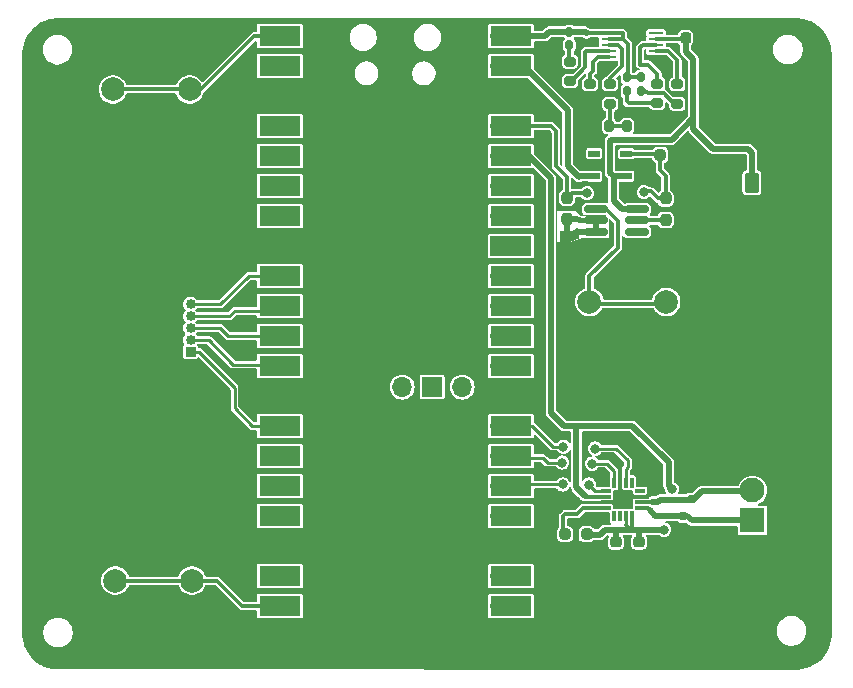
<source format=gbr>
%TF.GenerationSoftware,KiCad,Pcbnew,8.0.6*%
%TF.CreationDate,2024-11-13T18:12:31-06:00*%
%TF.ProjectId,speaker,73706561-6b65-4722-9e6b-696361645f70,rev?*%
%TF.SameCoordinates,Original*%
%TF.FileFunction,Copper,L1,Top*%
%TF.FilePolarity,Positive*%
%FSLAX46Y46*%
G04 Gerber Fmt 4.6, Leading zero omitted, Abs format (unit mm)*
G04 Created by KiCad (PCBNEW 8.0.6) date 2024-11-13 18:12:31*
%MOMM*%
%LPD*%
G01*
G04 APERTURE LIST*
G04 Aperture macros list*
%AMRoundRect*
0 Rectangle with rounded corners*
0 $1 Rounding radius*
0 $2 $3 $4 $5 $6 $7 $8 $9 X,Y pos of 4 corners*
0 Add a 4 corners polygon primitive as box body*
4,1,4,$2,$3,$4,$5,$6,$7,$8,$9,$2,$3,0*
0 Add four circle primitives for the rounded corners*
1,1,$1+$1,$2,$3*
1,1,$1+$1,$4,$5*
1,1,$1+$1,$6,$7*
1,1,$1+$1,$8,$9*
0 Add four rect primitives between the rounded corners*
20,1,$1+$1,$2,$3,$4,$5,0*
20,1,$1+$1,$4,$5,$6,$7,0*
20,1,$1+$1,$6,$7,$8,$9,0*
20,1,$1+$1,$8,$9,$2,$3,0*%
G04 Aperture macros list end*
%TA.AperFunction,SMDPad,CuDef*%
%ADD10RoundRect,0.155000X-0.155000X0.212500X-0.155000X-0.212500X0.155000X-0.212500X0.155000X0.212500X0*%
%TD*%
%TA.AperFunction,SMDPad,CuDef*%
%ADD11R,0.977900X0.508000*%
%TD*%
%TA.AperFunction,SMDPad,CuDef*%
%ADD12RoundRect,0.237500X0.250000X0.237500X-0.250000X0.237500X-0.250000X-0.237500X0.250000X-0.237500X0*%
%TD*%
%TA.AperFunction,SMDPad,CuDef*%
%ADD13RoundRect,0.155000X0.155000X-0.212500X0.155000X0.212500X-0.155000X0.212500X-0.155000X-0.212500X0*%
%TD*%
%TA.AperFunction,SMDPad,CuDef*%
%ADD14RoundRect,0.160000X0.160000X-0.222500X0.160000X0.222500X-0.160000X0.222500X-0.160000X-0.222500X0*%
%TD*%
%TA.AperFunction,SMDPad,CuDef*%
%ADD15RoundRect,0.200000X-0.275000X0.200000X-0.275000X-0.200000X0.275000X-0.200000X0.275000X0.200000X0*%
%TD*%
%TA.AperFunction,ComponentPad*%
%ADD16O,1.700000X1.700000*%
%TD*%
%TA.AperFunction,SMDPad,CuDef*%
%ADD17R,3.500000X1.700000*%
%TD*%
%TA.AperFunction,ComponentPad*%
%ADD18R,1.700000X1.700000*%
%TD*%
%TA.AperFunction,SMDPad,CuDef*%
%ADD19RoundRect,0.200000X0.275000X-0.200000X0.275000X0.200000X-0.275000X0.200000X-0.275000X-0.200000X0*%
%TD*%
%TA.AperFunction,SMDPad,CuDef*%
%ADD20RoundRect,0.225000X-0.225000X-0.250000X0.225000X-0.250000X0.225000X0.250000X-0.225000X0.250000X0*%
%TD*%
%TA.AperFunction,ComponentPad*%
%ADD21C,2.000000*%
%TD*%
%TA.AperFunction,ComponentPad*%
%ADD22R,2.100000X2.100000*%
%TD*%
%TA.AperFunction,ComponentPad*%
%ADD23C,2.100000*%
%TD*%
%TA.AperFunction,SMDPad,CuDef*%
%ADD24RoundRect,0.237500X-0.237500X0.250000X-0.237500X-0.250000X0.237500X-0.250000X0.237500X0.250000X0*%
%TD*%
%TA.AperFunction,SMDPad,CuDef*%
%ADD25RoundRect,0.225000X-0.250000X0.225000X-0.250000X-0.225000X0.250000X-0.225000X0.250000X0.225000X0*%
%TD*%
%TA.AperFunction,SMDPad,CuDef*%
%ADD26R,1.219200X0.279400*%
%TD*%
%TA.AperFunction,SMDPad,CuDef*%
%ADD27RoundRect,0.200000X-0.200000X-0.275000X0.200000X-0.275000X0.200000X0.275000X-0.200000X0.275000X0*%
%TD*%
%TA.AperFunction,SMDPad,CuDef*%
%ADD28RoundRect,0.200000X0.200000X0.275000X-0.200000X0.275000X-0.200000X-0.275000X0.200000X-0.275000X0*%
%TD*%
%TA.AperFunction,ComponentPad*%
%ADD29R,0.850000X0.850000*%
%TD*%
%TA.AperFunction,ComponentPad*%
%ADD30O,0.850000X0.850000*%
%TD*%
%TA.AperFunction,SMDPad,CuDef*%
%ADD31RoundRect,0.008100X-0.411900X-0.126900X0.411900X-0.126900X0.411900X0.126900X-0.411900X0.126900X0*%
%TD*%
%TA.AperFunction,SMDPad,CuDef*%
%ADD32RoundRect,0.008100X0.126900X-0.411900X0.126900X0.411900X-0.126900X0.411900X-0.126900X-0.411900X0*%
%TD*%
%TA.AperFunction,SMDPad,CuDef*%
%ADD33R,1.100000X1.100000*%
%TD*%
%TA.AperFunction,SMDPad,CuDef*%
%ADD34RoundRect,0.237500X0.237500X-0.250000X0.237500X0.250000X-0.237500X0.250000X-0.237500X-0.250000X0*%
%TD*%
%TA.AperFunction,SMDPad,CuDef*%
%ADD35RoundRect,0.162500X-0.837500X-0.162500X0.837500X-0.162500X0.837500X0.162500X-0.837500X0.162500X0*%
%TD*%
%TA.AperFunction,ComponentPad*%
%ADD36RoundRect,0.250000X0.350000X0.625000X-0.350000X0.625000X-0.350000X-0.625000X0.350000X-0.625000X0*%
%TD*%
%TA.AperFunction,ComponentPad*%
%ADD37O,1.200000X1.750000*%
%TD*%
%TA.AperFunction,ViaPad*%
%ADD38C,0.800000*%
%TD*%
%TA.AperFunction,Conductor*%
%ADD39C,0.500000*%
%TD*%
%TA.AperFunction,Conductor*%
%ADD40C,0.300000*%
%TD*%
%TA.AperFunction,Conductor*%
%ADD41C,0.250000*%
%TD*%
G04 APERTURE END LIST*
D10*
%TO.P,C1,1*%
%TO.N,Net-(J3-Pin_1)*%
X134000000Y-104500000D03*
%TO.P,C1,2*%
%TO.N,GND*%
X134000000Y-105635000D03*
%TD*%
D11*
%TO.P,U2,1,VDD*%
%TO.N,/V_LOAD*%
X129165250Y-75700001D03*
%TO.P,U2,2,GND*%
%TO.N,GND*%
X129165250Y-74750000D03*
%TO.P,U2,3,EN*%
%TO.N,/ENABLE*%
X129165250Y-73799999D03*
%TO.P,U2,4,NC*%
%TO.N,unconnected-(U2-NC-Pad4)*%
X126434750Y-73799999D03*
%TO.P,U2,5,OUT*%
%TO.N,VSYS*%
X126434750Y-75700001D03*
%TD*%
D12*
%TO.P,R5,1*%
%TO.N,GND*%
X133862500Y-73900000D03*
%TO.P,R5,2*%
%TO.N,/ENABLE*%
X132037500Y-73900000D03*
%TD*%
D13*
%TO.P,C5,1*%
%TO.N,Net-(J3-Pin_2)*%
X134700000Y-103067500D03*
%TO.P,C5,2*%
%TO.N,GND*%
X134700000Y-101932500D03*
%TD*%
D12*
%TO.P,R3,1*%
%TO.N,+3V3*%
X125812500Y-106000000D03*
%TO.P,R3,2*%
%TO.N,Net-(U3-SD_MODE)*%
X123987500Y-106000000D03*
%TD*%
D14*
%TO.P,D2,1,K*%
%TO.N,Net-(D2-K)*%
X130400000Y-68472501D03*
%TO.P,D2,2,A*%
%TO.N,VBUS*%
X130400000Y-67327499D03*
%TD*%
D15*
%TO.P,RT2,1*%
%TO.N,Net-(U5-STAT1)*%
X127800000Y-67925000D03*
%TO.P,RT2,2*%
%TO.N,Net-(R1-Pad1)*%
X127800000Y-69575000D03*
%TD*%
D16*
%TO.P,U1,1,GPIO0*%
%TO.N,Net-(U1-GPIO0)*%
X100720000Y-63830000D03*
D17*
X99820000Y-63830000D03*
D16*
%TO.P,U1,2,GPIO1*%
%TO.N,unconnected-(U1-GPIO1-Pad2)*%
X100720000Y-66370000D03*
D17*
%TO.N,unconnected-(U1-GPIO1-Pad2)_1*%
X99820000Y-66370000D03*
D18*
%TO.P,U1,3,GND*%
%TO.N,GND*%
X100720000Y-68910000D03*
D17*
X99820000Y-68910000D03*
D16*
%TO.P,U1,4,GPIO2*%
%TO.N,unconnected-(U1-GPIO2-Pad4)*%
X100720000Y-71450000D03*
D17*
%TO.N,unconnected-(U1-GPIO2-Pad4)_1*%
X99820000Y-71450000D03*
D16*
%TO.P,U1,5,GPIO3*%
%TO.N,unconnected-(U1-GPIO3-Pad5)_1*%
X100720000Y-73990000D03*
D17*
%TO.N,unconnected-(U1-GPIO3-Pad5)*%
X99820000Y-73990000D03*
D16*
%TO.P,U1,6,GPIO4*%
%TO.N,unconnected-(U1-GPIO4-Pad6)_1*%
X100720000Y-76530000D03*
D17*
%TO.N,unconnected-(U1-GPIO4-Pad6)*%
X99820000Y-76530000D03*
D16*
%TO.P,U1,7,GPIO5*%
%TO.N,unconnected-(U1-GPIO5-Pad7)*%
X100720000Y-79070000D03*
D17*
%TO.N,unconnected-(U1-GPIO5-Pad7)_1*%
X99820000Y-79070000D03*
D18*
%TO.P,U1,8,GND*%
%TO.N,GND*%
X100720000Y-81610000D03*
D17*
X99820000Y-81610000D03*
D16*
%TO.P,U1,9,GPIO6*%
%TO.N,Net-(J1-Pin_5)*%
X100720000Y-84150000D03*
D17*
X99820000Y-84150000D03*
D16*
%TO.P,U1,10,GPIO7*%
%TO.N,Net-(J1-Pin_4)*%
X100720000Y-86690000D03*
D17*
X99820000Y-86690000D03*
D16*
%TO.P,U1,11,GPIO8*%
%TO.N,Net-(J1-Pin_3)*%
X100720000Y-89230000D03*
D17*
X99820000Y-89230000D03*
D16*
%TO.P,U1,12,GPIO9*%
%TO.N,Net-(J1-Pin_2)*%
X100720000Y-91770000D03*
D17*
X99820000Y-91770000D03*
D18*
%TO.P,U1,13,GND*%
%TO.N,GND*%
X100720000Y-94310000D03*
D17*
X99820000Y-94310000D03*
D16*
%TO.P,U1,14,GPIO10*%
%TO.N,Net-(J1-Pin_1)*%
X100720000Y-96850000D03*
D17*
X99820000Y-96850000D03*
D16*
%TO.P,U1,15,GPIO11*%
%TO.N,unconnected-(U1-GPIO11-Pad15)*%
X100720000Y-99390000D03*
D17*
%TO.N,unconnected-(U1-GPIO11-Pad15)_1*%
X99820000Y-99390000D03*
D16*
%TO.P,U1,16,GPIO12*%
%TO.N,unconnected-(U1-GPIO12-Pad16)_1*%
X100720000Y-101930000D03*
D17*
%TO.N,unconnected-(U1-GPIO12-Pad16)*%
X99820000Y-101930000D03*
D16*
%TO.P,U1,17,GPIO13*%
%TO.N,unconnected-(U1-GPIO13-Pad17)_1*%
X100720000Y-104470000D03*
D17*
%TO.N,unconnected-(U1-GPIO13-Pad17)*%
X99820000Y-104470000D03*
D18*
%TO.P,U1,18,GND*%
%TO.N,GND*%
X100720000Y-107010000D03*
D17*
X99820000Y-107010000D03*
D16*
%TO.P,U1,19,GPIO14*%
%TO.N,unconnected-(U1-GPIO14-Pad19)*%
X100720000Y-109550000D03*
D17*
%TO.N,unconnected-(U1-GPIO14-Pad19)_1*%
X99820000Y-109550000D03*
D16*
%TO.P,U1,20,GPIO15*%
%TO.N,Net-(U1-GPIO15)*%
X100720000Y-112090000D03*
D17*
X99820000Y-112090000D03*
D16*
%TO.P,U1,21,GPIO16*%
%TO.N,unconnected-(U1-GPIO16-Pad21)_1*%
X118500000Y-112090000D03*
D17*
%TO.N,unconnected-(U1-GPIO16-Pad21)*%
X119400000Y-112090000D03*
D16*
%TO.P,U1,22,GPIO17*%
%TO.N,unconnected-(U1-GPIO17-Pad22)*%
X118500000Y-109550000D03*
D17*
%TO.N,unconnected-(U1-GPIO17-Pad22)_1*%
X119400000Y-109550000D03*
D18*
%TO.P,U1,23,GND*%
%TO.N,GND*%
X118500000Y-107010000D03*
D17*
X119400000Y-107010000D03*
D16*
%TO.P,U1,24,GPIO18*%
%TO.N,unconnected-(U1-GPIO18-Pad24)*%
X118500000Y-104470000D03*
D17*
%TO.N,unconnected-(U1-GPIO18-Pad24)_1*%
X119400000Y-104470000D03*
D16*
%TO.P,U1,25,GPIO19*%
%TO.N,/D_in*%
X118500000Y-101930000D03*
D17*
X119400000Y-101930000D03*
D16*
%TO.P,U1,26,GPIO20*%
%TO.N,/BCLK*%
X118500000Y-99390000D03*
D17*
X119400000Y-99390000D03*
D16*
%TO.P,U1,27,GPIO21*%
%TO.N,/LRCLK*%
X118500000Y-96850000D03*
D17*
X119400000Y-96850000D03*
D18*
%TO.P,U1,28,GND*%
%TO.N,GND*%
X118500000Y-94310000D03*
D17*
X119400000Y-94310000D03*
D16*
%TO.P,U1,29,GPIO22*%
%TO.N,unconnected-(U1-GPIO22-Pad29)_1*%
X118500000Y-91770000D03*
D17*
%TO.N,unconnected-(U1-GPIO22-Pad29)*%
X119400000Y-91770000D03*
D16*
%TO.P,U1,30,RUN*%
%TO.N,unconnected-(U1-RUN-Pad30)*%
X118500000Y-89230000D03*
D17*
%TO.N,unconnected-(U1-RUN-Pad30)_1*%
X119400000Y-89230000D03*
D16*
%TO.P,U1,31,GPIO26_ADC0*%
%TO.N,unconnected-(U1-GPIO26_ADC0-Pad31)*%
X118500000Y-86690000D03*
D17*
%TO.N,unconnected-(U1-GPIO26_ADC0-Pad31)_1*%
X119400000Y-86690000D03*
D16*
%TO.P,U1,32,GPIO27_ADC1*%
%TO.N,unconnected-(U1-GPIO27_ADC1-Pad32)_1*%
X118500000Y-84150000D03*
D17*
%TO.N,unconnected-(U1-GPIO27_ADC1-Pad32)*%
X119400000Y-84150000D03*
D18*
%TO.P,U1,33,AGND*%
%TO.N,unconnected-(U1-AGND-Pad33)_1*%
X118500000Y-81610000D03*
D17*
%TO.N,unconnected-(U1-AGND-Pad33)*%
X119400000Y-81610000D03*
D16*
%TO.P,U1,34,GPIO28_ADC2*%
%TO.N,unconnected-(U1-GPIO28_ADC2-Pad34)_1*%
X118500000Y-79070000D03*
D17*
%TO.N,unconnected-(U1-GPIO28_ADC2-Pad34)*%
X119400000Y-79070000D03*
D16*
%TO.P,U1,35,ADC_VREF*%
%TO.N,unconnected-(U1-ADC_VREF-Pad35)*%
X118500000Y-76530000D03*
D17*
%TO.N,unconnected-(U1-ADC_VREF-Pad35)_1*%
X119400000Y-76530000D03*
D16*
%TO.P,U1,36,3V3*%
%TO.N,+3V3*%
X118500000Y-73990000D03*
D17*
X119400000Y-73990000D03*
D16*
%TO.P,U1,37,3V3_EN*%
%TO.N,/ENABLE*%
X118500000Y-71450000D03*
D17*
X119400000Y-71450000D03*
D18*
%TO.P,U1,38,GND*%
%TO.N,GND*%
X118500000Y-68910000D03*
D17*
X119400000Y-68910000D03*
D16*
%TO.P,U1,39,VSYS*%
%TO.N,VSYS*%
X118500000Y-66370000D03*
D17*
X119400000Y-66370000D03*
D16*
%TO.P,U1,40,VBUS*%
%TO.N,VBUS*%
X118500000Y-63830000D03*
D17*
X119400000Y-63830000D03*
D16*
%TO.P,U1,41,SWCLK*%
%TO.N,unconnected-(U1-SWCLK-Pad41)*%
X110194100Y-93560000D03*
D18*
%TO.P,U1,42,GND*%
%TO.N,unconnected-(U1-GND-Pad42)*%
X112734100Y-93560000D03*
D16*
%TO.P,U1,43,SWDIO*%
%TO.N,unconnected-(U1-SWDIO-Pad43)*%
X115274100Y-93560000D03*
%TD*%
D19*
%TO.P,R_Stat2_LED1,1*%
%TO.N,Net-(D2-K)*%
X133500000Y-69575000D03*
%TO.P,R_Stat2_LED1,2*%
%TO.N,Net-(U5-PG)*%
X133500000Y-67925000D03*
%TD*%
D20*
%TO.P,C2,1*%
%TO.N,/V_LOAD*%
X134200000Y-64000000D03*
%TO.P,C2,2*%
%TO.N,GND*%
X135750000Y-64000000D03*
%TD*%
D21*
%TO.P,On_Off1,1,A*%
%TO.N,GND*%
X132550000Y-90850000D03*
X126050000Y-90850000D03*
%TO.P,On_Off1,2,B*%
%TO.N,Net-(On_Off1-B)*%
X132550000Y-86350000D03*
X126050000Y-86350000D03*
%TD*%
D15*
%TO.P,R2,1*%
%TO.N,Net-(U5-VSS)*%
X126100000Y-67925000D03*
%TO.P,R2,2*%
%TO.N,GND*%
X126100000Y-69575000D03*
%TD*%
D22*
%TO.P,J3,1,Pin_1*%
%TO.N,Net-(J3-Pin_1)*%
X139850000Y-104850000D03*
D23*
%TO.P,J3,2,Pin_2*%
%TO.N,Net-(J3-Pin_2)*%
X139850000Y-102310000D03*
%TD*%
D24*
%TO.P,R6,1*%
%TO.N,/ENABLE*%
X124150000Y-77537500D03*
%TO.P,R6,2*%
%TO.N,GND*%
X124150000Y-79362500D03*
%TD*%
D25*
%TO.P,C3,1*%
%TO.N,+3V3*%
X128277600Y-106668400D03*
%TO.P,C3,2*%
%TO.N,GND*%
X128277600Y-108218400D03*
%TD*%
D26*
%TO.P,U5,1,VDD*%
%TO.N,VBUS*%
X127691000Y-63599999D03*
%TO.P,U5,2,VDD*%
X127691000Y-64100001D03*
%TO.P,U5,3,STAT1*%
%TO.N,Net-(U5-STAT1)*%
X127691000Y-64600000D03*
%TO.P,U5,4,STAT2*%
%TO.N,Net-(U5-STAT2)*%
X127691000Y-65099999D03*
%TO.P,U5,5,VSS*%
%TO.N,Net-(U5-VSS)*%
X127691000Y-65600001D03*
%TO.P,U5,6,PROG*%
%TO.N,GND*%
X131678800Y-65600001D03*
%TO.P,U5,7,PG*%
%TO.N,Net-(U5-PG)*%
X131678800Y-65099999D03*
%TO.P,U5,8,THERM*%
%TO.N,Net-(U5-THERM)*%
X131678800Y-64600000D03*
%TO.P,U5,9,VBAT*%
%TO.N,/V_LOAD*%
X131678800Y-64100001D03*
%TO.P,U5,10*%
%TO.N,N/C*%
X131678800Y-63599999D03*
%TD*%
D14*
%TO.P,D3,1,K*%
%TO.N,Net-(D3-K)*%
X129200000Y-68472501D03*
%TO.P,D3,2,A*%
%TO.N,VBUS*%
X129200000Y-67327499D03*
%TD*%
D21*
%TO.P,Vol_up1,1,A*%
%TO.N,GND*%
X92200000Y-72850000D03*
X85700000Y-72850000D03*
%TO.P,Vol_up1,2,B*%
%TO.N,Net-(U1-GPIO0)*%
X92200000Y-68350000D03*
X85700000Y-68350000D03*
%TD*%
D27*
%TO.P,RT1,1*%
%TO.N,Net-(R1-Pad1)*%
X129250000Y-71450000D03*
%TO.P,RT1,2*%
%TO.N,GND*%
X130900000Y-71450000D03*
%TD*%
D28*
%TO.P,R1,1*%
%TO.N,Net-(R1-Pad1)*%
X127725000Y-71450000D03*
%TO.P,R1,2*%
%TO.N,GND*%
X126075000Y-71450000D03*
%TD*%
D29*
%TO.P,J1,1,Pin_1*%
%TO.N,Net-(J1-Pin_1)*%
X92275000Y-90550000D03*
D30*
%TO.P,J1,2,Pin_2*%
%TO.N,Net-(J1-Pin_2)*%
X92275000Y-89550000D03*
%TO.P,J1,3,Pin_3*%
%TO.N,Net-(J1-Pin_3)*%
X92275000Y-88549999D03*
%TO.P,J1,4,Pin_4*%
%TO.N,Net-(J1-Pin_4)*%
X92275000Y-87550000D03*
%TO.P,J1,5,Pin_5*%
%TO.N,Net-(J1-Pin_5)*%
X92275000Y-86550000D03*
%TO.P,J1,6,Pin_6*%
%TO.N,GND*%
X92275000Y-85550000D03*
%TD*%
D25*
%TO.P,C4,1*%
%TO.N,+3V3*%
X130233400Y-106668400D03*
%TO.P,C4,2*%
%TO.N,GND*%
X130233400Y-108218400D03*
%TD*%
D14*
%TO.P,D1,1,K*%
%TO.N,Net-(D1-K)*%
X124350000Y-64622500D03*
%TO.P,D1,2,A*%
%TO.N,VBUS*%
X124350000Y-63477500D03*
%TD*%
D19*
%TO.P,R_Stat1_LED1,1*%
%TO.N,Net-(D3-K)*%
X131800000Y-69525000D03*
%TO.P,R_Stat1_LED1,2*%
%TO.N,Net-(U5-THERM)*%
X131800000Y-67875000D03*
%TD*%
D31*
%TO.P,U3,1,DIN*%
%TO.N,/D_in*%
X127465000Y-102325000D03*
%TO.P,U3,2,GAIN_SLOT*%
%TO.N,+3V3*%
X127465000Y-102825000D03*
%TO.P,U3,3,GND*%
%TO.N,GND*%
X127465000Y-103325000D03*
%TO.P,U3,4,SD_MODE*%
%TO.N,Net-(U3-SD_MODE)*%
X127465000Y-103825000D03*
D32*
%TO.P,U3,5*%
%TO.N,N/C*%
X128150000Y-104510000D03*
%TO.P,U3,6*%
X128650000Y-104510000D03*
%TO.P,U3,7,VDD*%
%TO.N,+3V3*%
X129150000Y-104510000D03*
%TO.P,U3,8,VDD__1*%
X129650000Y-104510000D03*
D31*
%TO.P,U3,9,OUTP*%
%TO.N,Net-(J3-Pin_1)*%
X130335000Y-103825000D03*
%TO.P,U3,10,OUTN*%
%TO.N,Net-(J3-Pin_2)*%
X130335000Y-103325000D03*
%TO.P,U3,11,GND__1*%
%TO.N,GND*%
X130335000Y-102825000D03*
%TO.P,U3,12*%
%TO.N,N/C*%
X130335000Y-102325000D03*
D32*
%TO.P,U3,13*%
X129650000Y-101640000D03*
%TO.P,U3,14,LRCLK*%
%TO.N,/LRCLK*%
X129150000Y-101640000D03*
%TO.P,U3,15,GND__2*%
%TO.N,GND*%
X128650000Y-101640000D03*
%TO.P,U3,16,BCLK*%
%TO.N,/BCLK*%
X128150000Y-101640000D03*
D33*
%TO.P,U3,17,EP*%
%TO.N,GND*%
X128900000Y-103075000D03*
%TD*%
D34*
%TO.P,R4,1*%
%TO.N,Net-(U4-OUT)*%
X132500000Y-79412500D03*
%TO.P,R4,2*%
%TO.N,/ENABLE*%
X132500000Y-77587500D03*
%TD*%
D21*
%TO.P,Vol_down1,1,A*%
%TO.N,GND*%
X85900000Y-105450000D03*
X92400000Y-105450000D03*
%TO.P,Vol_down1,2,B*%
%TO.N,Net-(U1-GPIO15)*%
X85900000Y-109950000D03*
X92400000Y-109950000D03*
%TD*%
D15*
%TO.P,R_PG_LED1,1*%
%TO.N,Net-(D1-K)*%
X124400000Y-66000000D03*
%TO.P,R_PG_LED1,2*%
%TO.N,Net-(U5-STAT2)*%
X124400000Y-67650000D03*
%TD*%
D35*
%TO.P,U4,1,IN*%
%TO.N,Net-(On_Off1-B)*%
X126640000Y-78500000D03*
%TO.P,U4,2,GND*%
%TO.N,GND*%
X126640000Y-79450000D03*
%TO.P,U4,3,CLEAR*%
X126640000Y-80400000D03*
%TO.P,U4,4,~{OUT}*%
%TO.N,unconnected-(U4-~{OUT}-Pad4)*%
X130060000Y-80400000D03*
%TO.P,U4,5,OUT*%
%TO.N,Net-(U4-OUT)*%
X130060000Y-79450000D03*
%TO.P,U4,6,VCC*%
%TO.N,/V_LOAD*%
X130060000Y-78500000D03*
%TD*%
D36*
%TO.P,J2,1,Pin_1*%
%TO.N,/V_LOAD*%
X139800000Y-76250000D03*
D37*
%TO.P,J2,2,Pin_2*%
%TO.N,GND*%
X137799999Y-76250000D03*
%TD*%
D38*
%TO.N,GND*%
X125000000Y-110000000D03*
X132500000Y-110000000D03*
X132500000Y-82500000D03*
X125000000Y-95000000D03*
X130000000Y-95000000D03*
%TO.N,+3V3*%
X132367000Y-105627000D03*
X133025500Y-102190500D03*
%TO.N,GND*%
X87500000Y-87500000D03*
X145000000Y-102500000D03*
X132600000Y-66350000D03*
X124400000Y-80800000D03*
X145000000Y-87500000D03*
X95000000Y-80000000D03*
X145000000Y-110000000D03*
X137500000Y-87500000D03*
X128561299Y-100034701D03*
X92500000Y-65000000D03*
X145000000Y-80000000D03*
X124800000Y-69150000D03*
X140000000Y-67500000D03*
X95000000Y-115000000D03*
X87500000Y-95000000D03*
X80000000Y-72750000D03*
X95000000Y-95000000D03*
X137200000Y-64050000D03*
X87500000Y-115000000D03*
X134100000Y-106650000D03*
X145000000Y-67500000D03*
X95000000Y-102500000D03*
X117500000Y-115000000D03*
X145000000Y-95000000D03*
X110000000Y-115000000D03*
X132150000Y-71450000D03*
X102500000Y-115000000D03*
X130750000Y-74700000D03*
X134100000Y-75100000D03*
X140000000Y-115000000D03*
X80000000Y-110000000D03*
X140000000Y-110000000D03*
X131401800Y-108217800D03*
X80000000Y-87500000D03*
X127896600Y-109767200D03*
X140000000Y-72500000D03*
X132500000Y-115000000D03*
X124880000Y-103220000D03*
X85000000Y-65000000D03*
X80000000Y-80000000D03*
X145000000Y-72500000D03*
X125100000Y-72550000D03*
X87500000Y-102500000D03*
X134750000Y-101000000D03*
X125000000Y-115000000D03*
X131550000Y-101800000D03*
X80000000Y-95000000D03*
X80000000Y-102500000D03*
X137500000Y-95000000D03*
X87500000Y-80000000D03*
%TO.N,/ENABLE*%
X130650000Y-77050000D03*
X125850000Y-77150000D03*
%TO.N,/D_in*%
X126017000Y-101817000D03*
X123800000Y-101800000D03*
%TO.N,/LRCLK*%
X126525000Y-98769000D03*
X123850000Y-98600000D03*
%TO.N,/BCLK*%
X123750000Y-99950000D03*
X126271000Y-100039000D03*
%TD*%
D39*
%TO.N,+3V3*%
X129547600Y-105652400D02*
X129573000Y-105627000D01*
X124950000Y-97000000D02*
X124950000Y-102050000D01*
X127348600Y-105652400D02*
X128277600Y-105652400D01*
X126942200Y-106058800D02*
X127348600Y-105652400D01*
X129573000Y-105627000D02*
X130258800Y-105627000D01*
D40*
X129650000Y-104510000D02*
X129650000Y-105550000D01*
D39*
X122800000Y-75850000D02*
X122800000Y-95750000D01*
X128277600Y-106668400D02*
X128277600Y-105652400D01*
X130233400Y-106668400D02*
X130233400Y-105652400D01*
X124950000Y-102050000D02*
X125650000Y-102750000D01*
X125100000Y-96850000D02*
X124950000Y-97000000D01*
X132768000Y-101933000D02*
X133025500Y-102190500D01*
X123900000Y-96850000D02*
X124800000Y-96850000D01*
X124800000Y-96850000D02*
X125100000Y-96850000D01*
X124800000Y-96850000D02*
X129686000Y-96850000D01*
D41*
X129650000Y-105550000D02*
X129573000Y-105627000D01*
D39*
X125659500Y-106058800D02*
X126942200Y-106058800D01*
X122800000Y-95750000D02*
X123900000Y-96850000D01*
D40*
X129150000Y-105204000D02*
X129573000Y-105627000D01*
D39*
X129686000Y-96850000D02*
X132768000Y-99932000D01*
X128277600Y-105652400D02*
X129547600Y-105652400D01*
X125650000Y-102750000D02*
X125755000Y-102750000D01*
X132768000Y-99932000D02*
X132768000Y-101933000D01*
D40*
X127465000Y-102825000D02*
X125755000Y-102825000D01*
D39*
X120940000Y-73990000D02*
X122800000Y-75850000D01*
X118500000Y-73990000D02*
X120940000Y-73990000D01*
X130258800Y-105627000D02*
X132367000Y-105627000D01*
D41*
X129150000Y-104510000D02*
X129150000Y-105204000D01*
D39*
X130233400Y-105652400D02*
X130258800Y-105627000D01*
%TO.N,/V_LOAD*%
X134850000Y-71700000D02*
X136550000Y-73400000D01*
X134850000Y-70750000D02*
X133000000Y-72600000D01*
X134850000Y-70350000D02*
X134850000Y-70750000D01*
X139800000Y-73700000D02*
X139800000Y-76250000D01*
D40*
X134099999Y-64100001D02*
X134200000Y-64000000D01*
D39*
X128100000Y-75700000D02*
X128100000Y-77800000D01*
X134200000Y-64000000D02*
X134200000Y-65150000D01*
X127900000Y-72600000D02*
X127800000Y-72700000D01*
X127800000Y-75400000D02*
X128100000Y-75700000D01*
X139500000Y-73400000D02*
X139800000Y-73700000D01*
X134850000Y-70350000D02*
X134850000Y-71700000D01*
D40*
X131678800Y-64100001D02*
X134099999Y-64100001D01*
D39*
X136550000Y-73400000D02*
X139500000Y-73400000D01*
X133000000Y-72600000D02*
X127900000Y-72600000D01*
D40*
X134200000Y-64000000D02*
X133775000Y-64000000D01*
D39*
X128100000Y-77800000D02*
X128800000Y-78500000D01*
X127800000Y-72700000D02*
X127800000Y-75400000D01*
X128800000Y-78500000D02*
X130060000Y-78500000D01*
X128100000Y-75700000D02*
X129150000Y-75700000D01*
X134200000Y-65150000D02*
X134850000Y-65800000D01*
X134850000Y-65800000D02*
X134850000Y-70350000D01*
D40*
%TO.N,Net-(On_Off1-B)*%
X132400000Y-86500000D02*
X126200000Y-86500000D01*
X132550000Y-86350000D02*
X132400000Y-86500000D01*
X127450000Y-78500000D02*
X126640000Y-78500000D01*
X126200000Y-86500000D02*
X126050000Y-86350000D01*
X128450000Y-79500000D02*
X127450000Y-78500000D01*
X126050000Y-86350000D02*
X126050000Y-84150000D01*
X126050000Y-84150000D02*
X128450000Y-81750000D01*
X128450000Y-81750000D02*
X128450000Y-79500000D01*
D41*
%TO.N,GND*%
X128650000Y-101640000D02*
X128650000Y-100123402D01*
D40*
X125225000Y-69575000D02*
X124800000Y-69150000D01*
X128650000Y-102450000D02*
X128650000Y-101640000D01*
D39*
X134000000Y-106550000D02*
X134100000Y-106650000D01*
D40*
X126100000Y-69575000D02*
X125225000Y-69575000D01*
X131401200Y-108218400D02*
X131401800Y-108217800D01*
D39*
X134700000Y-101050000D02*
X134750000Y-101000000D01*
D41*
X124880000Y-103220000D02*
X124985000Y-103325000D01*
D39*
X124150000Y-79362500D02*
X124150000Y-80550000D01*
D40*
X130700000Y-74750000D02*
X130750000Y-74700000D01*
X131678800Y-65600001D02*
X132300001Y-65600001D01*
X132300001Y-65600001D02*
X132600000Y-65900000D01*
X133862500Y-73900000D02*
X133862500Y-74862500D01*
D41*
X130335000Y-102825000D02*
X129150000Y-102825000D01*
X99977180Y-93903800D02*
X101396800Y-93903800D01*
D40*
X127896600Y-109691000D02*
X127896600Y-109767200D01*
D41*
X128650000Y-103325000D02*
X128900000Y-103075000D01*
D40*
X128277600Y-108218400D02*
X128277600Y-109310000D01*
D39*
X124150000Y-80550000D02*
X124400000Y-80800000D01*
D41*
X127465000Y-103325000D02*
X128650000Y-103325000D01*
X131550000Y-102380000D02*
X131550000Y-101800000D01*
D40*
X128900000Y-102700000D02*
X128650000Y-102450000D01*
X130233400Y-108218400D02*
X131401200Y-108218400D01*
X125100000Y-72425000D02*
X126075000Y-71450000D01*
D41*
X130335000Y-102825000D02*
X130925000Y-102825000D01*
X131370000Y-102380000D02*
X131550000Y-102380000D01*
X129150000Y-102825000D02*
X128900000Y-103075000D01*
D40*
X135750000Y-64000000D02*
X137150000Y-64000000D01*
D41*
X124985000Y-103325000D02*
X127465000Y-103325000D01*
D40*
X137150000Y-64000000D02*
X137200000Y-64050000D01*
X128900000Y-103075000D02*
X128900000Y-102700000D01*
D41*
X130925000Y-102825000D02*
X131370000Y-102380000D01*
D40*
X129150000Y-74750000D02*
X130700000Y-74750000D01*
D41*
X99205256Y-93903800D02*
X101396800Y-93903800D01*
D39*
X134700000Y-101932500D02*
X134700000Y-101050000D01*
D40*
X130900000Y-71450000D02*
X132150000Y-71450000D01*
X133862500Y-74862500D02*
X134100000Y-75100000D01*
X128252200Y-109335400D02*
X127896600Y-109691000D01*
D41*
X128650000Y-100123402D02*
X128561299Y-100034701D01*
D40*
X128277600Y-109310000D02*
X128252200Y-109335400D01*
D39*
X134000000Y-105635000D02*
X134000000Y-106550000D01*
D40*
X125100000Y-72550000D02*
X125100000Y-72425000D01*
X132600000Y-65900000D02*
X132600000Y-66350000D01*
%TO.N,Net-(U1-GPIO15)*%
X96640000Y-112090000D02*
X100720000Y-112090000D01*
X92400000Y-109950000D02*
X94500000Y-109950000D01*
X94500000Y-109950000D02*
X96640000Y-112090000D01*
X85900000Y-109950000D02*
X92400000Y-109950000D01*
D41*
%TO.N,Net-(J1-Pin_4)*%
X95550000Y-87550000D02*
X96000000Y-87100000D01*
X92275000Y-87550000D02*
X95550000Y-87550000D01*
X100310000Y-87100000D02*
X100720000Y-86690000D01*
X96000000Y-87100000D02*
X100310000Y-87100000D01*
%TO.N,Net-(J1-Pin_5)*%
X92275000Y-86550000D02*
X94800000Y-86550000D01*
X97200000Y-84150000D02*
X100720000Y-84150000D01*
X94800000Y-86550000D02*
X97200000Y-84150000D01*
D40*
%TO.N,Net-(U5-VSS)*%
X126350000Y-66800000D02*
X126350000Y-66000000D01*
X126350000Y-66000000D02*
X126749999Y-65600001D01*
X126100000Y-67050000D02*
X126350000Y-66800000D01*
X126100000Y-67925000D02*
X126100000Y-67050000D01*
X126749999Y-65600001D02*
X127691000Y-65600001D01*
%TO.N,Net-(U5-STAT1)*%
X128800000Y-64900000D02*
X128500000Y-64600000D01*
X127800000Y-67400000D02*
X128800000Y-66400000D01*
X128500000Y-64600000D02*
X127691000Y-64600000D01*
X128800000Y-66400000D02*
X128800000Y-64900000D01*
X127800000Y-67925000D02*
X127800000Y-67400000D01*
%TO.N,Net-(U3-SD_MODE)*%
X125483600Y-103823600D02*
X124975600Y-104331600D01*
X124975600Y-104331600D02*
X123985000Y-104331600D01*
X127465000Y-103825000D02*
X125485000Y-103825000D01*
X123985000Y-104331600D02*
X123834500Y-104482100D01*
X123834500Y-104482100D02*
X123834500Y-106058800D01*
X125485000Y-103825000D02*
X125483600Y-103823600D01*
D39*
%TO.N,VBUS*%
X125677500Y-63477500D02*
X125800000Y-63600000D01*
X122622500Y-63477500D02*
X124350000Y-63477500D01*
D40*
X128900000Y-64100000D02*
X128450000Y-64100000D01*
X128900000Y-64100000D02*
X129300000Y-64500000D01*
X128450000Y-64100000D02*
X128449999Y-64100001D01*
X129300000Y-64500000D02*
X129300000Y-67227499D01*
X129300000Y-67227499D02*
X129200000Y-67327499D01*
D39*
X124350000Y-63477500D02*
X125677500Y-63477500D01*
D40*
X128900000Y-63650000D02*
X128900000Y-64100000D01*
X128449999Y-64100001D02*
X127691000Y-64100001D01*
X125800000Y-63600000D02*
X128850000Y-63600000D01*
D39*
X122270000Y-63830000D02*
X122622500Y-63477500D01*
D40*
X125800000Y-63600000D02*
X125800001Y-63599999D01*
X129200000Y-67327499D02*
X130400000Y-67327499D01*
X128850000Y-63600000D02*
X128900000Y-63650000D01*
X125800001Y-63599999D02*
X127691000Y-63599999D01*
D39*
X118500000Y-63830000D02*
X122270000Y-63830000D01*
D40*
%TO.N,Net-(U5-STAT2)*%
X125700000Y-66500000D02*
X124550000Y-67650000D01*
X125750001Y-65099999D02*
X125700000Y-65150000D01*
X125700000Y-65150000D02*
X125700000Y-66500000D01*
X124550000Y-67650000D02*
X124400000Y-67650000D01*
X127691000Y-65099999D02*
X125750001Y-65099999D01*
%TO.N,Net-(U5-THERM)*%
X130350000Y-64800000D02*
X130550000Y-64600000D01*
X131800000Y-67050000D02*
X131000000Y-66250000D01*
X130550000Y-64600000D02*
X131678800Y-64600000D01*
X130350000Y-66250000D02*
X130350000Y-64800000D01*
X131000000Y-66250000D02*
X130350000Y-66250000D01*
X131800000Y-67875000D02*
X131800000Y-67050000D01*
%TO.N,Net-(U5-PG)*%
X133500000Y-67925000D02*
X133500000Y-65900000D01*
X133500000Y-65900000D02*
X132699999Y-65099999D01*
X132699999Y-65099999D02*
X131678800Y-65099999D01*
%TO.N,Net-(R1-Pad1)*%
X127800000Y-69575000D02*
X127800000Y-71375000D01*
X127725000Y-71450000D02*
X129250000Y-71450000D01*
X127800000Y-71375000D02*
X127725000Y-71450000D01*
%TO.N,Net-(D3-K)*%
X129200000Y-68472501D02*
X129200000Y-69350000D01*
X129375000Y-69525000D02*
X131800000Y-69525000D01*
X129200000Y-69350000D02*
X129375000Y-69525000D01*
%TO.N,Net-(D2-K)*%
X130772501Y-68472501D02*
X131000000Y-68700000D01*
X130400000Y-68472501D02*
X130772501Y-68472501D01*
X131000000Y-68700000D02*
X132350000Y-68700000D01*
X132350000Y-68700000D02*
X133225000Y-69575000D01*
X133225000Y-69575000D02*
X133500000Y-69575000D01*
%TO.N,Net-(D1-K)*%
X124350000Y-65950000D02*
X124400000Y-66000000D01*
X124350000Y-64622500D02*
X124350000Y-65950000D01*
D41*
%TO.N,Net-(J1-Pin_2)*%
X95900000Y-91650000D02*
X100600000Y-91650000D01*
X93800000Y-89550000D02*
X95900000Y-91650000D01*
X100600000Y-91650000D02*
X100720000Y-91770000D01*
X92275000Y-89550000D02*
X93800000Y-89550000D01*
D40*
%TO.N,/ENABLE*%
X124150000Y-75800000D02*
X123200000Y-74850000D01*
X131400000Y-77150000D02*
X131250000Y-77000000D01*
X131937500Y-73800000D02*
X132037500Y-73900000D01*
X123200000Y-71850000D02*
X122800000Y-71450000D01*
X131837500Y-77587500D02*
X131400000Y-77150000D01*
X129150000Y-73800000D02*
X131937500Y-73800000D01*
X124150000Y-77537500D02*
X124150000Y-75800000D01*
X132500000Y-77587500D02*
X131837500Y-77587500D01*
X132500000Y-75650000D02*
X132500000Y-77587500D01*
X125850000Y-77150000D02*
X124537500Y-77150000D01*
X132037500Y-75187500D02*
X132500000Y-75650000D01*
X123200000Y-74850000D02*
X123200000Y-71850000D01*
X124537500Y-77150000D02*
X124150000Y-77537500D01*
X132037500Y-73900000D02*
X132037500Y-75187500D01*
X122800000Y-71450000D02*
X118500000Y-71450000D01*
X131250000Y-77000000D02*
X130650000Y-77000000D01*
D41*
%TO.N,Net-(J1-Pin_3)*%
X94799999Y-88549999D02*
X95480000Y-89230000D01*
X92275000Y-88549999D02*
X94799999Y-88549999D01*
X95480000Y-89230000D02*
X100720000Y-89230000D01*
%TO.N,Net-(J1-Pin_1)*%
X96000000Y-93600000D02*
X96000000Y-95350000D01*
X92950000Y-90550000D02*
X96000000Y-93600000D01*
X97500000Y-96850000D02*
X100720000Y-96850000D01*
X96000000Y-95350000D02*
X97500000Y-96850000D01*
X92275000Y-90550000D02*
X92950000Y-90550000D01*
D39*
%TO.N,Net-(J3-Pin_1)*%
X131600000Y-104450000D02*
X134300000Y-104450000D01*
D40*
X130335000Y-103825000D02*
X130850000Y-103825000D01*
X130850000Y-103825000D02*
X130975000Y-103825000D01*
D39*
X134300000Y-104450000D02*
X134700000Y-104850000D01*
D40*
X130975000Y-103825000D02*
X131150000Y-104000000D01*
D39*
X134700000Y-104850000D02*
X139850000Y-104850000D01*
X131150000Y-104000000D02*
X131600000Y-104450000D01*
%TO.N,Net-(J3-Pin_2)*%
X139810000Y-102350000D02*
X139850000Y-102310000D01*
D40*
X131075000Y-103325000D02*
X131150000Y-103250000D01*
D39*
X132000000Y-103100000D02*
X134850000Y-103100000D01*
X135600000Y-102350000D02*
X139810000Y-102350000D01*
X131350000Y-103250000D02*
X131850000Y-103250000D01*
D40*
X130335000Y-103325000D02*
X131075000Y-103325000D01*
D39*
X134850000Y-103100000D02*
X135600000Y-102350000D01*
D40*
X131150000Y-103250000D02*
X131350000Y-103250000D01*
D39*
X131850000Y-103250000D02*
X131900000Y-103200000D01*
X131900000Y-103200000D02*
X132000000Y-103100000D01*
D41*
%TO.N,/D_in*%
X123800000Y-101800000D02*
X118630000Y-101800000D01*
X127465000Y-102325000D02*
X126525000Y-102325000D01*
X118630000Y-101800000D02*
X118500000Y-101930000D01*
X126525000Y-102325000D02*
X126017000Y-101817000D01*
%TO.N,/LRCLK*%
X129150000Y-101640000D02*
X129150000Y-100462000D01*
X129150000Y-100462000D02*
X129319000Y-100293000D01*
X129319000Y-100293000D02*
X129319000Y-99767097D01*
X121200000Y-96850000D02*
X118500000Y-96850000D01*
X122950000Y-98600000D02*
X121200000Y-96850000D01*
X129319000Y-99767097D02*
X128320903Y-98769000D01*
X128320903Y-98769000D02*
X126525000Y-98769000D01*
X123850000Y-98600000D02*
X122950000Y-98600000D01*
%TO.N,/BCLK*%
X127541000Y-100039000D02*
X126271000Y-100039000D01*
X122500000Y-99950000D02*
X122100000Y-99550000D01*
X122100000Y-99550000D02*
X118660000Y-99550000D01*
X123750000Y-99950000D02*
X122500000Y-99950000D01*
X118660000Y-99550000D02*
X118500000Y-99390000D01*
X128150000Y-101640000D02*
X128150000Y-100648000D01*
X128150000Y-100648000D02*
X127541000Y-100039000D01*
D40*
%TO.N,Net-(U1-GPIO0)*%
X85699999Y-68350000D02*
X92199999Y-68350000D01*
X92200000Y-68349999D02*
X93150001Y-68349999D01*
X97670000Y-63830000D02*
X100720000Y-63830000D01*
X92199999Y-68350000D02*
X92200000Y-68349999D01*
X93150001Y-68349999D02*
X97670000Y-63830000D01*
D39*
%TO.N,VSYS*%
X126450000Y-75700000D02*
X125200000Y-75700000D01*
X124200000Y-74800000D02*
X124200000Y-70100000D01*
X124200000Y-70100000D02*
X120470000Y-66370000D01*
X120470000Y-66370000D02*
X118500000Y-66370000D01*
X125150000Y-75750000D02*
X124200000Y-74800000D01*
X125200000Y-75700000D02*
X125150000Y-75750000D01*
D40*
%TO.N,Net-(U4-OUT)*%
X130060000Y-79450000D02*
X132462500Y-79450000D01*
X132462500Y-79450000D02*
X132500000Y-79412500D01*
%TD*%
%TA.AperFunction,Conductor*%
%TO.N,GND*%
G36*
X125111039Y-79132185D02*
G01*
X125156794Y-79184989D01*
X125157851Y-79189851D01*
X125168000Y-79200000D01*
X125375504Y-79200000D01*
X125439653Y-79217882D01*
X125528398Y-79271531D01*
X125682113Y-79319430D01*
X125748909Y-79325500D01*
X126766001Y-79325499D01*
X126833039Y-79345183D01*
X126878794Y-79397987D01*
X126890000Y-79449499D01*
X126890000Y-80526000D01*
X126870315Y-80593039D01*
X126817511Y-80638794D01*
X126766000Y-80650000D01*
X125143085Y-80650000D01*
X125146064Y-80682792D01*
X125146067Y-80682802D01*
X125193927Y-80836392D01*
X125273115Y-80967384D01*
X124400000Y-81300000D01*
X123550500Y-81300000D01*
X123550500Y-80441201D01*
X123570185Y-80374162D01*
X123622989Y-80328407D01*
X123692147Y-80318463D01*
X123713505Y-80323495D01*
X123762349Y-80339681D01*
X123863352Y-80349999D01*
X123900000Y-80349999D01*
X124400000Y-80349999D01*
X124436640Y-80349999D01*
X124436654Y-80349998D01*
X124537652Y-80339680D01*
X124701300Y-80285453D01*
X124701311Y-80285448D01*
X124848033Y-80194948D01*
X124931956Y-80111025D01*
X124993279Y-80077540D01*
X125062971Y-80082524D01*
X125111200Y-80115086D01*
X125143086Y-80150000D01*
X126390000Y-80150000D01*
X126390000Y-79700000D01*
X125221000Y-79700000D01*
X125153961Y-79680315D01*
X125108206Y-79627511D01*
X125107148Y-79622648D01*
X125097000Y-79612500D01*
X124400000Y-79612500D01*
X124400000Y-80349999D01*
X123900000Y-80349999D01*
X123900000Y-79236500D01*
X123919685Y-79169461D01*
X123972489Y-79123706D01*
X124024000Y-79112500D01*
X125044000Y-79112500D01*
X125111039Y-79132185D01*
G37*
%TD.AperFunction*%
%TD*%
%TA.AperFunction,Conductor*%
%TO.N,GND*%
G36*
X143549213Y-62339911D02*
G01*
X143723715Y-62342460D01*
X143731450Y-62342979D01*
X144079061Y-62384726D01*
X144087742Y-62386299D01*
X144427384Y-62469074D01*
X144435810Y-62471670D01*
X144763138Y-62594348D01*
X144771213Y-62597938D01*
X145081578Y-62758772D01*
X145089161Y-62763296D01*
X145378133Y-62959991D01*
X145385115Y-62965379D01*
X145648586Y-63195143D01*
X145654880Y-63201332D01*
X145795348Y-63357004D01*
X145889057Y-63460855D01*
X145894576Y-63467760D01*
X146096129Y-63753346D01*
X146100786Y-63760860D01*
X146266856Y-64068460D01*
X146270583Y-64076475D01*
X146398780Y-64401660D01*
X146401526Y-64410063D01*
X146490038Y-64748237D01*
X146491761Y-64756907D01*
X146539389Y-65103748D01*
X146540040Y-65111472D01*
X146545561Y-65285746D01*
X146545597Y-65287732D01*
X146549999Y-66199792D01*
X146550000Y-66200149D01*
X146550000Y-114502262D01*
X146549993Y-114503299D01*
X146547693Y-114667351D01*
X146547235Y-114674599D01*
X146510446Y-115001113D01*
X146509056Y-115009294D01*
X146436054Y-115329138D01*
X146433756Y-115337113D01*
X146325406Y-115646757D01*
X146322231Y-115654423D01*
X146179889Y-115950000D01*
X146175875Y-115957263D01*
X146001336Y-116235040D01*
X145996534Y-116241808D01*
X145791990Y-116498299D01*
X145786460Y-116504487D01*
X145554487Y-116736460D01*
X145548299Y-116741990D01*
X145291808Y-116946534D01*
X145285040Y-116951336D01*
X145007263Y-117125875D01*
X145000000Y-117129889D01*
X144704423Y-117272231D01*
X144696757Y-117275406D01*
X144387113Y-117383756D01*
X144379138Y-117386054D01*
X144059294Y-117459056D01*
X144051113Y-117460446D01*
X143724599Y-117497235D01*
X143717351Y-117497693D01*
X143553331Y-117499992D01*
X143552235Y-117499999D01*
X81019786Y-117450000D01*
X81018847Y-117449993D01*
X80854805Y-117447780D01*
X80847519Y-117447322D01*
X80521006Y-117410537D01*
X80512824Y-117409147D01*
X80192975Y-117336147D01*
X80185001Y-117333850D01*
X79875332Y-117225496D01*
X79867665Y-117222320D01*
X79572081Y-117079978D01*
X79564818Y-117075964D01*
X79287029Y-116901421D01*
X79280261Y-116896619D01*
X79023754Y-116692064D01*
X79017567Y-116686534D01*
X78785586Y-116454557D01*
X78780056Y-116448369D01*
X78575507Y-116191874D01*
X78570705Y-116185107D01*
X78396158Y-115907322D01*
X78392143Y-115900059D01*
X78249790Y-115604463D01*
X78246615Y-115596796D01*
X78215854Y-115508886D01*
X78138259Y-115287136D01*
X78135966Y-115279178D01*
X78062957Y-114959304D01*
X78061570Y-114951142D01*
X78024779Y-114624621D01*
X78024322Y-114617321D01*
X78022144Y-114453168D01*
X78022139Y-114452484D01*
X78022106Y-114251582D01*
X79799500Y-114251582D01*
X79799500Y-114448417D01*
X79830290Y-114642823D01*
X79830293Y-114642836D01*
X79891113Y-114830019D01*
X79980475Y-115005404D01*
X80088308Y-115153823D01*
X80096172Y-115164646D01*
X80235354Y-115303828D01*
X80394595Y-115419524D01*
X80569975Y-115508884D01*
X80569977Y-115508884D01*
X80569980Y-115508886D01*
X80757163Y-115569706D01*
X80757169Y-115569707D01*
X80757174Y-115569709D01*
X80886780Y-115590236D01*
X80951582Y-115600500D01*
X80951583Y-115600500D01*
X81148418Y-115600500D01*
X81197019Y-115592802D01*
X81342826Y-115569709D01*
X81342833Y-115569706D01*
X81342836Y-115569706D01*
X81530019Y-115508886D01*
X81530019Y-115508885D01*
X81530025Y-115508884D01*
X81705405Y-115419524D01*
X81864646Y-115303828D01*
X82003828Y-115164646D01*
X82119524Y-115005405D01*
X82208884Y-114830025D01*
X82259385Y-114674599D01*
X82269706Y-114642836D01*
X82269706Y-114642833D01*
X82269709Y-114642826D01*
X82300500Y-114448417D01*
X82300500Y-114251583D01*
X82276742Y-114101582D01*
X141899500Y-114101582D01*
X141899500Y-114298417D01*
X141930290Y-114492823D01*
X141930293Y-114492836D01*
X141991113Y-114680019D01*
X142080475Y-114855404D01*
X142192283Y-115009294D01*
X142196172Y-115014646D01*
X142335354Y-115153828D01*
X142494595Y-115269524D01*
X142669975Y-115358884D01*
X142669977Y-115358884D01*
X142669980Y-115358886D01*
X142857163Y-115419706D01*
X142857169Y-115419707D01*
X142857174Y-115419709D01*
X142986780Y-115440236D01*
X143051582Y-115450500D01*
X143051583Y-115450500D01*
X143248418Y-115450500D01*
X143297019Y-115442802D01*
X143442826Y-115419709D01*
X143442833Y-115419706D01*
X143442836Y-115419706D01*
X143630019Y-115358886D01*
X143630019Y-115358885D01*
X143630025Y-115358884D01*
X143805405Y-115269524D01*
X143964646Y-115153828D01*
X144103828Y-115014646D01*
X144219524Y-114855405D01*
X144308884Y-114680025D01*
X144369709Y-114492826D01*
X144400500Y-114298417D01*
X144400500Y-114101583D01*
X144369709Y-113907174D01*
X144369707Y-113907169D01*
X144369706Y-113907163D01*
X144308886Y-113719980D01*
X144308884Y-113719977D01*
X144308884Y-113719975D01*
X144219524Y-113544595D01*
X144212806Y-113535349D01*
X144103831Y-113385358D01*
X144103830Y-113385357D01*
X144103828Y-113385354D01*
X143964646Y-113246172D01*
X143964643Y-113246169D01*
X143964641Y-113246168D01*
X143805404Y-113130475D01*
X143630019Y-113041113D01*
X143442836Y-112980293D01*
X143442823Y-112980290D01*
X143248418Y-112949500D01*
X143248417Y-112949500D01*
X143051583Y-112949500D01*
X143051582Y-112949500D01*
X142857176Y-112980290D01*
X142857163Y-112980293D01*
X142669980Y-113041113D01*
X142494595Y-113130475D01*
X142335358Y-113246168D01*
X142196168Y-113385358D01*
X142080475Y-113544595D01*
X141991113Y-113719980D01*
X141930293Y-113907163D01*
X141930290Y-113907176D01*
X141899500Y-114101582D01*
X82276742Y-114101582D01*
X82269709Y-114057174D01*
X82269707Y-114057169D01*
X82269706Y-114057163D01*
X82208886Y-113869980D01*
X82208884Y-113869977D01*
X82208884Y-113869975D01*
X82119524Y-113694595D01*
X82003828Y-113535354D01*
X81864646Y-113396172D01*
X81864643Y-113396169D01*
X81864641Y-113396168D01*
X81705404Y-113280475D01*
X81530019Y-113191113D01*
X81342836Y-113130293D01*
X81342823Y-113130290D01*
X81148418Y-113099500D01*
X81148417Y-113099500D01*
X80951583Y-113099500D01*
X80951582Y-113099500D01*
X80757176Y-113130290D01*
X80757163Y-113130293D01*
X80569980Y-113191113D01*
X80394595Y-113280475D01*
X80235358Y-113396168D01*
X80096168Y-113535358D01*
X79980475Y-113694595D01*
X79891113Y-113869980D01*
X79830293Y-114057163D01*
X79830290Y-114057176D01*
X79799500Y-114251582D01*
X78022106Y-114251582D01*
X78021404Y-109949996D01*
X84694357Y-109949996D01*
X84694357Y-109950003D01*
X84714883Y-110171524D01*
X84714885Y-110171537D01*
X84775769Y-110385522D01*
X84775771Y-110385527D01*
X84874942Y-110584690D01*
X84874944Y-110584693D01*
X85006356Y-110758710D01*
X85009019Y-110762236D01*
X85173438Y-110912124D01*
X85362599Y-111029247D01*
X85570060Y-111109618D01*
X85788757Y-111150500D01*
X86011243Y-111150500D01*
X86229940Y-111109618D01*
X86437401Y-111029247D01*
X86626562Y-110912124D01*
X86790981Y-110762236D01*
X86925058Y-110584689D01*
X87024229Y-110385528D01*
X87033129Y-110354249D01*
X87068295Y-110309852D01*
X87104304Y-110300500D01*
X91195696Y-110300500D01*
X91248022Y-110322174D01*
X91266871Y-110354249D01*
X91275769Y-110385522D01*
X91275771Y-110385527D01*
X91374942Y-110584690D01*
X91374944Y-110584693D01*
X91506356Y-110758710D01*
X91509019Y-110762236D01*
X91673438Y-110912124D01*
X91862599Y-111029247D01*
X92070060Y-111109618D01*
X92288757Y-111150500D01*
X92511243Y-111150500D01*
X92729940Y-111109618D01*
X92937401Y-111029247D01*
X93126562Y-110912124D01*
X93290981Y-110762236D01*
X93425058Y-110584689D01*
X93524229Y-110385528D01*
X93533129Y-110354249D01*
X93568295Y-110309852D01*
X93604304Y-110300500D01*
X94324166Y-110300500D01*
X94376492Y-110322174D01*
X96424788Y-112370470D01*
X96504712Y-112416614D01*
X96504713Y-112416614D01*
X96504715Y-112416615D01*
X96549284Y-112428557D01*
X96593853Y-112440499D01*
X96593854Y-112440500D01*
X96593856Y-112440500D01*
X97795500Y-112440500D01*
X97847826Y-112462174D01*
X97869500Y-112514500D01*
X97869500Y-112959746D01*
X97881133Y-113018232D01*
X97910608Y-113062343D01*
X97925448Y-113084552D01*
X97947819Y-113099500D01*
X97991767Y-113128866D01*
X97991768Y-113128866D01*
X97991769Y-113128867D01*
X98050252Y-113140500D01*
X100664754Y-113140500D01*
X100672005Y-113140855D01*
X100720000Y-113145583D01*
X100767994Y-113140855D01*
X100775246Y-113140500D01*
X101589746Y-113140500D01*
X101589748Y-113140500D01*
X101648231Y-113128867D01*
X101714552Y-113084552D01*
X101758867Y-113018231D01*
X101770500Y-112959748D01*
X101770500Y-112145245D01*
X101770856Y-112137992D01*
X101775583Y-112090000D01*
X117444417Y-112090000D01*
X117449144Y-112137992D01*
X117449500Y-112145245D01*
X117449500Y-112959746D01*
X117461133Y-113018232D01*
X117490608Y-113062343D01*
X117505448Y-113084552D01*
X117527819Y-113099500D01*
X117571767Y-113128866D01*
X117571768Y-113128866D01*
X117571769Y-113128867D01*
X117630252Y-113140500D01*
X118444754Y-113140500D01*
X118452005Y-113140855D01*
X118500000Y-113145583D01*
X118547994Y-113140855D01*
X118555246Y-113140500D01*
X121169746Y-113140500D01*
X121169748Y-113140500D01*
X121228231Y-113128867D01*
X121294552Y-113084552D01*
X121338867Y-113018231D01*
X121350500Y-112959748D01*
X121350500Y-111220252D01*
X121338867Y-111161769D01*
X121294552Y-111095448D01*
X121272343Y-111080608D01*
X121228232Y-111051133D01*
X121228233Y-111051133D01*
X121198989Y-111045316D01*
X121169748Y-111039500D01*
X121169746Y-111039500D01*
X118555246Y-111039500D01*
X118547994Y-111039144D01*
X118500000Y-111034417D01*
X118452005Y-111039144D01*
X118444754Y-111039500D01*
X117630252Y-111039500D01*
X117601010Y-111045316D01*
X117571767Y-111051133D01*
X117505449Y-111095447D01*
X117505447Y-111095449D01*
X117461133Y-111161767D01*
X117449500Y-111220253D01*
X117449500Y-112034753D01*
X117449144Y-112042006D01*
X117444417Y-112090000D01*
X101775583Y-112090000D01*
X101770856Y-112042006D01*
X101770500Y-112034753D01*
X101770500Y-111220253D01*
X101770500Y-111220252D01*
X101758867Y-111161769D01*
X101714552Y-111095448D01*
X101692343Y-111080608D01*
X101648232Y-111051133D01*
X101648233Y-111051133D01*
X101618989Y-111045316D01*
X101589748Y-111039500D01*
X101589746Y-111039500D01*
X100775246Y-111039500D01*
X100767994Y-111039144D01*
X100720000Y-111034417D01*
X100672005Y-111039144D01*
X100664754Y-111039500D01*
X98050252Y-111039500D01*
X98021010Y-111045316D01*
X97991767Y-111051133D01*
X97925449Y-111095447D01*
X97925447Y-111095449D01*
X97881133Y-111161767D01*
X97869500Y-111220253D01*
X97869500Y-111665500D01*
X97847826Y-111717826D01*
X97795500Y-111739500D01*
X96815834Y-111739500D01*
X96763508Y-111717826D01*
X94715212Y-109669530D01*
X94635289Y-109623386D01*
X94635284Y-109623384D01*
X94546146Y-109599500D01*
X94546144Y-109599500D01*
X93604304Y-109599500D01*
X93551978Y-109577826D01*
X93533129Y-109545751D01*
X93524230Y-109514477D01*
X93524229Y-109514472D01*
X93425058Y-109315311D01*
X93425057Y-109315310D01*
X93425057Y-109315309D01*
X93425055Y-109315306D01*
X93290983Y-109137767D01*
X93290981Y-109137764D01*
X93126562Y-108987876D01*
X92937401Y-108870753D01*
X92876168Y-108847031D01*
X92729942Y-108790382D01*
X92511246Y-108749500D01*
X92511243Y-108749500D01*
X92288757Y-108749500D01*
X92288753Y-108749500D01*
X92070057Y-108790382D01*
X91862604Y-108870751D01*
X91862599Y-108870753D01*
X91862594Y-108870755D01*
X91862594Y-108870756D01*
X91673440Y-108987874D01*
X91509016Y-109137767D01*
X91374944Y-109315306D01*
X91374942Y-109315309D01*
X91275771Y-109514472D01*
X91275769Y-109514477D01*
X91266871Y-109545751D01*
X91231705Y-109590148D01*
X91195696Y-109599500D01*
X87104304Y-109599500D01*
X87051978Y-109577826D01*
X87033129Y-109545751D01*
X87024230Y-109514477D01*
X87024229Y-109514472D01*
X86925058Y-109315311D01*
X86925057Y-109315310D01*
X86925057Y-109315309D01*
X86925055Y-109315306D01*
X86790983Y-109137767D01*
X86790981Y-109137764D01*
X86626562Y-108987876D01*
X86437401Y-108870753D01*
X86376168Y-108847031D01*
X86229942Y-108790382D01*
X86011246Y-108749500D01*
X86011243Y-108749500D01*
X85788757Y-108749500D01*
X85788753Y-108749500D01*
X85570057Y-108790382D01*
X85362604Y-108870751D01*
X85362599Y-108870753D01*
X85362594Y-108870755D01*
X85362594Y-108870756D01*
X85173440Y-108987874D01*
X85009016Y-109137767D01*
X84874944Y-109315306D01*
X84874942Y-109315309D01*
X84775771Y-109514472D01*
X84775769Y-109514477D01*
X84714885Y-109728462D01*
X84714883Y-109728475D01*
X84694357Y-109949996D01*
X78021404Y-109949996D01*
X78021197Y-108680253D01*
X97869500Y-108680253D01*
X97869500Y-110419746D01*
X97881133Y-110478232D01*
X97910608Y-110522343D01*
X97925448Y-110544552D01*
X97969560Y-110574027D01*
X97991767Y-110588866D01*
X97991768Y-110588866D01*
X97991769Y-110588867D01*
X98050252Y-110600500D01*
X100664754Y-110600500D01*
X100672005Y-110600855D01*
X100720000Y-110605583D01*
X100767994Y-110600855D01*
X100775246Y-110600500D01*
X101589746Y-110600500D01*
X101589748Y-110600500D01*
X101648231Y-110588867D01*
X101714552Y-110544552D01*
X101758867Y-110478231D01*
X101770500Y-110419748D01*
X101770500Y-109605245D01*
X101770856Y-109597992D01*
X101775583Y-109550000D01*
X117444417Y-109550000D01*
X117449144Y-109597992D01*
X117449500Y-109605245D01*
X117449500Y-110419746D01*
X117461133Y-110478232D01*
X117490608Y-110522343D01*
X117505448Y-110544552D01*
X117549560Y-110574027D01*
X117571767Y-110588866D01*
X117571768Y-110588866D01*
X117571769Y-110588867D01*
X117630252Y-110600500D01*
X118444754Y-110600500D01*
X118452005Y-110600855D01*
X118500000Y-110605583D01*
X118547994Y-110600855D01*
X118555246Y-110600500D01*
X121169746Y-110600500D01*
X121169748Y-110600500D01*
X121228231Y-110588867D01*
X121294552Y-110544552D01*
X121338867Y-110478231D01*
X121350500Y-110419748D01*
X121350500Y-108680252D01*
X121338867Y-108621769D01*
X121294552Y-108555448D01*
X121272343Y-108540608D01*
X121228232Y-108511133D01*
X121228233Y-108511133D01*
X121198989Y-108505316D01*
X121169748Y-108499500D01*
X121169746Y-108499500D01*
X118555246Y-108499500D01*
X118547994Y-108499144D01*
X118500000Y-108494417D01*
X118452005Y-108499144D01*
X118444754Y-108499500D01*
X117630252Y-108499500D01*
X117601010Y-108505316D01*
X117571767Y-108511133D01*
X117505449Y-108555447D01*
X117505447Y-108555449D01*
X117461133Y-108621767D01*
X117449500Y-108680253D01*
X117449500Y-109494753D01*
X117449144Y-109502006D01*
X117444417Y-109550000D01*
X101775583Y-109550000D01*
X101770856Y-109502006D01*
X101770500Y-109494753D01*
X101770500Y-108680253D01*
X101770500Y-108680252D01*
X101758867Y-108621769D01*
X101714552Y-108555448D01*
X101692343Y-108540608D01*
X101648232Y-108511133D01*
X101648233Y-108511133D01*
X101618989Y-108505316D01*
X101589748Y-108499500D01*
X101589746Y-108499500D01*
X100775246Y-108499500D01*
X100767994Y-108499144D01*
X100720000Y-108494417D01*
X100672005Y-108499144D01*
X100664754Y-108499500D01*
X98050252Y-108499500D01*
X98021010Y-108505316D01*
X97991767Y-108511133D01*
X97925449Y-108555447D01*
X97925447Y-108555449D01*
X97881133Y-108621767D01*
X97869500Y-108680253D01*
X78021197Y-108680253D01*
X78020368Y-103600252D01*
X97869500Y-103600252D01*
X97869500Y-105339748D01*
X97875693Y-105370882D01*
X97881133Y-105398232D01*
X97895805Y-105420189D01*
X97925448Y-105464552D01*
X97969560Y-105494027D01*
X97991767Y-105508866D01*
X97991768Y-105508866D01*
X97991769Y-105508867D01*
X98050252Y-105520500D01*
X100664754Y-105520500D01*
X100672005Y-105520855D01*
X100720000Y-105525583D01*
X100767994Y-105520855D01*
X100775246Y-105520500D01*
X101589746Y-105520500D01*
X101589748Y-105520500D01*
X101648231Y-105508867D01*
X101714552Y-105464552D01*
X101758867Y-105398231D01*
X101770500Y-105339748D01*
X101770500Y-104525245D01*
X101770856Y-104517992D01*
X101775583Y-104470000D01*
X117444417Y-104470000D01*
X117449144Y-104517992D01*
X117449500Y-104525245D01*
X117449500Y-105339748D01*
X117455693Y-105370882D01*
X117461133Y-105398232D01*
X117475805Y-105420189D01*
X117505448Y-105464552D01*
X117549560Y-105494027D01*
X117571767Y-105508866D01*
X117571768Y-105508866D01*
X117571769Y-105508867D01*
X117630252Y-105520500D01*
X118444754Y-105520500D01*
X118452005Y-105520855D01*
X118500000Y-105525583D01*
X118547994Y-105520855D01*
X118555246Y-105520500D01*
X121169746Y-105520500D01*
X121169748Y-105520500D01*
X121228231Y-105508867D01*
X121294552Y-105464552D01*
X121338867Y-105398231D01*
X121350500Y-105339748D01*
X121350500Y-103600252D01*
X121338867Y-103541769D01*
X121334073Y-103534595D01*
X121308943Y-103496986D01*
X121294552Y-103475448D01*
X121269088Y-103458433D01*
X121228232Y-103431133D01*
X121228233Y-103431133D01*
X121198989Y-103425316D01*
X121169748Y-103419500D01*
X121169746Y-103419500D01*
X118555246Y-103419500D01*
X118547994Y-103419144D01*
X118500000Y-103414417D01*
X118452005Y-103419144D01*
X118444754Y-103419500D01*
X117630252Y-103419500D01*
X117601010Y-103425316D01*
X117571767Y-103431133D01*
X117505449Y-103475447D01*
X117505447Y-103475449D01*
X117461133Y-103541767D01*
X117449500Y-103600253D01*
X117449500Y-104414753D01*
X117449144Y-104422006D01*
X117444417Y-104470000D01*
X101775583Y-104470000D01*
X101770856Y-104422006D01*
X101770500Y-104414753D01*
X101770500Y-103600253D01*
X101770350Y-103599500D01*
X101758867Y-103541769D01*
X101754073Y-103534595D01*
X101728943Y-103496986D01*
X101714552Y-103475448D01*
X101689088Y-103458433D01*
X101648232Y-103431133D01*
X101648233Y-103431133D01*
X101618989Y-103425316D01*
X101589748Y-103419500D01*
X101589746Y-103419500D01*
X100775246Y-103419500D01*
X100767994Y-103419144D01*
X100720000Y-103414417D01*
X100672005Y-103419144D01*
X100664754Y-103419500D01*
X98050252Y-103419500D01*
X98021010Y-103425316D01*
X97991767Y-103431133D01*
X97925449Y-103475447D01*
X97925447Y-103475449D01*
X97881133Y-103541767D01*
X97875085Y-103572173D01*
X97869500Y-103600252D01*
X78020368Y-103600252D01*
X78019953Y-101060252D01*
X97869500Y-101060252D01*
X97869500Y-102799748D01*
X97877255Y-102838736D01*
X97881133Y-102858232D01*
X97902033Y-102889510D01*
X97925448Y-102924552D01*
X97945034Y-102937639D01*
X97991767Y-102968866D01*
X97991768Y-102968866D01*
X97991769Y-102968867D01*
X98050252Y-102980500D01*
X100664754Y-102980500D01*
X100672005Y-102980855D01*
X100720000Y-102985583D01*
X100767994Y-102980855D01*
X100775246Y-102980500D01*
X101589746Y-102980500D01*
X101589748Y-102980500D01*
X101648231Y-102968867D01*
X101714552Y-102924552D01*
X101758867Y-102858231D01*
X101770500Y-102799748D01*
X101770500Y-101985245D01*
X101770856Y-101977992D01*
X101772947Y-101956762D01*
X101775583Y-101930000D01*
X101770856Y-101882006D01*
X101770500Y-101874753D01*
X101770500Y-101060253D01*
X101762394Y-101019501D01*
X101758867Y-101001769D01*
X101756232Y-100997826D01*
X101744027Y-100979560D01*
X101714552Y-100935448D01*
X101692343Y-100920608D01*
X101648232Y-100891133D01*
X101648233Y-100891133D01*
X101618989Y-100885316D01*
X101589748Y-100879500D01*
X101589746Y-100879500D01*
X100775246Y-100879500D01*
X100767994Y-100879144D01*
X100720000Y-100874417D01*
X100672005Y-100879144D01*
X100664754Y-100879500D01*
X98050252Y-100879500D01*
X98021010Y-100885316D01*
X97991767Y-100891133D01*
X97925449Y-100935447D01*
X97925447Y-100935449D01*
X97881133Y-101001767D01*
X97881133Y-101001769D01*
X97869500Y-101060252D01*
X78019953Y-101060252D01*
X78019539Y-98520252D01*
X97869500Y-98520252D01*
X97869500Y-100259748D01*
X97877255Y-100298736D01*
X97881133Y-100318232D01*
X97893246Y-100336359D01*
X97925448Y-100384552D01*
X97938768Y-100393452D01*
X97991767Y-100428866D01*
X97991768Y-100428866D01*
X97991769Y-100428867D01*
X98050252Y-100440500D01*
X100664754Y-100440500D01*
X100672005Y-100440855D01*
X100720000Y-100445583D01*
X100767994Y-100440855D01*
X100775246Y-100440500D01*
X101589746Y-100440500D01*
X101589748Y-100440500D01*
X101648231Y-100428867D01*
X101714552Y-100384552D01*
X101758867Y-100318231D01*
X101770500Y-100259748D01*
X101770500Y-99445245D01*
X101770856Y-99437992D01*
X101772090Y-99425464D01*
X101775583Y-99390000D01*
X117444417Y-99390000D01*
X117449144Y-99437992D01*
X117449500Y-99445245D01*
X117449500Y-100259748D01*
X117457255Y-100298736D01*
X117461133Y-100318232D01*
X117473246Y-100336359D01*
X117505448Y-100384552D01*
X117518768Y-100393452D01*
X117571767Y-100428866D01*
X117571768Y-100428866D01*
X117571769Y-100428867D01*
X117630252Y-100440500D01*
X118444754Y-100440500D01*
X118452005Y-100440855D01*
X118500000Y-100445583D01*
X118547994Y-100440855D01*
X118555246Y-100440500D01*
X121169746Y-100440500D01*
X121169748Y-100440500D01*
X121228231Y-100428867D01*
X121294552Y-100384552D01*
X121338867Y-100318231D01*
X121350500Y-100259748D01*
X121350500Y-99949500D01*
X121372174Y-99897174D01*
X121424500Y-99875500D01*
X121934521Y-99875500D01*
X121986847Y-99897174D01*
X122239534Y-100149861D01*
X122239535Y-100149862D01*
X122300138Y-100210465D01*
X122374362Y-100253318D01*
X122457144Y-100275499D01*
X122457145Y-100275500D01*
X122457147Y-100275500D01*
X123206358Y-100275500D01*
X123258684Y-100297174D01*
X123265066Y-100304452D01*
X123321715Y-100378279D01*
X123321720Y-100378284D01*
X123387642Y-100428867D01*
X123447159Y-100474536D01*
X123593238Y-100535044D01*
X123750000Y-100555682D01*
X123906762Y-100535044D01*
X124052841Y-100474536D01*
X124178282Y-100378282D01*
X124274536Y-100252841D01*
X124335044Y-100106762D01*
X124352133Y-99976955D01*
X124366472Y-99952119D01*
X124352133Y-99923043D01*
X124335044Y-99793239D01*
X124335044Y-99793238D01*
X124311401Y-99736159D01*
X124274536Y-99647159D01*
X124234934Y-99595548D01*
X124178284Y-99521720D01*
X124178279Y-99521715D01*
X124052841Y-99425464D01*
X123906761Y-99364955D01*
X123750000Y-99344318D01*
X123593239Y-99364955D01*
X123593238Y-99364955D01*
X123447158Y-99425464D01*
X123321720Y-99521715D01*
X123321715Y-99521720D01*
X123265066Y-99595548D01*
X123216017Y-99623867D01*
X123206358Y-99624500D01*
X122665479Y-99624500D01*
X122613153Y-99602826D01*
X122464282Y-99453955D01*
X122299862Y-99289535D01*
X122299859Y-99289533D01*
X122299858Y-99289532D01*
X122225643Y-99246684D01*
X122225641Y-99246683D01*
X122225640Y-99246682D01*
X122225639Y-99246682D01*
X122142853Y-99224500D01*
X122142851Y-99224500D01*
X121424500Y-99224500D01*
X121372174Y-99202826D01*
X121350500Y-99150500D01*
X121350500Y-98520253D01*
X121348169Y-98508535D01*
X121338867Y-98461769D01*
X121294552Y-98395448D01*
X121272343Y-98380608D01*
X121228232Y-98351133D01*
X121228233Y-98351133D01*
X121198989Y-98345316D01*
X121169748Y-98339500D01*
X121169746Y-98339500D01*
X118555246Y-98339500D01*
X118547994Y-98339144D01*
X118500000Y-98334417D01*
X118452005Y-98339144D01*
X118444754Y-98339500D01*
X117630252Y-98339500D01*
X117601010Y-98345316D01*
X117571767Y-98351133D01*
X117505449Y-98395447D01*
X117505447Y-98395449D01*
X117461133Y-98461767D01*
X117449500Y-98520253D01*
X117449500Y-99334753D01*
X117449144Y-99342006D01*
X117444417Y-99390000D01*
X101775583Y-99390000D01*
X101770856Y-99342006D01*
X101770500Y-99334753D01*
X101770500Y-98520253D01*
X101768169Y-98508535D01*
X101758867Y-98461769D01*
X101714552Y-98395448D01*
X101692343Y-98380608D01*
X101648232Y-98351133D01*
X101648233Y-98351133D01*
X101618989Y-98345316D01*
X101589748Y-98339500D01*
X101589746Y-98339500D01*
X100775246Y-98339500D01*
X100767994Y-98339144D01*
X100720000Y-98334417D01*
X100672005Y-98339144D01*
X100664754Y-98339500D01*
X98050252Y-98339500D01*
X98021010Y-98345316D01*
X97991767Y-98351133D01*
X97925449Y-98395447D01*
X97925447Y-98395449D01*
X97881133Y-98461767D01*
X97873377Y-98500757D01*
X97869500Y-98520252D01*
X78019539Y-98520252D01*
X78017585Y-86549996D01*
X91644906Y-86549996D01*
X91644906Y-86550003D01*
X91663214Y-86700790D01*
X91717078Y-86842818D01*
X91803368Y-86967830D01*
X91833597Y-86994611D01*
X91858390Y-87045533D01*
X91839914Y-87099072D01*
X91833597Y-87105389D01*
X91803368Y-87132169D01*
X91717078Y-87257181D01*
X91663214Y-87399209D01*
X91644906Y-87549996D01*
X91644906Y-87550003D01*
X91663214Y-87700790D01*
X91717078Y-87842818D01*
X91724326Y-87853318D01*
X91803367Y-87967829D01*
X91803369Y-87967831D01*
X91803370Y-87967833D01*
X91833595Y-87994610D01*
X91858389Y-88045531D01*
X91839913Y-88099070D01*
X91833596Y-88105388D01*
X91803368Y-88132168D01*
X91717078Y-88257180D01*
X91663214Y-88399208D01*
X91644906Y-88549995D01*
X91644906Y-88550002D01*
X91663214Y-88700789D01*
X91717078Y-88842817D01*
X91803368Y-88967829D01*
X91833597Y-88994610D01*
X91858390Y-89045532D01*
X91839914Y-89099071D01*
X91833598Y-89105387D01*
X91803368Y-89132169D01*
X91717078Y-89257181D01*
X91663214Y-89399209D01*
X91644906Y-89549996D01*
X91644906Y-89550003D01*
X91663214Y-89700790D01*
X91717079Y-89842820D01*
X91717081Y-89842823D01*
X91735744Y-89869861D01*
X91747632Y-89925236D01*
X91716881Y-89972798D01*
X91716013Y-89973388D01*
X91705448Y-89980448D01*
X91705447Y-89980449D01*
X91661133Y-90046767D01*
X91649500Y-90105253D01*
X91649500Y-90994746D01*
X91661133Y-91053232D01*
X91690608Y-91097343D01*
X91705448Y-91119552D01*
X91749560Y-91149027D01*
X91771767Y-91163866D01*
X91771768Y-91163866D01*
X91771769Y-91163867D01*
X91830252Y-91175500D01*
X91830254Y-91175500D01*
X92719746Y-91175500D01*
X92719748Y-91175500D01*
X92778231Y-91163867D01*
X92844552Y-91119552D01*
X92880444Y-91065836D01*
X92927535Y-91034372D01*
X92983083Y-91045421D01*
X92994297Y-91054624D01*
X95652826Y-93713153D01*
X95674500Y-93765479D01*
X95674500Y-95307147D01*
X95674500Y-95392853D01*
X95696682Y-95475639D01*
X95696683Y-95475641D01*
X95696684Y-95475643D01*
X95739532Y-95549858D01*
X95739533Y-95549859D01*
X95739535Y-95549862D01*
X97239534Y-97049861D01*
X97239535Y-97049862D01*
X97300138Y-97110465D01*
X97374362Y-97153318D01*
X97457144Y-97175499D01*
X97457145Y-97175500D01*
X97457147Y-97175500D01*
X97542853Y-97175500D01*
X97795500Y-97175500D01*
X97847826Y-97197174D01*
X97869500Y-97249500D01*
X97869500Y-97719746D01*
X97881133Y-97778232D01*
X97910608Y-97822343D01*
X97925448Y-97844552D01*
X97969560Y-97874027D01*
X97991767Y-97888866D01*
X97991768Y-97888866D01*
X97991769Y-97888867D01*
X98050252Y-97900500D01*
X100664754Y-97900500D01*
X100672005Y-97900855D01*
X100720000Y-97905583D01*
X100767994Y-97900855D01*
X100775246Y-97900500D01*
X101589746Y-97900500D01*
X101589748Y-97900500D01*
X101648231Y-97888867D01*
X101714552Y-97844552D01*
X101758867Y-97778231D01*
X101770500Y-97719748D01*
X101770500Y-96905245D01*
X101770856Y-96897992D01*
X101775583Y-96850000D01*
X101770856Y-96802006D01*
X101770500Y-96794753D01*
X101770500Y-95980253D01*
X101759287Y-95923882D01*
X101758867Y-95921769D01*
X101714552Y-95855448D01*
X101692343Y-95840608D01*
X101648232Y-95811133D01*
X101648233Y-95811133D01*
X101618989Y-95805316D01*
X101589748Y-95799500D01*
X101589746Y-95799500D01*
X100775246Y-95799500D01*
X100767994Y-95799144D01*
X100720000Y-95794417D01*
X100672005Y-95799144D01*
X100664754Y-95799500D01*
X98050252Y-95799500D01*
X98021010Y-95805316D01*
X97991767Y-95811133D01*
X97925449Y-95855447D01*
X97925447Y-95855449D01*
X97881133Y-95921767D01*
X97869500Y-95980253D01*
X97869500Y-96450500D01*
X97847826Y-96502826D01*
X97795500Y-96524500D01*
X97665479Y-96524500D01*
X97613153Y-96502826D01*
X96347174Y-95236847D01*
X96325500Y-95184521D01*
X96325500Y-93560000D01*
X109138517Y-93560000D01*
X109158800Y-93765934D01*
X109218868Y-93963954D01*
X109316415Y-94146450D01*
X109447690Y-94306410D01*
X109607650Y-94437685D01*
X109790146Y-94535232D01*
X109988166Y-94595300D01*
X110194100Y-94615583D01*
X110400034Y-94595300D01*
X110598054Y-94535232D01*
X110780550Y-94437685D01*
X110940510Y-94306410D01*
X111071785Y-94146450D01*
X111169332Y-93963954D01*
X111229400Y-93765934D01*
X111249683Y-93560000D01*
X111229400Y-93354066D01*
X111169332Y-93156046D01*
X111071785Y-92973550D01*
X110940510Y-92813590D01*
X110790223Y-92690253D01*
X111683600Y-92690253D01*
X111683600Y-94429746D01*
X111695233Y-94488232D01*
X111724708Y-94532343D01*
X111739548Y-94554552D01*
X111783660Y-94584027D01*
X111805867Y-94598866D01*
X111805868Y-94598866D01*
X111805869Y-94598867D01*
X111864352Y-94610500D01*
X111864354Y-94610500D01*
X113603846Y-94610500D01*
X113603848Y-94610500D01*
X113662331Y-94598867D01*
X113728652Y-94554552D01*
X113772967Y-94488231D01*
X113784600Y-94429748D01*
X113784600Y-93560000D01*
X114218517Y-93560000D01*
X114238800Y-93765934D01*
X114298868Y-93963954D01*
X114396415Y-94146450D01*
X114527690Y-94306410D01*
X114687650Y-94437685D01*
X114870146Y-94535232D01*
X115068166Y-94595300D01*
X115274100Y-94615583D01*
X115480034Y-94595300D01*
X115678054Y-94535232D01*
X115860550Y-94437685D01*
X116020510Y-94306410D01*
X116151785Y-94146450D01*
X116249332Y-93963954D01*
X116309400Y-93765934D01*
X116329683Y-93560000D01*
X116309400Y-93354066D01*
X116249332Y-93156046D01*
X116151785Y-92973550D01*
X116020510Y-92813590D01*
X115860550Y-92682315D01*
X115678054Y-92584768D01*
X115566258Y-92550855D01*
X115480035Y-92524700D01*
X115274100Y-92504417D01*
X115068164Y-92524700D01*
X114870143Y-92584769D01*
X114687649Y-92682315D01*
X114527690Y-92813589D01*
X114527689Y-92813590D01*
X114396415Y-92973549D01*
X114298869Y-93156043D01*
X114238800Y-93354064D01*
X114238800Y-93354066D01*
X114218517Y-93560000D01*
X113784600Y-93560000D01*
X113784600Y-92690252D01*
X113772967Y-92631769D01*
X113728652Y-92565448D01*
X113706443Y-92550608D01*
X113662332Y-92521133D01*
X113662333Y-92521133D01*
X113633089Y-92515316D01*
X113603848Y-92509500D01*
X111864352Y-92509500D01*
X111835110Y-92515316D01*
X111805867Y-92521133D01*
X111739549Y-92565447D01*
X111739547Y-92565449D01*
X111695233Y-92631767D01*
X111683600Y-92690253D01*
X110790223Y-92690253D01*
X110780550Y-92682315D01*
X110598054Y-92584768D01*
X110486258Y-92550855D01*
X110400035Y-92524700D01*
X110194100Y-92504417D01*
X109988164Y-92524700D01*
X109790143Y-92584769D01*
X109607649Y-92682315D01*
X109447690Y-92813589D01*
X109447689Y-92813590D01*
X109316415Y-92973549D01*
X109218869Y-93156043D01*
X109158800Y-93354064D01*
X109158800Y-93354066D01*
X109138517Y-93560000D01*
X96325500Y-93560000D01*
X96325500Y-93557145D01*
X96325499Y-93557144D01*
X96303319Y-93474366D01*
X96303318Y-93474362D01*
X96260465Y-93400138D01*
X96199862Y-93339535D01*
X93149862Y-90289535D01*
X93149859Y-90289533D01*
X93149858Y-90289532D01*
X93075643Y-90246684D01*
X93075641Y-90246683D01*
X93075640Y-90246682D01*
X93075639Y-90246682D01*
X92992853Y-90224500D01*
X92992851Y-90224500D01*
X92974500Y-90224500D01*
X92922174Y-90202826D01*
X92900500Y-90150500D01*
X92900500Y-90105253D01*
X92899405Y-90099746D01*
X92888867Y-90046769D01*
X92851343Y-89990612D01*
X92840294Y-89935065D01*
X92871759Y-89887972D01*
X92912872Y-89875500D01*
X93634521Y-89875500D01*
X93686847Y-89897174D01*
X95639534Y-91849861D01*
X95639535Y-91849862D01*
X95700138Y-91910465D01*
X95774362Y-91953318D01*
X95857144Y-91975499D01*
X95857145Y-91975500D01*
X95857147Y-91975500D01*
X95942852Y-91975500D01*
X97795500Y-91975500D01*
X97847826Y-91997174D01*
X97869500Y-92049500D01*
X97869500Y-92639746D01*
X97881133Y-92698232D01*
X97910608Y-92742343D01*
X97925448Y-92764552D01*
X97969560Y-92794027D01*
X97991767Y-92808866D01*
X97991768Y-92808866D01*
X97991769Y-92808867D01*
X98050252Y-92820500D01*
X100664754Y-92820500D01*
X100672005Y-92820855D01*
X100720000Y-92825583D01*
X100767994Y-92820855D01*
X100775246Y-92820500D01*
X101589746Y-92820500D01*
X101589748Y-92820500D01*
X101648231Y-92808867D01*
X101714552Y-92764552D01*
X101758867Y-92698231D01*
X101770500Y-92639748D01*
X101770500Y-91825245D01*
X101770856Y-91817992D01*
X101775583Y-91770000D01*
X117444417Y-91770000D01*
X117449144Y-91817992D01*
X117449500Y-91825245D01*
X117449500Y-92639746D01*
X117461133Y-92698232D01*
X117490608Y-92742343D01*
X117505448Y-92764552D01*
X117549560Y-92794027D01*
X117571767Y-92808866D01*
X117571768Y-92808866D01*
X117571769Y-92808867D01*
X117630252Y-92820500D01*
X118444754Y-92820500D01*
X118452005Y-92820855D01*
X118500000Y-92825583D01*
X118547994Y-92820855D01*
X118555246Y-92820500D01*
X121169746Y-92820500D01*
X121169748Y-92820500D01*
X121228231Y-92808867D01*
X121294552Y-92764552D01*
X121338867Y-92698231D01*
X121350500Y-92639748D01*
X121350500Y-90900252D01*
X121338867Y-90841769D01*
X121294552Y-90775448D01*
X121272343Y-90760608D01*
X121228232Y-90731133D01*
X121228233Y-90731133D01*
X121198989Y-90725316D01*
X121169748Y-90719500D01*
X121169746Y-90719500D01*
X118555246Y-90719500D01*
X118547994Y-90719144D01*
X118500000Y-90714417D01*
X118452005Y-90719144D01*
X118444754Y-90719500D01*
X117630252Y-90719500D01*
X117601010Y-90725316D01*
X117571767Y-90731133D01*
X117505449Y-90775447D01*
X117505447Y-90775449D01*
X117461133Y-90841767D01*
X117449500Y-90900253D01*
X117449500Y-91714753D01*
X117449144Y-91722006D01*
X117444417Y-91770000D01*
X101775583Y-91770000D01*
X101770856Y-91722006D01*
X101770500Y-91714753D01*
X101770500Y-90900253D01*
X101770500Y-90900252D01*
X101758867Y-90841769D01*
X101714552Y-90775448D01*
X101692343Y-90760608D01*
X101648232Y-90731133D01*
X101648233Y-90731133D01*
X101618989Y-90725316D01*
X101589748Y-90719500D01*
X101589746Y-90719500D01*
X100775246Y-90719500D01*
X100767994Y-90719144D01*
X100720000Y-90714417D01*
X100672005Y-90719144D01*
X100664754Y-90719500D01*
X98050252Y-90719500D01*
X98021010Y-90725316D01*
X97991767Y-90731133D01*
X97925449Y-90775447D01*
X97925447Y-90775449D01*
X97881133Y-90841767D01*
X97869500Y-90900253D01*
X97869500Y-91250500D01*
X97847826Y-91302826D01*
X97795500Y-91324500D01*
X96065479Y-91324500D01*
X96013153Y-91302826D01*
X95424744Y-90714417D01*
X93999862Y-89289535D01*
X93999859Y-89289533D01*
X93999858Y-89289532D01*
X93925643Y-89246684D01*
X93925641Y-89246683D01*
X93925640Y-89246682D01*
X93925639Y-89246682D01*
X93842853Y-89224500D01*
X93842851Y-89224500D01*
X92849201Y-89224500D01*
X92796875Y-89202826D01*
X92788300Y-89192537D01*
X92781031Y-89182006D01*
X92746632Y-89132170D01*
X92716401Y-89105388D01*
X92691608Y-89054467D01*
X92710083Y-89000928D01*
X92716392Y-88994618D01*
X92746632Y-88967829D01*
X92788300Y-88907461D01*
X92835862Y-88876711D01*
X92849201Y-88875499D01*
X94634520Y-88875499D01*
X94686846Y-88897173D01*
X95216946Y-89427272D01*
X95216951Y-89427278D01*
X95219535Y-89429862D01*
X95280138Y-89490465D01*
X95354362Y-89533318D01*
X95354363Y-89533318D01*
X95354365Y-89533319D01*
X95395754Y-89544409D01*
X95437144Y-89555500D01*
X95437145Y-89555501D01*
X95437147Y-89555501D01*
X95527383Y-89555501D01*
X95527399Y-89555500D01*
X97795500Y-89555500D01*
X97847826Y-89577174D01*
X97869500Y-89629500D01*
X97869500Y-90099746D01*
X97881133Y-90158232D01*
X97910608Y-90202343D01*
X97925448Y-90224552D01*
X97969560Y-90254027D01*
X97991767Y-90268866D01*
X97991768Y-90268866D01*
X97991769Y-90268867D01*
X98050252Y-90280500D01*
X100664754Y-90280500D01*
X100672005Y-90280855D01*
X100720000Y-90285583D01*
X100767994Y-90280855D01*
X100775246Y-90280500D01*
X101589746Y-90280500D01*
X101589748Y-90280500D01*
X101648231Y-90268867D01*
X101714552Y-90224552D01*
X101758867Y-90158231D01*
X101770500Y-90099748D01*
X101770500Y-89285245D01*
X101770856Y-89277992D01*
X101775583Y-89230000D01*
X117444417Y-89230000D01*
X117449144Y-89277992D01*
X117449500Y-89285245D01*
X117449500Y-90099746D01*
X117461133Y-90158232D01*
X117490608Y-90202343D01*
X117505448Y-90224552D01*
X117549560Y-90254027D01*
X117571767Y-90268866D01*
X117571768Y-90268866D01*
X117571769Y-90268867D01*
X117630252Y-90280500D01*
X118444754Y-90280500D01*
X118452005Y-90280855D01*
X118500000Y-90285583D01*
X118547994Y-90280855D01*
X118555246Y-90280500D01*
X121169746Y-90280500D01*
X121169748Y-90280500D01*
X121228231Y-90268867D01*
X121294552Y-90224552D01*
X121338867Y-90158231D01*
X121350500Y-90099748D01*
X121350500Y-88360252D01*
X121338867Y-88301769D01*
X121294552Y-88235448D01*
X121272343Y-88220608D01*
X121228232Y-88191133D01*
X121228233Y-88191133D01*
X121198989Y-88185316D01*
X121169748Y-88179500D01*
X121169746Y-88179500D01*
X118555246Y-88179500D01*
X118547994Y-88179144D01*
X118500000Y-88174417D01*
X118452005Y-88179144D01*
X118444754Y-88179500D01*
X117630252Y-88179500D01*
X117601010Y-88185316D01*
X117571767Y-88191133D01*
X117505449Y-88235447D01*
X117505447Y-88235449D01*
X117461133Y-88301767D01*
X117449500Y-88360253D01*
X117449500Y-89174753D01*
X117449144Y-89182006D01*
X117444417Y-89230000D01*
X101775583Y-89230000D01*
X101770856Y-89182006D01*
X101770500Y-89174753D01*
X101770500Y-88360253D01*
X101770500Y-88360252D01*
X101758867Y-88301769D01*
X101714552Y-88235448D01*
X101692343Y-88220608D01*
X101648232Y-88191133D01*
X101648233Y-88191133D01*
X101618989Y-88185316D01*
X101589748Y-88179500D01*
X101589746Y-88179500D01*
X100775246Y-88179500D01*
X100767994Y-88179144D01*
X100720000Y-88174417D01*
X100672005Y-88179144D01*
X100664754Y-88179500D01*
X98050252Y-88179500D01*
X98021010Y-88185316D01*
X97991767Y-88191133D01*
X97925449Y-88235447D01*
X97925447Y-88235449D01*
X97881133Y-88301767D01*
X97869500Y-88360253D01*
X97869500Y-88830500D01*
X97847826Y-88882826D01*
X97795500Y-88904500D01*
X95645478Y-88904500D01*
X95593152Y-88882826D01*
X95411115Y-88700789D01*
X94999861Y-88289534D01*
X94999858Y-88289532D01*
X94999857Y-88289531D01*
X94925642Y-88246683D01*
X94925640Y-88246682D01*
X94925639Y-88246681D01*
X94925638Y-88246681D01*
X94842852Y-88224499D01*
X94842850Y-88224499D01*
X92849201Y-88224499D01*
X92796875Y-88202825D01*
X92788300Y-88192536D01*
X92779056Y-88179144D01*
X92746632Y-88132169D01*
X92716402Y-88105388D01*
X92691609Y-88054467D01*
X92710084Y-88000928D01*
X92716392Y-87994619D01*
X92746632Y-87967830D01*
X92788300Y-87907462D01*
X92835862Y-87876712D01*
X92849201Y-87875500D01*
X95592851Y-87875500D01*
X95592853Y-87875500D01*
X95675639Y-87853318D01*
X95749862Y-87810465D01*
X96113153Y-87447174D01*
X96165479Y-87425500D01*
X97795500Y-87425500D01*
X97847826Y-87447174D01*
X97869500Y-87499500D01*
X97869500Y-87559746D01*
X97881133Y-87618232D01*
X97910608Y-87662343D01*
X97925448Y-87684552D01*
X97949751Y-87700791D01*
X97991767Y-87728866D01*
X97991768Y-87728866D01*
X97991769Y-87728867D01*
X98050252Y-87740500D01*
X100664754Y-87740500D01*
X100672005Y-87740855D01*
X100720000Y-87745583D01*
X100767994Y-87740855D01*
X100775246Y-87740500D01*
X101589746Y-87740500D01*
X101589748Y-87740500D01*
X101648231Y-87728867D01*
X101714552Y-87684552D01*
X101758867Y-87618231D01*
X101770500Y-87559748D01*
X101770500Y-86745245D01*
X101770856Y-86737992D01*
X101775583Y-86690000D01*
X117444417Y-86690000D01*
X117449144Y-86737992D01*
X117449500Y-86745245D01*
X117449500Y-87559746D01*
X117461133Y-87618232D01*
X117490608Y-87662343D01*
X117505448Y-87684552D01*
X117529751Y-87700791D01*
X117571767Y-87728866D01*
X117571768Y-87728866D01*
X117571769Y-87728867D01*
X117630252Y-87740500D01*
X118444754Y-87740500D01*
X118452005Y-87740855D01*
X118500000Y-87745583D01*
X118547994Y-87740855D01*
X118555246Y-87740500D01*
X121169746Y-87740500D01*
X121169748Y-87740500D01*
X121228231Y-87728867D01*
X121294552Y-87684552D01*
X121338867Y-87618231D01*
X121350500Y-87559748D01*
X121350500Y-85820252D01*
X121338867Y-85761769D01*
X121294552Y-85695448D01*
X121272343Y-85680608D01*
X121228232Y-85651133D01*
X121228233Y-85651133D01*
X121198989Y-85645316D01*
X121169748Y-85639500D01*
X121169746Y-85639500D01*
X118555246Y-85639500D01*
X118547994Y-85639144D01*
X118500000Y-85634417D01*
X118452005Y-85639144D01*
X118444754Y-85639500D01*
X117630252Y-85639500D01*
X117601010Y-85645316D01*
X117571767Y-85651133D01*
X117505449Y-85695447D01*
X117505447Y-85695449D01*
X117461133Y-85761767D01*
X117449500Y-85820253D01*
X117449500Y-86634753D01*
X117449144Y-86642006D01*
X117444417Y-86690000D01*
X101775583Y-86690000D01*
X101770856Y-86642006D01*
X101770500Y-86634753D01*
X101770500Y-85820253D01*
X101770500Y-85820252D01*
X101758867Y-85761769D01*
X101714552Y-85695448D01*
X101692343Y-85680608D01*
X101648232Y-85651133D01*
X101648233Y-85651133D01*
X101618989Y-85645316D01*
X101589748Y-85639500D01*
X101589746Y-85639500D01*
X100775246Y-85639500D01*
X100767994Y-85639144D01*
X100720000Y-85634417D01*
X100672005Y-85639144D01*
X100664754Y-85639500D01*
X98050252Y-85639500D01*
X98021010Y-85645316D01*
X97991767Y-85651133D01*
X97925449Y-85695447D01*
X97925447Y-85695449D01*
X97881133Y-85761767D01*
X97869500Y-85820253D01*
X97869500Y-86700500D01*
X97847826Y-86752826D01*
X97795500Y-86774500D01*
X96042853Y-86774500D01*
X95957147Y-86774500D01*
X95874361Y-86796682D01*
X95874360Y-86796682D01*
X95874358Y-86796683D01*
X95874356Y-86796684D01*
X95800141Y-86839532D01*
X95436847Y-87202826D01*
X95384521Y-87224500D01*
X92849201Y-87224500D01*
X92796875Y-87202826D01*
X92788300Y-87192537D01*
X92746632Y-87132170D01*
X92716403Y-87105390D01*
X92691609Y-87054468D01*
X92710084Y-87000929D01*
X92716403Y-86994610D01*
X92727597Y-86984693D01*
X92746632Y-86967830D01*
X92788300Y-86907462D01*
X92835862Y-86876712D01*
X92849201Y-86875500D01*
X94842851Y-86875500D01*
X94842853Y-86875500D01*
X94925639Y-86853318D01*
X94999862Y-86810465D01*
X97313152Y-84497173D01*
X97365478Y-84475500D01*
X97795500Y-84475500D01*
X97847826Y-84497174D01*
X97869500Y-84549500D01*
X97869500Y-85019746D01*
X97881133Y-85078232D01*
X97910608Y-85122343D01*
X97925448Y-85144552D01*
X97969560Y-85174027D01*
X97991767Y-85188866D01*
X97991768Y-85188866D01*
X97991769Y-85188867D01*
X98050252Y-85200500D01*
X100664754Y-85200500D01*
X100672005Y-85200855D01*
X100720000Y-85205583D01*
X100767994Y-85200855D01*
X100775246Y-85200500D01*
X101589746Y-85200500D01*
X101589748Y-85200500D01*
X101648231Y-85188867D01*
X101714552Y-85144552D01*
X101758867Y-85078231D01*
X101770500Y-85019748D01*
X101770500Y-84205245D01*
X101770856Y-84197992D01*
X101775583Y-84150000D01*
X117444417Y-84150000D01*
X117449144Y-84197992D01*
X117449500Y-84205245D01*
X117449500Y-85019746D01*
X117461133Y-85078232D01*
X117490608Y-85122343D01*
X117505448Y-85144552D01*
X117549560Y-85174027D01*
X117571767Y-85188866D01*
X117571768Y-85188866D01*
X117571769Y-85188867D01*
X117630252Y-85200500D01*
X118444754Y-85200500D01*
X118452005Y-85200855D01*
X118500000Y-85205583D01*
X118547994Y-85200855D01*
X118555246Y-85200500D01*
X121169746Y-85200500D01*
X121169748Y-85200500D01*
X121228231Y-85188867D01*
X121294552Y-85144552D01*
X121338867Y-85078231D01*
X121350500Y-85019748D01*
X121350500Y-83280252D01*
X121338867Y-83221769D01*
X121294552Y-83155448D01*
X121272343Y-83140608D01*
X121228232Y-83111133D01*
X121228233Y-83111133D01*
X121198989Y-83105316D01*
X121169748Y-83099500D01*
X121169746Y-83099500D01*
X118555246Y-83099500D01*
X118547994Y-83099144D01*
X118500000Y-83094417D01*
X118452005Y-83099144D01*
X118444754Y-83099500D01*
X117630252Y-83099500D01*
X117601010Y-83105316D01*
X117571767Y-83111133D01*
X117505449Y-83155447D01*
X117505447Y-83155449D01*
X117461133Y-83221767D01*
X117449500Y-83280253D01*
X117449500Y-84094753D01*
X117449144Y-84102006D01*
X117444417Y-84150000D01*
X101775583Y-84150000D01*
X101770856Y-84102006D01*
X101770500Y-84094753D01*
X101770500Y-83280253D01*
X101770500Y-83280252D01*
X101758867Y-83221769D01*
X101714552Y-83155448D01*
X101692343Y-83140608D01*
X101648232Y-83111133D01*
X101648233Y-83111133D01*
X101618989Y-83105316D01*
X101589748Y-83099500D01*
X101589746Y-83099500D01*
X100775246Y-83099500D01*
X100767994Y-83099144D01*
X100720000Y-83094417D01*
X100672005Y-83099144D01*
X100664754Y-83099500D01*
X98050252Y-83099500D01*
X98021010Y-83105316D01*
X97991767Y-83111133D01*
X97925449Y-83155447D01*
X97925447Y-83155449D01*
X97881133Y-83221767D01*
X97869500Y-83280253D01*
X97869500Y-83750500D01*
X97847826Y-83802826D01*
X97795500Y-83824500D01*
X97247399Y-83824500D01*
X97247383Y-83824499D01*
X97242853Y-83824499D01*
X97157148Y-83824499D01*
X97157146Y-83824499D01*
X97074365Y-83846680D01*
X97074360Y-83846682D01*
X97000137Y-83889535D01*
X94686847Y-86202826D01*
X94634521Y-86224500D01*
X92849201Y-86224500D01*
X92796875Y-86202826D01*
X92788300Y-86192537D01*
X92746632Y-86132170D01*
X92742449Y-86128464D01*
X92632934Y-86031443D01*
X92632932Y-86031442D01*
X92632930Y-86031440D01*
X92498437Y-85960853D01*
X92498434Y-85960852D01*
X92350949Y-85924500D01*
X92199051Y-85924500D01*
X92051562Y-85960853D01*
X91917069Y-86031440D01*
X91803367Y-86132170D01*
X91717078Y-86257181D01*
X91663214Y-86399209D01*
X91644906Y-86549996D01*
X78017585Y-86549996D01*
X78016637Y-80740253D01*
X117449500Y-80740253D01*
X117449500Y-82479746D01*
X117461133Y-82538232D01*
X117490608Y-82582343D01*
X117505448Y-82604552D01*
X117549560Y-82634027D01*
X117571767Y-82648866D01*
X117571768Y-82648866D01*
X117571769Y-82648867D01*
X117630252Y-82660500D01*
X117630254Y-82660500D01*
X121169746Y-82660500D01*
X121169748Y-82660500D01*
X121228231Y-82648867D01*
X121294552Y-82604552D01*
X121338867Y-82538231D01*
X121350500Y-82479748D01*
X121350500Y-80740252D01*
X121338867Y-80681769D01*
X121294552Y-80615448D01*
X121266865Y-80596948D01*
X121228232Y-80571133D01*
X121228233Y-80571133D01*
X121198989Y-80565316D01*
X121169748Y-80559500D01*
X117630252Y-80559500D01*
X117601010Y-80565316D01*
X117571767Y-80571133D01*
X117505449Y-80615447D01*
X117505447Y-80615449D01*
X117461133Y-80681767D01*
X117449500Y-80740253D01*
X78016637Y-80740253D01*
X78016222Y-78200252D01*
X97869500Y-78200252D01*
X97869500Y-79939748D01*
X97876975Y-79977326D01*
X97881133Y-79998232D01*
X97910608Y-80042343D01*
X97925448Y-80064552D01*
X97969560Y-80094027D01*
X97991767Y-80108866D01*
X97991768Y-80108866D01*
X97991769Y-80108867D01*
X98050252Y-80120500D01*
X100664754Y-80120500D01*
X100672005Y-80120855D01*
X100720000Y-80125583D01*
X100767994Y-80120855D01*
X100775246Y-80120500D01*
X101589746Y-80120500D01*
X101589748Y-80120500D01*
X101648231Y-80108867D01*
X101714552Y-80064552D01*
X101758867Y-79998231D01*
X101770500Y-79939748D01*
X101770500Y-79125245D01*
X101770856Y-79117992D01*
X101773399Y-79092172D01*
X101775583Y-79070000D01*
X117444417Y-79070000D01*
X117449144Y-79117992D01*
X117449500Y-79125245D01*
X117449500Y-79939748D01*
X117456975Y-79977326D01*
X117461133Y-79998232D01*
X117490608Y-80042343D01*
X117505448Y-80064552D01*
X117549560Y-80094027D01*
X117571767Y-80108866D01*
X117571768Y-80108866D01*
X117571769Y-80108867D01*
X117630252Y-80120500D01*
X118444754Y-80120500D01*
X118452005Y-80120855D01*
X118500000Y-80125583D01*
X118547994Y-80120855D01*
X118555246Y-80120500D01*
X121169746Y-80120500D01*
X121169748Y-80120500D01*
X121228231Y-80108867D01*
X121294552Y-80064552D01*
X121338867Y-79998231D01*
X121350500Y-79939748D01*
X121350500Y-78200252D01*
X121338867Y-78141769D01*
X121294552Y-78075448D01*
X121255719Y-78049500D01*
X121228232Y-78031133D01*
X121228233Y-78031133D01*
X121198989Y-78025316D01*
X121169748Y-78019500D01*
X121169746Y-78019500D01*
X118555246Y-78019500D01*
X118547994Y-78019144D01*
X118500000Y-78014417D01*
X118452005Y-78019144D01*
X118444754Y-78019500D01*
X117630252Y-78019500D01*
X117601010Y-78025316D01*
X117571767Y-78031133D01*
X117505449Y-78075447D01*
X117505447Y-78075449D01*
X117461133Y-78141767D01*
X117449500Y-78200253D01*
X117449500Y-79014753D01*
X117449144Y-79022006D01*
X117444417Y-79070000D01*
X101775583Y-79070000D01*
X101770856Y-79022006D01*
X101770500Y-79014753D01*
X101770500Y-78200253D01*
X101766296Y-78179117D01*
X101758867Y-78141769D01*
X101714552Y-78075448D01*
X101675719Y-78049500D01*
X101648232Y-78031133D01*
X101648233Y-78031133D01*
X101618989Y-78025316D01*
X101589748Y-78019500D01*
X101589746Y-78019500D01*
X100775246Y-78019500D01*
X100767994Y-78019144D01*
X100720000Y-78014417D01*
X100672005Y-78019144D01*
X100664754Y-78019500D01*
X98050252Y-78019500D01*
X98021010Y-78025316D01*
X97991767Y-78031133D01*
X97925449Y-78075447D01*
X97925447Y-78075449D01*
X97881133Y-78141767D01*
X97879354Y-78150711D01*
X97869500Y-78200252D01*
X78016222Y-78200252D01*
X78015808Y-75660253D01*
X97869500Y-75660253D01*
X97869500Y-77399746D01*
X97881133Y-77458232D01*
X97894531Y-77478282D01*
X97925448Y-77524552D01*
X97969560Y-77554027D01*
X97991767Y-77568866D01*
X97991768Y-77568866D01*
X97991769Y-77568867D01*
X98050252Y-77580500D01*
X100664754Y-77580500D01*
X100672005Y-77580855D01*
X100720000Y-77585583D01*
X100767994Y-77580855D01*
X100775246Y-77580500D01*
X101589746Y-77580500D01*
X101589748Y-77580500D01*
X101648231Y-77568867D01*
X101714552Y-77524552D01*
X101758867Y-77458231D01*
X101770500Y-77399748D01*
X101770500Y-76585245D01*
X101770856Y-76577992D01*
X101772140Y-76564955D01*
X101775583Y-76530000D01*
X117444417Y-76530000D01*
X117449144Y-76577992D01*
X117449500Y-76585245D01*
X117449500Y-77399746D01*
X117461133Y-77458232D01*
X117474531Y-77478282D01*
X117505448Y-77524552D01*
X117549560Y-77554027D01*
X117571767Y-77568866D01*
X117571768Y-77568866D01*
X117571769Y-77568867D01*
X117630252Y-77580500D01*
X118444754Y-77580500D01*
X118452005Y-77580855D01*
X118500000Y-77585583D01*
X118547994Y-77580855D01*
X118555246Y-77580500D01*
X121169746Y-77580500D01*
X121169748Y-77580500D01*
X121228231Y-77568867D01*
X121294552Y-77524552D01*
X121338867Y-77458231D01*
X121350500Y-77399748D01*
X121350500Y-75660252D01*
X121338867Y-75601769D01*
X121294552Y-75535448D01*
X121272343Y-75520608D01*
X121228232Y-75491133D01*
X121228233Y-75491133D01*
X121198989Y-75485316D01*
X121169748Y-75479500D01*
X121169746Y-75479500D01*
X118555246Y-75479500D01*
X118547994Y-75479144D01*
X118500000Y-75474417D01*
X118452005Y-75479144D01*
X118444754Y-75479500D01*
X117630252Y-75479500D01*
X117601010Y-75485316D01*
X117571767Y-75491133D01*
X117505449Y-75535447D01*
X117505447Y-75535449D01*
X117461133Y-75601767D01*
X117449500Y-75660253D01*
X117449500Y-76474753D01*
X117449144Y-76482006D01*
X117444417Y-76530000D01*
X101775583Y-76530000D01*
X101770856Y-76482006D01*
X101770500Y-76474753D01*
X101770500Y-75660253D01*
X101759282Y-75603856D01*
X101758867Y-75601769D01*
X101714552Y-75535448D01*
X101692343Y-75520608D01*
X101648232Y-75491133D01*
X101648233Y-75491133D01*
X101618989Y-75485316D01*
X101589748Y-75479500D01*
X101589746Y-75479500D01*
X100775246Y-75479500D01*
X100767994Y-75479144D01*
X100720000Y-75474417D01*
X100672005Y-75479144D01*
X100664754Y-75479500D01*
X98050252Y-75479500D01*
X98021010Y-75485316D01*
X97991767Y-75491133D01*
X97925449Y-75535447D01*
X97925447Y-75535449D01*
X97881133Y-75601767D01*
X97869500Y-75660253D01*
X78015808Y-75660253D01*
X78015393Y-73120253D01*
X97869500Y-73120253D01*
X97869500Y-74859746D01*
X97881133Y-74918232D01*
X97902026Y-74949499D01*
X97925448Y-74984552D01*
X97957668Y-75006081D01*
X97991767Y-75028866D01*
X97991768Y-75028866D01*
X97991769Y-75028867D01*
X98050252Y-75040500D01*
X100664754Y-75040500D01*
X100672005Y-75040855D01*
X100720000Y-75045583D01*
X100767994Y-75040855D01*
X100775246Y-75040500D01*
X101589746Y-75040500D01*
X101589748Y-75040500D01*
X101648231Y-75028867D01*
X101714552Y-74984552D01*
X101758867Y-74918231D01*
X101770500Y-74859748D01*
X101770500Y-74045245D01*
X101770856Y-74037992D01*
X101775583Y-73990000D01*
X117444417Y-73990000D01*
X117449144Y-74037992D01*
X117449500Y-74045245D01*
X117449500Y-74859746D01*
X117461133Y-74918232D01*
X117482026Y-74949499D01*
X117505448Y-74984552D01*
X117537668Y-75006081D01*
X117571767Y-75028866D01*
X117571768Y-75028866D01*
X117571769Y-75028867D01*
X117630252Y-75040500D01*
X118444754Y-75040500D01*
X118452005Y-75040855D01*
X118500000Y-75045583D01*
X118547994Y-75040855D01*
X118555246Y-75040500D01*
X121169746Y-75040500D01*
X121169748Y-75040500D01*
X121228231Y-75028867D01*
X121245790Y-75017133D01*
X121301338Y-75006081D01*
X121339231Y-75026334D01*
X122327826Y-76014929D01*
X122349500Y-76067255D01*
X122349500Y-95809309D01*
X122350943Y-95814693D01*
X122350944Y-95814699D01*
X122380199Y-95923882D01*
X122380203Y-95923891D01*
X122439508Y-96026610D01*
X122439509Y-96026611D01*
X122439511Y-96026614D01*
X123623386Y-97210489D01*
X123726113Y-97269799D01*
X123726115Y-97269799D01*
X123726116Y-97269800D01*
X123734184Y-97271961D01*
X123750326Y-97276286D01*
X123822618Y-97295657D01*
X123840690Y-97300500D01*
X123840691Y-97300500D01*
X124425500Y-97300500D01*
X124477826Y-97322174D01*
X124499500Y-97374500D01*
X124499500Y-98242018D01*
X124477826Y-98294344D01*
X124425500Y-98316018D01*
X124373174Y-98294344D01*
X124366792Y-98287066D01*
X124278284Y-98171720D01*
X124278279Y-98171715D01*
X124152841Y-98075464D01*
X124006761Y-98014955D01*
X123850000Y-97994318D01*
X123693239Y-98014955D01*
X123693238Y-98014955D01*
X123547158Y-98075464D01*
X123421720Y-98171715D01*
X123421715Y-98171720D01*
X123365066Y-98245548D01*
X123316017Y-98273867D01*
X123306358Y-98274500D01*
X123115478Y-98274500D01*
X123063152Y-98252826D01*
X122271152Y-97460826D01*
X121399862Y-96589535D01*
X121387499Y-96582397D01*
X121353021Y-96537463D01*
X121350500Y-96518312D01*
X121350500Y-95980253D01*
X121339287Y-95923882D01*
X121338867Y-95921769D01*
X121294552Y-95855448D01*
X121272343Y-95840608D01*
X121228232Y-95811133D01*
X121228233Y-95811133D01*
X121198989Y-95805316D01*
X121169748Y-95799500D01*
X121169746Y-95799500D01*
X118555246Y-95799500D01*
X118547994Y-95799144D01*
X118500000Y-95794417D01*
X118452005Y-95799144D01*
X118444754Y-95799500D01*
X117630252Y-95799500D01*
X117601010Y-95805316D01*
X117571767Y-95811133D01*
X117505449Y-95855447D01*
X117505447Y-95855449D01*
X117461133Y-95921767D01*
X117449500Y-95980253D01*
X117449500Y-96794753D01*
X117449144Y-96802006D01*
X117444417Y-96850000D01*
X117449144Y-96897992D01*
X117449500Y-96905245D01*
X117449500Y-97719746D01*
X117461133Y-97778232D01*
X117490608Y-97822343D01*
X117505448Y-97844552D01*
X117549560Y-97874027D01*
X117571767Y-97888866D01*
X117571768Y-97888866D01*
X117571769Y-97888867D01*
X117630252Y-97900500D01*
X118444754Y-97900500D01*
X118452005Y-97900855D01*
X118500000Y-97905583D01*
X118547994Y-97900855D01*
X118555246Y-97900500D01*
X121169746Y-97900500D01*
X121169748Y-97900500D01*
X121228231Y-97888867D01*
X121294552Y-97844552D01*
X121338867Y-97778231D01*
X121350500Y-97719748D01*
X121350500Y-97639478D01*
X121372174Y-97587152D01*
X121424500Y-97565478D01*
X121476826Y-97587152D01*
X122686946Y-98797272D01*
X122686951Y-98797278D01*
X122689535Y-98799862D01*
X122750138Y-98860465D01*
X122787248Y-98881890D01*
X122787249Y-98881891D01*
X122787250Y-98881891D01*
X122824361Y-98903318D01*
X122824363Y-98903318D01*
X122824364Y-98903319D01*
X122860244Y-98912933D01*
X122907144Y-98925500D01*
X122907145Y-98925501D01*
X122907147Y-98925501D01*
X122997383Y-98925501D01*
X122997399Y-98925500D01*
X123306358Y-98925500D01*
X123358684Y-98947174D01*
X123365066Y-98954452D01*
X123421715Y-99028279D01*
X123421720Y-99028284D01*
X123478485Y-99071841D01*
X123547159Y-99124536D01*
X123693238Y-99185044D01*
X123850000Y-99205682D01*
X124006762Y-99185044D01*
X124152841Y-99124536D01*
X124278282Y-99028282D01*
X124366792Y-98912932D01*
X124415841Y-98884614D01*
X124470548Y-98899273D01*
X124498867Y-98948322D01*
X124499500Y-98957981D01*
X124499500Y-99913384D01*
X124485837Y-99946367D01*
X124499500Y-99986615D01*
X124499500Y-101547536D01*
X124477826Y-101599862D01*
X124425500Y-101621536D01*
X124373174Y-101599862D01*
X124357133Y-101575855D01*
X124345403Y-101547536D01*
X124324536Y-101497159D01*
X124241327Y-101388718D01*
X124228284Y-101371720D01*
X124228279Y-101371715D01*
X124102841Y-101275464D01*
X123956761Y-101214955D01*
X123800000Y-101194318D01*
X123643239Y-101214955D01*
X123643238Y-101214955D01*
X123497158Y-101275464D01*
X123371720Y-101371715D01*
X123371715Y-101371720D01*
X123315066Y-101445548D01*
X123266017Y-101473867D01*
X123256358Y-101474500D01*
X121424500Y-101474500D01*
X121372174Y-101452826D01*
X121350500Y-101400500D01*
X121350500Y-101060253D01*
X121342394Y-101019501D01*
X121338867Y-101001769D01*
X121336232Y-100997826D01*
X121324027Y-100979560D01*
X121294552Y-100935448D01*
X121272343Y-100920608D01*
X121228232Y-100891133D01*
X121228233Y-100891133D01*
X121198989Y-100885316D01*
X121169748Y-100879500D01*
X121169746Y-100879500D01*
X118555246Y-100879500D01*
X118547994Y-100879144D01*
X118500000Y-100874417D01*
X118452005Y-100879144D01*
X118444754Y-100879500D01*
X117630252Y-100879500D01*
X117601010Y-100885316D01*
X117571767Y-100891133D01*
X117505449Y-100935447D01*
X117505447Y-100935449D01*
X117461133Y-101001767D01*
X117449500Y-101060253D01*
X117449500Y-101874753D01*
X117449144Y-101882006D01*
X117444417Y-101930000D01*
X117449144Y-101977992D01*
X117449500Y-101985245D01*
X117449500Y-102799748D01*
X117457255Y-102838736D01*
X117461133Y-102858232D01*
X117482033Y-102889510D01*
X117505448Y-102924552D01*
X117525034Y-102937639D01*
X117571767Y-102968866D01*
X117571768Y-102968866D01*
X117571769Y-102968867D01*
X117630252Y-102980500D01*
X118444754Y-102980500D01*
X118452005Y-102980855D01*
X118500000Y-102985583D01*
X118547994Y-102980855D01*
X118555246Y-102980500D01*
X121169746Y-102980500D01*
X121169748Y-102980500D01*
X121228231Y-102968867D01*
X121294552Y-102924552D01*
X121338867Y-102858231D01*
X121350500Y-102799748D01*
X121350500Y-102199500D01*
X121372174Y-102147174D01*
X121424500Y-102125500D01*
X123256358Y-102125500D01*
X123308684Y-102147174D01*
X123315066Y-102154452D01*
X123371715Y-102228279D01*
X123371720Y-102228284D01*
X123397239Y-102247865D01*
X123497159Y-102324536D01*
X123643238Y-102385044D01*
X123800000Y-102405682D01*
X123956762Y-102385044D01*
X124102841Y-102324536D01*
X124228282Y-102228282D01*
X124324536Y-102102841D01*
X124357133Y-102024144D01*
X124397181Y-101984096D01*
X124453818Y-101984096D01*
X124493867Y-102024144D01*
X124499500Y-102052463D01*
X124499500Y-102109311D01*
X124521245Y-102190463D01*
X124521245Y-102190464D01*
X124530199Y-102223882D01*
X124530203Y-102223891D01*
X124589508Y-102326610D01*
X124589509Y-102326611D01*
X124589511Y-102326614D01*
X125373386Y-103110489D01*
X125425696Y-103140690D01*
X125476114Y-103169799D01*
X125476115Y-103169799D01*
X125476117Y-103169800D01*
X125497390Y-103175500D01*
X125590688Y-103200499D01*
X125590689Y-103200500D01*
X125590691Y-103200500D01*
X125814311Y-103200500D01*
X125814311Y-103200499D01*
X125898198Y-103178022D01*
X125917351Y-103175500D01*
X127511145Y-103175500D01*
X127534209Y-103169319D01*
X127557716Y-103163020D01*
X127576868Y-103160499D01*
X127897445Y-103160499D01*
X127897446Y-103160499D01*
X127958292Y-103148397D01*
X128027292Y-103102292D01*
X128073397Y-103033292D01*
X128085500Y-102972447D01*
X128085499Y-102677554D01*
X128073397Y-102616708D01*
X128073000Y-102616115D01*
X128072861Y-102615415D01*
X128070607Y-102609972D01*
X128071689Y-102609523D01*
X128061948Y-102560568D01*
X128073004Y-102533880D01*
X128073397Y-102533292D01*
X128085500Y-102472447D01*
X128085499Y-102334499D01*
X128107173Y-102282173D01*
X128159498Y-102260499D01*
X128297445Y-102260499D01*
X128297446Y-102260499D01*
X128358292Y-102248397D01*
X128427292Y-102202292D01*
X128473397Y-102133292D01*
X128485500Y-102072447D01*
X128485499Y-101207554D01*
X128476922Y-101164430D01*
X128475500Y-101149995D01*
X128475500Y-100605146D01*
X128470809Y-100587638D01*
X128470809Y-100587637D01*
X128453319Y-100522365D01*
X128453318Y-100522361D01*
X128425706Y-100474536D01*
X128410467Y-100448141D01*
X128410466Y-100448140D01*
X128410465Y-100448138D01*
X127740862Y-99778535D01*
X127740859Y-99778533D01*
X127740858Y-99778532D01*
X127666643Y-99735684D01*
X127666641Y-99735683D01*
X127666640Y-99735682D01*
X127666639Y-99735682D01*
X127583853Y-99713500D01*
X127583851Y-99713500D01*
X126814642Y-99713500D01*
X126762316Y-99691826D01*
X126755934Y-99684548D01*
X126699284Y-99610720D01*
X126699279Y-99610715D01*
X126573840Y-99514463D01*
X126561135Y-99509200D01*
X126521088Y-99469150D01*
X126521090Y-99412513D01*
X126561140Y-99372466D01*
X126579792Y-99367468D01*
X126681762Y-99354044D01*
X126827841Y-99293536D01*
X126953282Y-99197282D01*
X127009102Y-99124536D01*
X127009934Y-99123452D01*
X127058983Y-99095133D01*
X127068642Y-99094500D01*
X128155424Y-99094500D01*
X128207750Y-99116174D01*
X128971826Y-99880250D01*
X128993500Y-99932576D01*
X128993500Y-100127521D01*
X128971826Y-100179847D01*
X128889532Y-100262141D01*
X128846682Y-100336359D01*
X128846680Y-100336364D01*
X128838945Y-100365231D01*
X128838946Y-100365232D01*
X128824500Y-100419148D01*
X128824500Y-101149992D01*
X128823078Y-101164428D01*
X128814500Y-101207553D01*
X128814500Y-102072444D01*
X128825053Y-102125500D01*
X128826603Y-102133292D01*
X128872708Y-102202292D01*
X128905027Y-102223887D01*
X128941706Y-102248396D01*
X128941708Y-102248397D01*
X129002553Y-102260500D01*
X129297446Y-102260499D01*
X129358292Y-102248397D01*
X129358880Y-102248003D01*
X129359574Y-102247865D01*
X129365028Y-102245607D01*
X129365476Y-102246690D01*
X129414426Y-102236947D01*
X129441115Y-102248001D01*
X129441362Y-102248166D01*
X129441708Y-102248397D01*
X129502553Y-102260500D01*
X129640499Y-102260499D01*
X129692826Y-102282173D01*
X129714500Y-102334498D01*
X129714500Y-102472444D01*
X129715571Y-102477826D01*
X129726603Y-102533292D01*
X129772708Y-102602292D01*
X129792348Y-102615415D01*
X129841706Y-102648396D01*
X129841708Y-102648397D01*
X129902553Y-102660500D01*
X130767446Y-102660499D01*
X130828292Y-102648397D01*
X130897292Y-102602292D01*
X130943397Y-102533292D01*
X130955500Y-102472447D01*
X130955499Y-102177554D01*
X130943397Y-102116708D01*
X130897292Y-102047708D01*
X130862028Y-102024145D01*
X130828293Y-102001603D01*
X130808010Y-101997568D01*
X130767447Y-101989500D01*
X130767445Y-101989500D01*
X130059499Y-101989500D01*
X130007173Y-101967826D01*
X129985499Y-101915500D01*
X129985499Y-101207555D01*
X129982866Y-101194318D01*
X129973397Y-101146708D01*
X129927292Y-101077708D01*
X129892893Y-101054723D01*
X129858293Y-101031603D01*
X129838010Y-101027568D01*
X129797447Y-101019500D01*
X129797445Y-101019500D01*
X129549500Y-101019500D01*
X129497174Y-100997826D01*
X129475500Y-100945500D01*
X129475500Y-100627478D01*
X129497173Y-100575153D01*
X129579465Y-100492862D01*
X129622318Y-100418639D01*
X129644500Y-100335853D01*
X129644500Y-100250147D01*
X129644500Y-99724244D01*
X129644500Y-99724242D01*
X129644499Y-99724241D01*
X129633863Y-99684548D01*
X129622318Y-99641459D01*
X129579465Y-99567235D01*
X129518862Y-99506632D01*
X128520765Y-98508535D01*
X128520762Y-98508533D01*
X128520761Y-98508532D01*
X128446546Y-98465684D01*
X128446544Y-98465683D01*
X128446543Y-98465682D01*
X128446542Y-98465682D01*
X128363756Y-98443500D01*
X128363754Y-98443500D01*
X127068642Y-98443500D01*
X127016316Y-98421826D01*
X127009934Y-98414548D01*
X126953284Y-98340720D01*
X126953279Y-98340715D01*
X126827841Y-98244464D01*
X126681761Y-98183955D01*
X126525000Y-98163318D01*
X126368239Y-98183955D01*
X126368238Y-98183955D01*
X126222158Y-98244464D01*
X126096720Y-98340715D01*
X126096715Y-98340720D01*
X126000464Y-98466158D01*
X125939955Y-98612238D01*
X125939955Y-98612239D01*
X125919318Y-98769000D01*
X125939955Y-98925760D01*
X125939955Y-98925761D01*
X126000464Y-99071841D01*
X126096715Y-99197279D01*
X126096720Y-99197284D01*
X126161099Y-99246683D01*
X126222159Y-99293536D01*
X126231206Y-99297283D01*
X126234862Y-99298798D01*
X126274910Y-99338847D01*
X126274910Y-99395484D01*
X126234861Y-99435532D01*
X126216202Y-99440532D01*
X126114239Y-99453955D01*
X126114238Y-99453955D01*
X125968158Y-99514464D01*
X125842720Y-99610715D01*
X125842715Y-99610720D01*
X125746464Y-99736158D01*
X125685955Y-99882238D01*
X125685955Y-99882239D01*
X125665318Y-100039000D01*
X125685955Y-100195760D01*
X125685955Y-100195761D01*
X125746464Y-100341841D01*
X125842715Y-100467279D01*
X125842720Y-100467284D01*
X125914504Y-100522365D01*
X125968159Y-100563536D01*
X126114238Y-100624044D01*
X126271000Y-100644682D01*
X126427762Y-100624044D01*
X126573841Y-100563536D01*
X126699282Y-100467282D01*
X126728759Y-100428867D01*
X126755934Y-100393452D01*
X126804983Y-100365133D01*
X126814642Y-100364500D01*
X127375521Y-100364500D01*
X127427847Y-100386174D01*
X127802826Y-100761153D01*
X127824500Y-100813479D01*
X127824500Y-101149992D01*
X127823078Y-101164428D01*
X127814500Y-101207553D01*
X127814500Y-101915500D01*
X127792826Y-101967826D01*
X127740500Y-101989500D01*
X127032554Y-101989500D01*
X126989431Y-101998078D01*
X126974996Y-101999500D01*
X126690479Y-101999500D01*
X126638153Y-101977826D01*
X126631575Y-101971248D01*
X126609901Y-101918922D01*
X126610533Y-101909273D01*
X126622682Y-101817000D01*
X126602044Y-101660238D01*
X126541536Y-101514159D01*
X126445282Y-101388718D01*
X126445279Y-101388715D01*
X126319841Y-101292464D01*
X126173761Y-101231955D01*
X126017000Y-101211318D01*
X125860239Y-101231955D01*
X125860238Y-101231955D01*
X125714158Y-101292464D01*
X125588720Y-101388715D01*
X125588715Y-101388720D01*
X125533208Y-101461059D01*
X125484159Y-101489378D01*
X125429452Y-101474719D01*
X125401133Y-101425670D01*
X125400500Y-101416011D01*
X125400500Y-97374500D01*
X125422174Y-97322174D01*
X125474500Y-97300500D01*
X129468745Y-97300500D01*
X129521071Y-97322174D01*
X132295826Y-100096929D01*
X132317500Y-100149255D01*
X132317500Y-101992309D01*
X132326030Y-102024144D01*
X132336247Y-102062275D01*
X132336246Y-102062275D01*
X132348199Y-102106883D01*
X132348201Y-102106888D01*
X132407509Y-102209611D01*
X132410459Y-102213455D01*
X132409440Y-102214237D01*
X132427859Y-102251586D01*
X132440455Y-102347261D01*
X132500964Y-102493341D01*
X132529440Y-102530452D01*
X132544099Y-102585159D01*
X132515780Y-102634208D01*
X132470732Y-102649500D01*
X131940689Y-102649500D01*
X131826117Y-102680199D01*
X131826108Y-102680203D01*
X131810562Y-102689178D01*
X131810563Y-102689179D01*
X131723385Y-102739511D01*
X131685071Y-102777826D01*
X131632745Y-102799500D01*
X131290689Y-102799500D01*
X131176117Y-102830199D01*
X131176112Y-102830201D01*
X131073388Y-102889510D01*
X131073387Y-102889511D01*
X131062606Y-102900291D01*
X131029439Y-102919439D01*
X131014712Y-102923385D01*
X130943351Y-102964586D01*
X130906351Y-102974500D01*
X130288856Y-102974500D01*
X130242280Y-102986979D01*
X130223129Y-102989500D01*
X129902555Y-102989500D01*
X129841707Y-103001603D01*
X129772709Y-103047707D01*
X129772707Y-103047709D01*
X129726603Y-103116706D01*
X129718534Y-103157271D01*
X129714909Y-103175500D01*
X129714500Y-103177554D01*
X129714500Y-103472440D01*
X129714500Y-103472445D01*
X129714501Y-103472446D01*
X129714646Y-103473174D01*
X129726603Y-103533293D01*
X129727002Y-103533890D01*
X129727142Y-103534595D01*
X129729391Y-103540024D01*
X129728310Y-103540471D01*
X129738050Y-103589440D01*
X129727002Y-103616110D01*
X129726603Y-103616706D01*
X129724867Y-103625433D01*
X129714909Y-103675500D01*
X129714500Y-103677554D01*
X129714500Y-103815500D01*
X129692826Y-103867826D01*
X129640501Y-103889500D01*
X129502559Y-103889500D01*
X129441706Y-103901603D01*
X129441110Y-103902002D01*
X129440404Y-103902142D01*
X129434976Y-103904391D01*
X129434528Y-103903310D01*
X129385560Y-103913050D01*
X129358890Y-103902002D01*
X129358293Y-103901603D01*
X129338010Y-103897568D01*
X129297447Y-103889500D01*
X129297445Y-103889500D01*
X129002559Y-103889500D01*
X128941706Y-103901603D01*
X128941110Y-103902002D01*
X128940404Y-103902142D01*
X128934976Y-103904391D01*
X128934528Y-103903310D01*
X128885560Y-103913050D01*
X128858890Y-103902002D01*
X128858293Y-103901603D01*
X128838010Y-103897568D01*
X128797447Y-103889500D01*
X128797445Y-103889500D01*
X128502559Y-103889500D01*
X128441706Y-103901603D01*
X128441110Y-103902002D01*
X128440404Y-103902142D01*
X128434976Y-103904391D01*
X128434528Y-103903310D01*
X128385560Y-103913050D01*
X128358890Y-103902002D01*
X128358293Y-103901603D01*
X128338010Y-103897568D01*
X128297447Y-103889500D01*
X128297445Y-103889500D01*
X128159499Y-103889500D01*
X128107173Y-103867826D01*
X128085499Y-103815500D01*
X128085499Y-103677555D01*
X128085090Y-103675500D01*
X128073397Y-103616708D01*
X128027292Y-103547708D01*
X127994056Y-103525500D01*
X127958293Y-103501603D01*
X127935081Y-103496986D01*
X127897447Y-103489500D01*
X127897445Y-103489500D01*
X127576869Y-103489500D01*
X127557717Y-103486979D01*
X127511144Y-103474500D01*
X127511143Y-103474500D01*
X125544708Y-103474500D01*
X125534628Y-103473172D01*
X125534555Y-103473734D01*
X125529746Y-103473101D01*
X125529744Y-103473101D01*
X125437456Y-103473101D01*
X125392884Y-103485043D01*
X125348311Y-103496986D01*
X125268387Y-103543130D01*
X124852092Y-103959426D01*
X124799766Y-103981100D01*
X123938854Y-103981100D01*
X123849715Y-104004984D01*
X123849710Y-104004986D01*
X123769787Y-104051130D01*
X123554030Y-104266887D01*
X123511987Y-104339709D01*
X123511986Y-104339708D01*
X123507887Y-104346809D01*
X123507884Y-104346815D01*
X123484000Y-104435953D01*
X123484000Y-105367863D01*
X123462326Y-105420189D01*
X123453943Y-105427403D01*
X123424291Y-105449287D01*
X123424290Y-105449288D01*
X123424289Y-105449289D01*
X123410811Y-105467550D01*
X123345882Y-105555526D01*
X123302276Y-105680145D01*
X123302275Y-105680149D01*
X123302275Y-105680151D01*
X123299500Y-105709744D01*
X123299500Y-106290256D01*
X123302275Y-106319849D01*
X123302275Y-106319851D01*
X123302276Y-106319854D01*
X123345882Y-106444473D01*
X123371068Y-106478599D01*
X123424289Y-106550711D01*
X123502695Y-106608576D01*
X123530526Y-106629117D01*
X123655145Y-106672723D01*
X123655151Y-106672725D01*
X123684744Y-106675500D01*
X123684751Y-106675500D01*
X124290249Y-106675500D01*
X124290256Y-106675500D01*
X124319849Y-106672725D01*
X124376532Y-106652890D01*
X124444473Y-106629117D01*
X124444473Y-106629116D01*
X124444475Y-106629116D01*
X124550711Y-106550711D01*
X124629116Y-106444475D01*
X124637929Y-106419291D01*
X124672723Y-106319854D01*
X124672722Y-106319854D01*
X124672725Y-106319849D01*
X124675500Y-106290256D01*
X124675500Y-105709744D01*
X124672725Y-105680151D01*
X124672723Y-105680145D01*
X124629117Y-105555526D01*
X124594680Y-105508866D01*
X124550711Y-105449289D01*
X124449375Y-105374500D01*
X124444473Y-105370882D01*
X124319854Y-105327276D01*
X124319855Y-105327276D01*
X124319850Y-105327275D01*
X124319849Y-105327275D01*
X124290256Y-105324500D01*
X124290250Y-105324500D01*
X124259000Y-105324500D01*
X124206674Y-105302826D01*
X124185000Y-105250500D01*
X124185000Y-104756100D01*
X124206674Y-104703774D01*
X124259000Y-104682100D01*
X125021746Y-104682100D01*
X125021746Y-104682099D01*
X125110888Y-104658214D01*
X125190812Y-104612070D01*
X125605708Y-104197174D01*
X125658034Y-104175500D01*
X127511145Y-104175500D01*
X127534209Y-104169319D01*
X127557716Y-104163020D01*
X127576868Y-104160499D01*
X127740500Y-104160499D01*
X127792826Y-104182173D01*
X127814500Y-104234499D01*
X127814500Y-104942444D01*
X127820876Y-104974500D01*
X127826603Y-105003292D01*
X127872708Y-105072292D01*
X127872711Y-105072294D01*
X127875991Y-105075574D01*
X127897665Y-105127900D01*
X127875991Y-105180226D01*
X127823665Y-105201900D01*
X127289289Y-105201900D01*
X127174717Y-105232599D01*
X127174712Y-105232601D01*
X127150029Y-105246853D01*
X127071985Y-105291911D01*
X126777271Y-105586626D01*
X126724945Y-105608300D01*
X126525089Y-105608300D01*
X126472763Y-105586626D01*
X126455242Y-105558742D01*
X126454116Y-105555525D01*
X126428529Y-105520856D01*
X126375711Y-105449289D01*
X126274375Y-105374500D01*
X126269473Y-105370882D01*
X126144854Y-105327276D01*
X126144855Y-105327276D01*
X126144850Y-105327275D01*
X126144849Y-105327275D01*
X126115256Y-105324500D01*
X125509744Y-105324500D01*
X125480151Y-105327275D01*
X125480149Y-105327275D01*
X125480145Y-105327276D01*
X125355526Y-105370882D01*
X125249290Y-105449288D01*
X125249288Y-105449290D01*
X125170882Y-105555526D01*
X125127276Y-105680145D01*
X125127275Y-105680149D01*
X125127275Y-105680151D01*
X125124500Y-105709744D01*
X125124500Y-106290256D01*
X125127275Y-106319849D01*
X125127275Y-106319851D01*
X125127276Y-106319854D01*
X125170882Y-106444473D01*
X125196068Y-106478599D01*
X125249289Y-106550711D01*
X125327695Y-106608576D01*
X125355526Y-106629117D01*
X125480145Y-106672723D01*
X125480151Y-106672725D01*
X125509744Y-106675500D01*
X125509751Y-106675500D01*
X126115249Y-106675500D01*
X126115256Y-106675500D01*
X126144849Y-106672725D01*
X126269475Y-106629116D01*
X126375711Y-106550711D01*
X126379558Y-106545498D01*
X126384091Y-106539357D01*
X126432602Y-106510127D01*
X126443631Y-106509300D01*
X127001509Y-106509300D01*
X127091873Y-106485086D01*
X127091874Y-106485086D01*
X127102550Y-106482225D01*
X127116087Y-106478599D01*
X127218814Y-106419289D01*
X127513529Y-106124574D01*
X127565855Y-106102900D01*
X127602787Y-106102900D01*
X127655113Y-106124574D01*
X127676787Y-106176900D01*
X127668721Y-106210495D01*
X127617881Y-106310273D01*
X127617880Y-106310274D01*
X127602100Y-106409911D01*
X127602100Y-106926888D01*
X127617880Y-107026525D01*
X127617881Y-107026526D01*
X127679072Y-107146620D01*
X127774380Y-107241928D01*
X127894474Y-107303119D01*
X127994111Y-107318900D01*
X127994112Y-107318900D01*
X128561089Y-107318900D01*
X128610907Y-107311009D01*
X128660726Y-107303119D01*
X128780820Y-107241928D01*
X128876128Y-107146620D01*
X128937319Y-107026526D01*
X128953100Y-106926888D01*
X128953100Y-106409912D01*
X128937319Y-106310274D01*
X128886478Y-106210494D01*
X128882035Y-106154033D01*
X128918818Y-106110966D01*
X128952413Y-106102900D01*
X129558587Y-106102900D01*
X129610913Y-106124574D01*
X129632587Y-106176900D01*
X129624521Y-106210495D01*
X129573681Y-106310273D01*
X129573680Y-106310274D01*
X129557900Y-106409911D01*
X129557900Y-106926888D01*
X129573680Y-107026525D01*
X129573681Y-107026526D01*
X129634872Y-107146620D01*
X129730180Y-107241928D01*
X129850274Y-107303119D01*
X129949911Y-107318900D01*
X129949912Y-107318900D01*
X130516889Y-107318900D01*
X130566707Y-107311009D01*
X130616526Y-107303119D01*
X130736620Y-107241928D01*
X130831928Y-107146620D01*
X130893119Y-107026526D01*
X130908900Y-106926888D01*
X130908900Y-106409912D01*
X130893119Y-106310274D01*
X130831928Y-106190180D01*
X130831927Y-106190179D01*
X130829337Y-106185095D01*
X130824893Y-106128633D01*
X130861676Y-106085566D01*
X130895271Y-106077500D01*
X131942554Y-106077500D01*
X131987602Y-106092792D01*
X132064159Y-106151536D01*
X132210238Y-106212044D01*
X132367000Y-106232682D01*
X132523762Y-106212044D01*
X132669841Y-106151536D01*
X132795282Y-106055282D01*
X132891536Y-105929841D01*
X132952044Y-105783762D01*
X132972682Y-105627000D01*
X132952044Y-105470238D01*
X132891536Y-105324159D01*
X132849824Y-105269799D01*
X132795284Y-105198720D01*
X132795279Y-105198715D01*
X132669841Y-105102464D01*
X132596999Y-105072292D01*
X132525960Y-105042866D01*
X132485913Y-105002819D01*
X132485913Y-104946181D01*
X132525961Y-104906133D01*
X132554280Y-104900500D01*
X133499595Y-104900500D01*
X133551921Y-104922174D01*
X133635571Y-105005824D01*
X133742160Y-105057933D01*
X133811258Y-105068000D01*
X133811264Y-105068000D01*
X134188736Y-105068000D01*
X134188742Y-105068000D01*
X134232438Y-105061633D01*
X134287339Y-105075536D01*
X134295431Y-105082534D01*
X134423386Y-105210489D01*
X134461687Y-105232602D01*
X134526114Y-105269799D01*
X134526115Y-105269799D01*
X134526117Y-105269800D01*
X134583402Y-105285149D01*
X134640688Y-105300499D01*
X134640689Y-105300500D01*
X134640691Y-105300500D01*
X138525500Y-105300500D01*
X138577826Y-105322174D01*
X138599500Y-105374500D01*
X138599500Y-105919746D01*
X138611133Y-105978232D01*
X138640608Y-106022343D01*
X138655448Y-106044552D01*
X138699560Y-106074027D01*
X138721767Y-106088866D01*
X138721768Y-106088866D01*
X138721769Y-106088867D01*
X138780252Y-106100500D01*
X138780254Y-106100500D01*
X140919746Y-106100500D01*
X140919748Y-106100500D01*
X140978231Y-106088867D01*
X141044552Y-106044552D01*
X141088867Y-105978231D01*
X141100500Y-105919748D01*
X141100500Y-103780252D01*
X141088867Y-103721769D01*
X141044552Y-103655448D01*
X141014697Y-103635499D01*
X140978232Y-103611133D01*
X140978233Y-103611133D01*
X140948989Y-103605316D01*
X140919748Y-103599500D01*
X140377387Y-103599500D01*
X140325061Y-103577826D01*
X140303387Y-103525500D01*
X140325061Y-103473174D01*
X140346110Y-103458434D01*
X140477639Y-103397102D01*
X140656877Y-103271598D01*
X140811598Y-103116877D01*
X140937102Y-102937639D01*
X141029575Y-102739330D01*
X141086207Y-102527977D01*
X141102017Y-102347261D01*
X141105277Y-102310005D01*
X141105277Y-102309994D01*
X141088367Y-102116708D01*
X141086207Y-102092023D01*
X141061979Y-102001603D01*
X141029577Y-101880677D01*
X141029576Y-101880676D01*
X141029575Y-101880670D01*
X140937102Y-101682362D01*
X140811598Y-101503123D01*
X140656877Y-101348402D01*
X140656874Y-101348400D01*
X140656875Y-101348400D01*
X140576989Y-101292464D01*
X140477639Y-101222898D01*
X140279330Y-101130425D01*
X140279326Y-101130424D01*
X140279322Y-101130422D01*
X140067980Y-101073793D01*
X140067974Y-101073792D01*
X139850005Y-101054723D01*
X139849995Y-101054723D01*
X139632025Y-101073792D01*
X139632019Y-101073793D01*
X139420677Y-101130422D01*
X139420670Y-101130424D01*
X139420670Y-101130425D01*
X139222362Y-101222898D01*
X139209426Y-101231956D01*
X139043122Y-101348402D01*
X138888402Y-101503122D01*
X138821032Y-101599338D01*
X138762898Y-101682362D01*
X138681567Y-101856775D01*
X138639811Y-101895037D01*
X138614502Y-101899500D01*
X135540689Y-101899500D01*
X135468206Y-101918922D01*
X135450326Y-101923713D01*
X135436345Y-101927459D01*
X135426111Y-101930201D01*
X135323389Y-101989508D01*
X134835071Y-102477826D01*
X134782745Y-102499500D01*
X134511252Y-102499500D01*
X134442158Y-102509567D01*
X134335571Y-102561675D01*
X134269421Y-102627826D01*
X134217095Y-102649500D01*
X133580268Y-102649500D01*
X133527942Y-102627826D01*
X133506268Y-102575500D01*
X133521560Y-102530452D01*
X133537585Y-102509567D01*
X133550036Y-102493341D01*
X133610544Y-102347262D01*
X133631182Y-102190500D01*
X133610544Y-102033738D01*
X133550036Y-101887659D01*
X133453782Y-101762218D01*
X133453779Y-101762215D01*
X133328341Y-101665964D01*
X133264181Y-101639387D01*
X133224133Y-101599338D01*
X133218500Y-101571020D01*
X133218500Y-99872689D01*
X133218499Y-99872688D01*
X133190321Y-99767525D01*
X133190320Y-99767522D01*
X133190320Y-99767523D01*
X133187799Y-99758114D01*
X133187799Y-99758113D01*
X133128489Y-99655386D01*
X129962614Y-96489511D01*
X129962611Y-96489509D01*
X129962610Y-96489508D01*
X129859891Y-96430203D01*
X129859889Y-96430202D01*
X129859887Y-96430201D01*
X129858585Y-96429852D01*
X129835674Y-96423712D01*
X129835674Y-96423713D01*
X129745309Y-96399500D01*
X124859309Y-96399500D01*
X124117255Y-96399500D01*
X124064929Y-96377826D01*
X123272174Y-95585071D01*
X123250500Y-95532745D01*
X123250500Y-75790689D01*
X123250499Y-75790688D01*
X123222321Y-75685525D01*
X123222320Y-75685522D01*
X123222320Y-75685523D01*
X123219799Y-75676114D01*
X123219799Y-75676113D01*
X123160781Y-75573891D01*
X123160491Y-75573389D01*
X123160490Y-75573388D01*
X123160489Y-75573386D01*
X121372174Y-73785071D01*
X121350500Y-73732745D01*
X121350500Y-73120253D01*
X121350500Y-73120252D01*
X121338867Y-73061769D01*
X121294552Y-72995448D01*
X121262024Y-72973713D01*
X121228232Y-72951133D01*
X121228233Y-72951133D01*
X121198989Y-72945316D01*
X121169748Y-72939500D01*
X121169746Y-72939500D01*
X118555246Y-72939500D01*
X118547994Y-72939144D01*
X118500000Y-72934417D01*
X118452005Y-72939144D01*
X118444754Y-72939500D01*
X117630252Y-72939500D01*
X117601010Y-72945316D01*
X117571767Y-72951133D01*
X117505449Y-72995447D01*
X117505447Y-72995449D01*
X117461133Y-73061767D01*
X117449500Y-73120253D01*
X117449500Y-73934753D01*
X117449144Y-73942006D01*
X117444417Y-73990000D01*
X101775583Y-73990000D01*
X101770856Y-73942006D01*
X101770500Y-73934753D01*
X101770500Y-73120253D01*
X101770500Y-73120252D01*
X101758867Y-73061769D01*
X101714552Y-72995448D01*
X101682024Y-72973713D01*
X101648232Y-72951133D01*
X101648233Y-72951133D01*
X101618989Y-72945316D01*
X101589748Y-72939500D01*
X101589746Y-72939500D01*
X100775246Y-72939500D01*
X100767994Y-72939144D01*
X100720000Y-72934417D01*
X100672005Y-72939144D01*
X100664754Y-72939500D01*
X98050252Y-72939500D01*
X98021010Y-72945316D01*
X97991767Y-72951133D01*
X97925449Y-72995447D01*
X97925447Y-72995449D01*
X97881133Y-73061767D01*
X97869500Y-73120253D01*
X78015393Y-73120253D01*
X78014979Y-70580253D01*
X97869500Y-70580253D01*
X97869500Y-72319746D01*
X97881133Y-72378232D01*
X97910608Y-72422343D01*
X97925448Y-72444552D01*
X97969560Y-72474027D01*
X97991767Y-72488866D01*
X97991768Y-72488866D01*
X97991769Y-72488867D01*
X98050252Y-72500500D01*
X100664754Y-72500500D01*
X100672005Y-72500855D01*
X100720000Y-72505583D01*
X100767994Y-72500855D01*
X100775246Y-72500500D01*
X101589746Y-72500500D01*
X101589748Y-72500500D01*
X101648231Y-72488867D01*
X101714552Y-72444552D01*
X101758867Y-72378231D01*
X101770500Y-72319748D01*
X101770500Y-71505245D01*
X101770856Y-71497992D01*
X101775583Y-71450000D01*
X101770856Y-71402006D01*
X101770500Y-71394753D01*
X101770500Y-70580253D01*
X101761050Y-70532745D01*
X101758867Y-70521769D01*
X101714552Y-70455448D01*
X101692343Y-70440608D01*
X101648232Y-70411133D01*
X101648233Y-70411133D01*
X101618989Y-70405316D01*
X101589748Y-70399500D01*
X101589746Y-70399500D01*
X100775246Y-70399500D01*
X100767994Y-70399144D01*
X100720000Y-70394417D01*
X100672005Y-70399144D01*
X100664754Y-70399500D01*
X98050252Y-70399500D01*
X98021010Y-70405316D01*
X97991767Y-70411133D01*
X97925449Y-70455447D01*
X97925447Y-70455449D01*
X97881133Y-70521767D01*
X97869500Y-70580253D01*
X78014979Y-70580253D01*
X78014615Y-68349996D01*
X84494357Y-68349996D01*
X84494357Y-68350003D01*
X84514883Y-68571524D01*
X84514885Y-68571537D01*
X84575768Y-68785520D01*
X84575771Y-68785528D01*
X84625356Y-68885108D01*
X84674942Y-68984690D01*
X84674944Y-68984693D01*
X84751945Y-69086658D01*
X84809019Y-69162236D01*
X84973438Y-69312124D01*
X85162599Y-69429247D01*
X85370060Y-69509618D01*
X85588757Y-69550500D01*
X85811243Y-69550500D01*
X86029940Y-69509618D01*
X86237401Y-69429247D01*
X86426562Y-69312124D01*
X86590981Y-69162236D01*
X86725058Y-68984689D01*
X86824229Y-68785528D01*
X86833129Y-68754249D01*
X86868295Y-68709852D01*
X86904304Y-68700500D01*
X90995696Y-68700500D01*
X91048022Y-68722174D01*
X91066871Y-68754249D01*
X91075768Y-68785520D01*
X91075771Y-68785528D01*
X91125356Y-68885108D01*
X91174942Y-68984690D01*
X91174944Y-68984693D01*
X91251945Y-69086658D01*
X91309019Y-69162236D01*
X91473438Y-69312124D01*
X91662599Y-69429247D01*
X91870060Y-69509618D01*
X92088757Y-69550500D01*
X92311243Y-69550500D01*
X92529940Y-69509618D01*
X92737401Y-69429247D01*
X92926562Y-69312124D01*
X93090981Y-69162236D01*
X93225058Y-68984689D01*
X93324229Y-68785528D01*
X93364333Y-68644572D01*
X93383180Y-68612500D01*
X96495428Y-65500253D01*
X97869500Y-65500253D01*
X97869500Y-67239746D01*
X97881133Y-67298232D01*
X97907700Y-67337991D01*
X97925448Y-67364552D01*
X97960351Y-67387874D01*
X97991767Y-67408866D01*
X97991768Y-67408866D01*
X97991769Y-67408867D01*
X98050252Y-67420500D01*
X100664754Y-67420500D01*
X100672005Y-67420855D01*
X100720000Y-67425583D01*
X100767994Y-67420855D01*
X100775246Y-67420500D01*
X101589746Y-67420500D01*
X101589748Y-67420500D01*
X101648231Y-67408867D01*
X101714552Y-67364552D01*
X101758867Y-67298231D01*
X101770500Y-67239748D01*
X101770500Y-66891460D01*
X106184500Y-66891460D01*
X106184500Y-67088539D01*
X106222947Y-67281829D01*
X106222950Y-67281839D01*
X106298367Y-67463913D01*
X106407860Y-67627781D01*
X106547218Y-67767139D01*
X106711086Y-67876632D01*
X106802440Y-67914472D01*
X106893165Y-67952051D01*
X106893169Y-67952051D01*
X106893170Y-67952052D01*
X106895684Y-67952552D01*
X107086459Y-67990500D01*
X107086461Y-67990500D01*
X107283539Y-67990500D01*
X107283541Y-67990500D01*
X107476835Y-67952051D01*
X107658914Y-67876632D01*
X107822782Y-67767139D01*
X107962139Y-67627782D01*
X108071632Y-67463914D01*
X108147051Y-67281835D01*
X108185500Y-67088541D01*
X108185500Y-66891460D01*
X111034500Y-66891460D01*
X111034500Y-67088539D01*
X111072947Y-67281829D01*
X111072950Y-67281839D01*
X111148367Y-67463913D01*
X111257860Y-67627781D01*
X111397218Y-67767139D01*
X111561086Y-67876632D01*
X111652440Y-67914472D01*
X111743165Y-67952051D01*
X111743169Y-67952051D01*
X111743170Y-67952052D01*
X111745684Y-67952552D01*
X111936459Y-67990500D01*
X111936461Y-67990500D01*
X112133539Y-67990500D01*
X112133541Y-67990500D01*
X112326835Y-67952051D01*
X112508914Y-67876632D01*
X112672782Y-67767139D01*
X112812139Y-67627782D01*
X112921632Y-67463914D01*
X112997051Y-67281835D01*
X113035500Y-67088541D01*
X113035500Y-66891459D01*
X112997051Y-66698165D01*
X112921632Y-66516086D01*
X112824021Y-66370000D01*
X117444417Y-66370000D01*
X117449144Y-66417992D01*
X117449500Y-66425245D01*
X117449500Y-67239746D01*
X117461133Y-67298232D01*
X117487700Y-67337991D01*
X117505448Y-67364552D01*
X117540351Y-67387874D01*
X117571767Y-67408866D01*
X117571768Y-67408866D01*
X117571769Y-67408867D01*
X117630252Y-67420500D01*
X118444754Y-67420500D01*
X118452005Y-67420855D01*
X118500000Y-67425583D01*
X118547994Y-67420855D01*
X118555246Y-67420500D01*
X120852745Y-67420500D01*
X120905071Y-67442174D01*
X123727826Y-70264929D01*
X123749500Y-70317255D01*
X123749500Y-74725166D01*
X123727826Y-74777492D01*
X123675500Y-74799166D01*
X123623174Y-74777492D01*
X123572174Y-74726492D01*
X123550500Y-74674166D01*
X123550500Y-71803854D01*
X123550499Y-71803853D01*
X123526615Y-71714715D01*
X123526613Y-71714710D01*
X123480471Y-71634791D01*
X123480470Y-71634790D01*
X123480469Y-71634788D01*
X123415212Y-71569531D01*
X123015212Y-71169530D01*
X123015209Y-71169528D01*
X122935289Y-71123386D01*
X122935284Y-71123384D01*
X122846146Y-71099500D01*
X122846144Y-71099500D01*
X121424500Y-71099500D01*
X121372174Y-71077826D01*
X121350500Y-71025500D01*
X121350500Y-70580253D01*
X121341050Y-70532745D01*
X121338867Y-70521769D01*
X121294552Y-70455448D01*
X121272343Y-70440608D01*
X121228232Y-70411133D01*
X121228233Y-70411133D01*
X121198989Y-70405316D01*
X121169748Y-70399500D01*
X121169746Y-70399500D01*
X118555246Y-70399500D01*
X118547994Y-70399144D01*
X118500000Y-70394417D01*
X118452005Y-70399144D01*
X118444754Y-70399500D01*
X117630252Y-70399500D01*
X117601010Y-70405316D01*
X117571767Y-70411133D01*
X117505449Y-70455447D01*
X117505447Y-70455449D01*
X117461133Y-70521767D01*
X117449500Y-70580253D01*
X117449500Y-71394753D01*
X117449144Y-71402006D01*
X117444417Y-71450000D01*
X117449144Y-71497992D01*
X117449500Y-71505245D01*
X117449500Y-72319746D01*
X117461133Y-72378232D01*
X117490608Y-72422343D01*
X117505448Y-72444552D01*
X117549560Y-72474027D01*
X117571767Y-72488866D01*
X117571768Y-72488866D01*
X117571769Y-72488867D01*
X117630252Y-72500500D01*
X118444754Y-72500500D01*
X118452005Y-72500855D01*
X118500000Y-72505583D01*
X118547994Y-72500855D01*
X118555246Y-72500500D01*
X121169746Y-72500500D01*
X121169748Y-72500500D01*
X121228231Y-72488867D01*
X121294552Y-72444552D01*
X121338867Y-72378231D01*
X121350500Y-72319748D01*
X121350500Y-71874500D01*
X121372174Y-71822174D01*
X121424500Y-71800500D01*
X122624166Y-71800500D01*
X122676492Y-71822174D01*
X122827826Y-71973507D01*
X122849500Y-72025833D01*
X122849500Y-74896146D01*
X122863796Y-74949499D01*
X122873385Y-74985284D01*
X122873386Y-74985288D01*
X122919530Y-75065212D01*
X123777826Y-75923508D01*
X123799500Y-75975834D01*
X123799500Y-76810494D01*
X123777826Y-76862820D01*
X123749942Y-76880341D01*
X123705525Y-76895883D01*
X123599290Y-76974288D01*
X123599288Y-76974290D01*
X123520882Y-77080526D01*
X123477276Y-77205145D01*
X123477275Y-77205149D01*
X123477275Y-77205151D01*
X123474500Y-77234744D01*
X123474500Y-77840256D01*
X123477275Y-77869849D01*
X123477275Y-77869851D01*
X123477276Y-77869854D01*
X123520882Y-77994473D01*
X123552998Y-78037988D01*
X123599289Y-78100711D01*
X123654921Y-78141769D01*
X123705526Y-78179117D01*
X123830145Y-78222723D01*
X123830151Y-78222725D01*
X123859744Y-78225500D01*
X123859751Y-78225500D01*
X124440249Y-78225500D01*
X124440256Y-78225500D01*
X124469849Y-78222725D01*
X124534070Y-78200253D01*
X124594473Y-78179117D01*
X124594473Y-78179116D01*
X124594475Y-78179116D01*
X124700711Y-78100711D01*
X124779116Y-77994475D01*
X124781797Y-77986815D01*
X124815586Y-77890250D01*
X124822725Y-77869849D01*
X124825500Y-77840256D01*
X124825500Y-77574500D01*
X124847174Y-77522174D01*
X124899500Y-77500500D01*
X125325541Y-77500500D01*
X125377867Y-77522174D01*
X125384249Y-77529452D01*
X125421715Y-77578279D01*
X125421720Y-77578284D01*
X125467481Y-77613397D01*
X125547159Y-77674536D01*
X125693238Y-77735044D01*
X125850000Y-77755682D01*
X126006762Y-77735044D01*
X126152841Y-77674536D01*
X126278282Y-77578282D01*
X126374536Y-77452841D01*
X126435044Y-77306762D01*
X126455682Y-77150000D01*
X126435044Y-76993238D01*
X126374536Y-76847159D01*
X126321335Y-76777826D01*
X126278284Y-76721720D01*
X126278279Y-76721715D01*
X126152841Y-76625464D01*
X126006761Y-76564955D01*
X125850000Y-76544318D01*
X125693239Y-76564955D01*
X125693238Y-76564955D01*
X125547158Y-76625464D01*
X125421720Y-76721715D01*
X125421715Y-76721720D01*
X125384249Y-76770548D01*
X125335200Y-76798867D01*
X125325541Y-76799500D01*
X124574500Y-76799500D01*
X124522174Y-76777826D01*
X124500500Y-76725500D01*
X124500500Y-75916255D01*
X124522174Y-75863929D01*
X124574500Y-75842255D01*
X124626826Y-75863929D01*
X124789511Y-76026614D01*
X124873386Y-76110489D01*
X124873388Y-76110490D01*
X124873389Y-76110491D01*
X124942686Y-76150500D01*
X124976113Y-76169799D01*
X125090691Y-76200499D01*
X125090692Y-76200499D01*
X125209308Y-76200499D01*
X125209309Y-76200499D01*
X125323887Y-76169799D01*
X125334539Y-76163648D01*
X125340143Y-76160414D01*
X125377142Y-76150500D01*
X125898650Y-76150500D01*
X125913086Y-76151922D01*
X125926052Y-76154501D01*
X126943446Y-76154501D01*
X126943448Y-76154501D01*
X127001931Y-76142868D01*
X127068252Y-76098553D01*
X127112567Y-76032232D01*
X127124200Y-75973749D01*
X127124200Y-75426253D01*
X127112567Y-75367770D01*
X127068252Y-75301449D01*
X127036450Y-75280199D01*
X127001932Y-75257134D01*
X127001933Y-75257134D01*
X126963552Y-75249500D01*
X126943448Y-75245501D01*
X125926052Y-75245501D01*
X125913096Y-75248078D01*
X125898660Y-75249500D01*
X125317255Y-75249500D01*
X125264929Y-75227826D01*
X124672174Y-74635071D01*
X124650500Y-74582745D01*
X124650500Y-73526252D01*
X125745300Y-73526252D01*
X125745300Y-74073745D01*
X125756933Y-74132231D01*
X125770091Y-74151922D01*
X125801248Y-74198551D01*
X125833122Y-74219849D01*
X125867567Y-74242865D01*
X125867568Y-74242865D01*
X125867569Y-74242866D01*
X125926052Y-74254499D01*
X125926054Y-74254499D01*
X126943446Y-74254499D01*
X126943448Y-74254499D01*
X127001931Y-74242866D01*
X127068252Y-74198551D01*
X127112567Y-74132230D01*
X127124200Y-74073747D01*
X127124200Y-73526251D01*
X127112567Y-73467768D01*
X127104386Y-73455525D01*
X127080276Y-73419442D01*
X127068252Y-73401447D01*
X127046043Y-73386607D01*
X127001932Y-73357132D01*
X127001933Y-73357132D01*
X126972689Y-73351315D01*
X126943448Y-73345499D01*
X125926052Y-73345499D01*
X125896810Y-73351315D01*
X125867567Y-73357132D01*
X125801249Y-73401446D01*
X125801247Y-73401448D01*
X125756933Y-73467766D01*
X125756933Y-73467768D01*
X125745328Y-73526113D01*
X125745300Y-73526252D01*
X124650500Y-73526252D01*
X124650500Y-70040689D01*
X124650499Y-70040688D01*
X124629774Y-69963343D01*
X124619799Y-69926114D01*
X124605657Y-69901618D01*
X124605653Y-69901613D01*
X124604898Y-69900306D01*
X124560490Y-69823386D01*
X121372174Y-66635070D01*
X121350500Y-66582744D01*
X121350500Y-65500253D01*
X121346197Y-65478619D01*
X121338867Y-65441769D01*
X121294552Y-65375448D01*
X121272343Y-65360608D01*
X121228232Y-65331133D01*
X121228233Y-65331133D01*
X121191823Y-65323891D01*
X121169748Y-65319500D01*
X121169746Y-65319500D01*
X118555246Y-65319500D01*
X118547994Y-65319144D01*
X118500000Y-65314417D01*
X118452005Y-65319144D01*
X118444754Y-65319500D01*
X117630252Y-65319500D01*
X117608177Y-65323891D01*
X117571767Y-65331133D01*
X117505449Y-65375447D01*
X117505447Y-65375449D01*
X117461133Y-65441767D01*
X117449500Y-65500253D01*
X117449500Y-66314753D01*
X117449144Y-66322006D01*
X117444417Y-66370000D01*
X112824021Y-66370000D01*
X112812139Y-66352218D01*
X112672782Y-66212861D01*
X112659306Y-66203856D01*
X112508913Y-66103367D01*
X112326839Y-66027950D01*
X112326829Y-66027947D01*
X112197388Y-66002200D01*
X112133541Y-65989500D01*
X111936459Y-65989500D01*
X111881662Y-66000399D01*
X111743170Y-66027947D01*
X111743160Y-66027950D01*
X111561086Y-66103367D01*
X111397218Y-66212860D01*
X111397217Y-66212862D01*
X111257862Y-66352217D01*
X111257860Y-66352218D01*
X111148367Y-66516086D01*
X111072950Y-66698160D01*
X111072947Y-66698170D01*
X111034500Y-66891460D01*
X108185500Y-66891460D01*
X108185500Y-66891459D01*
X108147051Y-66698165D01*
X108071632Y-66516086D01*
X107962139Y-66352218D01*
X107822782Y-66212861D01*
X107809306Y-66203856D01*
X107658913Y-66103367D01*
X107476839Y-66027950D01*
X107476829Y-66027947D01*
X107347388Y-66002200D01*
X107283541Y-65989500D01*
X107086459Y-65989500D01*
X107031662Y-66000399D01*
X106893170Y-66027947D01*
X106893160Y-66027950D01*
X106711086Y-66103367D01*
X106547218Y-66212860D01*
X106547217Y-66212862D01*
X106407862Y-66352217D01*
X106407860Y-66352218D01*
X106298367Y-66516086D01*
X106222950Y-66698160D01*
X106222947Y-66698170D01*
X106184500Y-66891460D01*
X101770500Y-66891460D01*
X101770500Y-66425245D01*
X101770856Y-66417992D01*
X101775583Y-66370000D01*
X101770856Y-66322006D01*
X101770500Y-66314753D01*
X101770500Y-65500253D01*
X101766197Y-65478619D01*
X101758867Y-65441769D01*
X101714552Y-65375448D01*
X101692343Y-65360608D01*
X101648232Y-65331133D01*
X101648233Y-65331133D01*
X101611823Y-65323891D01*
X101589748Y-65319500D01*
X101589746Y-65319500D01*
X100775246Y-65319500D01*
X100767994Y-65319144D01*
X100720000Y-65314417D01*
X100672005Y-65319144D01*
X100664754Y-65319500D01*
X98050252Y-65319500D01*
X98028177Y-65323891D01*
X97991767Y-65331133D01*
X97925449Y-65375447D01*
X97925447Y-65375449D01*
X97881133Y-65441767D01*
X97869500Y-65500253D01*
X96495428Y-65500253D01*
X97743175Y-64252506D01*
X97795500Y-64230833D01*
X97847826Y-64252507D01*
X97869500Y-64304833D01*
X97869500Y-64699748D01*
X97870699Y-64705774D01*
X97881133Y-64758232D01*
X97910608Y-64802343D01*
X97925448Y-64824552D01*
X97969560Y-64854027D01*
X97991767Y-64868866D01*
X97991768Y-64868866D01*
X97991769Y-64868867D01*
X98050252Y-64880500D01*
X100664754Y-64880500D01*
X100672005Y-64880855D01*
X100720000Y-64885583D01*
X100767994Y-64880855D01*
X100775246Y-64880500D01*
X101589746Y-64880500D01*
X101589748Y-64880500D01*
X101648231Y-64868867D01*
X101714552Y-64824552D01*
X101758867Y-64758231D01*
X101770500Y-64699748D01*
X101770500Y-63885245D01*
X101770856Y-63877992D01*
X101771697Y-63869453D01*
X105734500Y-63869453D01*
X105734500Y-64050546D01*
X105762828Y-64229406D01*
X105762831Y-64229419D01*
X105818787Y-64401635D01*
X105818788Y-64401638D01*
X105818789Y-64401639D01*
X105901004Y-64562994D01*
X106007447Y-64709501D01*
X106135499Y-64837553D01*
X106282006Y-64943996D01*
X106443361Y-65026211D01*
X106443364Y-65026212D01*
X106443363Y-65026212D01*
X106615580Y-65082168D01*
X106615586Y-65082169D01*
X106615591Y-65082171D01*
X106734833Y-65101057D01*
X106794453Y-65110500D01*
X106794454Y-65110500D01*
X106975547Y-65110500D01*
X107020261Y-65103417D01*
X107154409Y-65082171D01*
X107154416Y-65082168D01*
X107154419Y-65082168D01*
X107232601Y-65056765D01*
X107326639Y-65026211D01*
X107487994Y-64943996D01*
X107634501Y-64837553D01*
X107762553Y-64709501D01*
X107868996Y-64562994D01*
X107951211Y-64401639D01*
X108000546Y-64249799D01*
X108007168Y-64229419D01*
X108007168Y-64229416D01*
X108007171Y-64229409D01*
X108035500Y-64050546D01*
X108035500Y-63869454D01*
X108035500Y-63869453D01*
X111184500Y-63869453D01*
X111184500Y-64050546D01*
X111212828Y-64229406D01*
X111212831Y-64229419D01*
X111268787Y-64401635D01*
X111268788Y-64401638D01*
X111268789Y-64401639D01*
X111351004Y-64562994D01*
X111457447Y-64709501D01*
X111585499Y-64837553D01*
X111732006Y-64943996D01*
X111893361Y-65026211D01*
X111893364Y-65026212D01*
X111893363Y-65026212D01*
X112065580Y-65082168D01*
X112065586Y-65082169D01*
X112065591Y-65082171D01*
X112184833Y-65101057D01*
X112244453Y-65110500D01*
X112244454Y-65110500D01*
X112425547Y-65110500D01*
X112470261Y-65103417D01*
X112604409Y-65082171D01*
X112604416Y-65082168D01*
X112604419Y-65082168D01*
X112682601Y-65056765D01*
X112776639Y-65026211D01*
X112937994Y-64943996D01*
X113084501Y-64837553D01*
X113212553Y-64709501D01*
X113318996Y-64562994D01*
X113401211Y-64401639D01*
X113450546Y-64249799D01*
X113457168Y-64229419D01*
X113457168Y-64229416D01*
X113457171Y-64229409D01*
X113485500Y-64050546D01*
X113485500Y-63869454D01*
X113479251Y-63830000D01*
X117444417Y-63830000D01*
X117447428Y-63860575D01*
X117449144Y-63877992D01*
X117449500Y-63885245D01*
X117449500Y-64699748D01*
X117450699Y-64705774D01*
X117461133Y-64758232D01*
X117490608Y-64802343D01*
X117505448Y-64824552D01*
X117549560Y-64854027D01*
X117571767Y-64868866D01*
X117571768Y-64868866D01*
X117571769Y-64868867D01*
X117630252Y-64880500D01*
X118444754Y-64880500D01*
X118452005Y-64880855D01*
X118500000Y-64885583D01*
X118547994Y-64880855D01*
X118555246Y-64880500D01*
X121169746Y-64880500D01*
X121169748Y-64880500D01*
X121228231Y-64868867D01*
X121294552Y-64824552D01*
X121338867Y-64758231D01*
X121350500Y-64699748D01*
X121350500Y-64354500D01*
X121372174Y-64302174D01*
X121424500Y-64280500D01*
X122329309Y-64280500D01*
X122419673Y-64256286D01*
X122419674Y-64256286D01*
X122433779Y-64252507D01*
X122443887Y-64249799D01*
X122546614Y-64190489D01*
X122787429Y-63949674D01*
X122839755Y-63928000D01*
X123877524Y-63928000D01*
X123929850Y-63949674D01*
X123977850Y-63997674D01*
X123999524Y-64050000D01*
X123977850Y-64102326D01*
X123892551Y-64187624D01*
X123839709Y-64295713D01*
X123829500Y-64365780D01*
X123829500Y-64879214D01*
X123839707Y-64949280D01*
X123839708Y-64949284D01*
X123892551Y-65057375D01*
X123977826Y-65142650D01*
X123999500Y-65194976D01*
X123999500Y-65369106D01*
X123977826Y-65421432D01*
X123959096Y-65435040D01*
X123886657Y-65471950D01*
X123796951Y-65561656D01*
X123739353Y-65674698D01*
X123724500Y-65768480D01*
X123724500Y-66231519D01*
X123739353Y-66325304D01*
X123739354Y-66325306D01*
X123769918Y-66385289D01*
X123796950Y-66438342D01*
X123886658Y-66528050D01*
X123999696Y-66585646D01*
X124093481Y-66600500D01*
X124706518Y-66600499D01*
X124706519Y-66600499D01*
X124800304Y-66585646D01*
X124800306Y-66585645D01*
X124818032Y-66576613D01*
X124913342Y-66528050D01*
X125003050Y-66438342D01*
X125060646Y-66325304D01*
X125075500Y-66231519D01*
X125075499Y-65768482D01*
X125074902Y-65764715D01*
X125060646Y-65674695D01*
X125060645Y-65674693D01*
X125003049Y-65561657D01*
X124913343Y-65471951D01*
X124913342Y-65471950D01*
X124800304Y-65414354D01*
X124800302Y-65414353D01*
X124800301Y-65414353D01*
X124762923Y-65408433D01*
X124714632Y-65378839D01*
X124700500Y-65335344D01*
X124700500Y-65194976D01*
X124722174Y-65142650D01*
X124761076Y-65103748D01*
X124807449Y-65057375D01*
X124860291Y-64949286D01*
X124870500Y-64879215D01*
X124870499Y-64365786D01*
X124864074Y-64321683D01*
X124860292Y-64295719D01*
X124860291Y-64295715D01*
X124860291Y-64295714D01*
X124807449Y-64187625D01*
X124722375Y-64102551D01*
X124722150Y-64102326D01*
X124700476Y-64050000D01*
X124722150Y-63997674D01*
X124770150Y-63949674D01*
X124822476Y-63928000D01*
X125460246Y-63928000D01*
X125512570Y-63949673D01*
X125523386Y-63960489D01*
X125523388Y-63960490D01*
X125523389Y-63960491D01*
X125587402Y-63997449D01*
X125626113Y-64019799D01*
X125740691Y-64050499D01*
X125740692Y-64050499D01*
X125859308Y-64050499D01*
X125859309Y-64050499D01*
X125973887Y-64019799D01*
X126027531Y-63988826D01*
X126076745Y-63960414D01*
X126113745Y-63950500D01*
X126806900Y-63950500D01*
X126859226Y-63972174D01*
X126880900Y-64024500D01*
X126880900Y-64259449D01*
X126892506Y-64317795D01*
X126892533Y-64317931D01*
X126894087Y-64321683D01*
X126894088Y-64378315D01*
X126892533Y-64382069D01*
X126880900Y-64440553D01*
X126880900Y-64675499D01*
X126859226Y-64727825D01*
X126806900Y-64749499D01*
X125703857Y-64749499D01*
X125622001Y-64771432D01*
X125622000Y-64771431D01*
X125614719Y-64773382D01*
X125614712Y-64773385D01*
X125534788Y-64819529D01*
X125419530Y-64934787D01*
X125373386Y-65014710D01*
X125373384Y-65014715D01*
X125349500Y-65103853D01*
X125349500Y-66324165D01*
X125327826Y-66376491D01*
X124676490Y-67027826D01*
X124624164Y-67049500D01*
X124093480Y-67049500D01*
X123999695Y-67064353D01*
X123999693Y-67064354D01*
X123886657Y-67121950D01*
X123796951Y-67211656D01*
X123739353Y-67324698D01*
X123724500Y-67418480D01*
X123724500Y-67881519D01*
X123739353Y-67975304D01*
X123739354Y-67975306D01*
X123796950Y-68088342D01*
X123886658Y-68178050D01*
X123999696Y-68235646D01*
X124093481Y-68250500D01*
X124706518Y-68250499D01*
X124706519Y-68250499D01*
X124800304Y-68235646D01*
X124800306Y-68235645D01*
X124839281Y-68215786D01*
X124913342Y-68178050D01*
X125003050Y-68088342D01*
X125060646Y-67975304D01*
X125075500Y-67881519D01*
X125075499Y-67650832D01*
X125097172Y-67598508D01*
X125623174Y-67072507D01*
X125675500Y-67050833D01*
X125727826Y-67072507D01*
X125749500Y-67124833D01*
X125749500Y-67269407D01*
X125727826Y-67321733D01*
X125704529Y-67336013D01*
X125704885Y-67336711D01*
X125699698Y-67339353D01*
X125699696Y-67339354D01*
X125604471Y-67387874D01*
X125586656Y-67396951D01*
X125496951Y-67486656D01*
X125439353Y-67599698D01*
X125424500Y-67693480D01*
X125424500Y-68156519D01*
X125439353Y-68250304D01*
X125439354Y-68250306D01*
X125489897Y-68349500D01*
X125496950Y-68363342D01*
X125586658Y-68453050D01*
X125699696Y-68510646D01*
X125793481Y-68525500D01*
X126406518Y-68525499D01*
X126406519Y-68525499D01*
X126500304Y-68510646D01*
X126500306Y-68510645D01*
X126502419Y-68509568D01*
X126613342Y-68453050D01*
X126703050Y-68363342D01*
X126760646Y-68250304D01*
X126775500Y-68156519D01*
X126775499Y-67693482D01*
X126769291Y-67654285D01*
X126760646Y-67599695D01*
X126760645Y-67599693D01*
X126703049Y-67486657D01*
X126613340Y-67396948D01*
X126495116Y-67336710D01*
X126495998Y-67334977D01*
X126458560Y-67302991D01*
X126450500Y-67269407D01*
X126450500Y-67225832D01*
X126472173Y-67173507D01*
X126630469Y-67015212D01*
X126676614Y-66935288D01*
X126685832Y-66900885D01*
X126700500Y-66846144D01*
X126700500Y-66175834D01*
X126722174Y-66123508D01*
X126873507Y-65972175D01*
X126925833Y-65950501D01*
X127737145Y-65950501D01*
X127764574Y-65943151D01*
X127766172Y-65942722D01*
X127785325Y-65940201D01*
X128320346Y-65940201D01*
X128320348Y-65940201D01*
X128361063Y-65932102D01*
X128416612Y-65943151D01*
X128448078Y-65990243D01*
X128449500Y-66004680D01*
X128449500Y-66224166D01*
X128427826Y-66276492D01*
X127519530Y-67184787D01*
X127504017Y-67211658D01*
X127473386Y-67264710D01*
X127473385Y-67264712D01*
X127468202Y-67284057D01*
X127433722Y-67328989D01*
X127408301Y-67337991D01*
X127399694Y-67339354D01*
X127399693Y-67339354D01*
X127286657Y-67396950D01*
X127196951Y-67486656D01*
X127139353Y-67599698D01*
X127124500Y-67693480D01*
X127124500Y-68156519D01*
X127139353Y-68250304D01*
X127139354Y-68250306D01*
X127189897Y-68349500D01*
X127196950Y-68363342D01*
X127286658Y-68453050D01*
X127399696Y-68510646D01*
X127493481Y-68525500D01*
X128106518Y-68525499D01*
X128106519Y-68525499D01*
X128200304Y-68510646D01*
X128200306Y-68510645D01*
X128202419Y-68509568D01*
X128313342Y-68453050D01*
X128403050Y-68363342D01*
X128460646Y-68250304D01*
X128475500Y-68156519D01*
X128475499Y-67693482D01*
X128469291Y-67654285D01*
X128460646Y-67599695D01*
X128460645Y-67599693D01*
X128403049Y-67486657D01*
X128358362Y-67441970D01*
X128336688Y-67389644D01*
X128358361Y-67337319D01*
X128553175Y-67142505D01*
X128605500Y-67120832D01*
X128657826Y-67142506D01*
X128679500Y-67194832D01*
X128679500Y-67584213D01*
X128689707Y-67654279D01*
X128689708Y-67654283D01*
X128742551Y-67762374D01*
X128827851Y-67847674D01*
X128849525Y-67900000D01*
X128827851Y-67952326D01*
X128742551Y-68037625D01*
X128689709Y-68145714D01*
X128679500Y-68215781D01*
X128679500Y-68729215D01*
X128689707Y-68799281D01*
X128689708Y-68799285D01*
X128742551Y-68907376D01*
X128827826Y-68992651D01*
X128849500Y-69044977D01*
X128849500Y-69396143D01*
X128861173Y-69439711D01*
X128873385Y-69485285D01*
X128873388Y-69485292D01*
X128887432Y-69509617D01*
X128919530Y-69565212D01*
X129094531Y-69740212D01*
X129159788Y-69805469D01*
X129159790Y-69805470D01*
X129159791Y-69805471D01*
X129237438Y-69850301D01*
X129239712Y-69851614D01*
X129239713Y-69851614D01*
X129239715Y-69851615D01*
X129284284Y-69863557D01*
X129328853Y-69875499D01*
X129328854Y-69875500D01*
X129328856Y-69875500D01*
X131106845Y-69875500D01*
X131159171Y-69897174D01*
X131172778Y-69915903D01*
X131196950Y-69963342D01*
X131286658Y-70053050D01*
X131399696Y-70110646D01*
X131493481Y-70125500D01*
X132106518Y-70125499D01*
X132106519Y-70125499D01*
X132200304Y-70110646D01*
X132200306Y-70110645D01*
X132215216Y-70103048D01*
X132313342Y-70053050D01*
X132403050Y-69963342D01*
X132460646Y-69850304D01*
X132475500Y-69756519D01*
X132475499Y-69499832D01*
X132497173Y-69447507D01*
X132549499Y-69425833D01*
X132601825Y-69447507D01*
X132802826Y-69648508D01*
X132824500Y-69700833D01*
X132824500Y-69806519D01*
X132839353Y-69900304D01*
X132839354Y-69900306D01*
X132871474Y-69963343D01*
X132896950Y-70013342D01*
X132986658Y-70103050D01*
X133099696Y-70160646D01*
X133193481Y-70175500D01*
X133806518Y-70175499D01*
X133806519Y-70175499D01*
X133900304Y-70160646D01*
X133900306Y-70160645D01*
X133902419Y-70159568D01*
X134013342Y-70103050D01*
X134103050Y-70013342D01*
X134160646Y-69900304D01*
X134175500Y-69806519D01*
X134175499Y-69343482D01*
X134160646Y-69249696D01*
X134160646Y-69249695D01*
X134160645Y-69249693D01*
X134130770Y-69191061D01*
X134103050Y-69136658D01*
X134013342Y-69046950D01*
X133900304Y-68989354D01*
X133900302Y-68989353D01*
X133900301Y-68989353D01*
X133806519Y-68974500D01*
X133193481Y-68974500D01*
X133193478Y-68974501D01*
X133167443Y-68978624D01*
X133112371Y-68965401D01*
X133103543Y-68957861D01*
X132565212Y-68419530D01*
X132485289Y-68373386D01*
X132485287Y-68373385D01*
X132474276Y-68370435D01*
X132429344Y-68335955D01*
X132421953Y-68279802D01*
X132427495Y-68265366D01*
X132460646Y-68200304D01*
X132475500Y-68106519D01*
X132475499Y-67643482D01*
X132473012Y-67627781D01*
X132460646Y-67549695D01*
X132460645Y-67549693D01*
X132428525Y-67486656D01*
X132403050Y-67436658D01*
X132313342Y-67346950D01*
X132313340Y-67346948D01*
X132195116Y-67286710D01*
X132195998Y-67284977D01*
X132158560Y-67252991D01*
X132150500Y-67219407D01*
X132150500Y-67003854D01*
X132150499Y-67003853D01*
X132126615Y-66914715D01*
X132126613Y-66914710D01*
X132118631Y-66900885D01*
X132114534Y-66893788D01*
X132080470Y-66834788D01*
X131215212Y-65969530D01*
X131185596Y-65952431D01*
X131135289Y-65923386D01*
X131135284Y-65923384D01*
X131046146Y-65899500D01*
X131046144Y-65899500D01*
X130774500Y-65899500D01*
X130722174Y-65877826D01*
X130700500Y-65825500D01*
X130700500Y-65024500D01*
X130722174Y-64972174D01*
X130774500Y-64950500D01*
X130794700Y-64950500D01*
X130847026Y-64972174D01*
X130868700Y-65024500D01*
X130868700Y-65259447D01*
X130871473Y-65273386D01*
X130880333Y-65317931D01*
X130899543Y-65346680D01*
X130924648Y-65384251D01*
X130968760Y-65413726D01*
X130990967Y-65428565D01*
X130990968Y-65428565D01*
X130990969Y-65428566D01*
X131049452Y-65440199D01*
X131584475Y-65440199D01*
X131603627Y-65442720D01*
X131616512Y-65446173D01*
X131632655Y-65450499D01*
X131632656Y-65450499D01*
X132524165Y-65450499D01*
X132576491Y-65472173D01*
X133127826Y-66023507D01*
X133149500Y-66075833D01*
X133149500Y-67269407D01*
X133127826Y-67321733D01*
X133104529Y-67336013D01*
X133104885Y-67336711D01*
X133099698Y-67339353D01*
X133099696Y-67339354D01*
X133004471Y-67387874D01*
X132986656Y-67396951D01*
X132896951Y-67486656D01*
X132839353Y-67599698D01*
X132824500Y-67693480D01*
X132824500Y-68156519D01*
X132839353Y-68250304D01*
X132839354Y-68250306D01*
X132889897Y-68349500D01*
X132896950Y-68363342D01*
X132986658Y-68453050D01*
X133099696Y-68510646D01*
X133193481Y-68525500D01*
X133806518Y-68525499D01*
X133806519Y-68525499D01*
X133900304Y-68510646D01*
X133900306Y-68510645D01*
X133902419Y-68509568D01*
X134013342Y-68453050D01*
X134103050Y-68363342D01*
X134160646Y-68250304D01*
X134175500Y-68156519D01*
X134175499Y-67693482D01*
X134169291Y-67654285D01*
X134160646Y-67599695D01*
X134160645Y-67599693D01*
X134103049Y-67486657D01*
X134013340Y-67396948D01*
X133895116Y-67336710D01*
X133895998Y-67334977D01*
X133858560Y-67302991D01*
X133850500Y-67269407D01*
X133850500Y-65853854D01*
X133850499Y-65853853D01*
X133826615Y-65764715D01*
X133826613Y-65764710D01*
X133780471Y-65684791D01*
X133780470Y-65684790D01*
X133780469Y-65684788D01*
X133715212Y-65619531D01*
X132915211Y-64819529D01*
X132835287Y-64773385D01*
X132827998Y-64771432D01*
X132827993Y-64771430D01*
X132746143Y-64749499D01*
X132562900Y-64749499D01*
X132510574Y-64727825D01*
X132488900Y-64675499D01*
X132488900Y-64524501D01*
X132510574Y-64472175D01*
X132562900Y-64450501D01*
X133554263Y-64450501D01*
X133606589Y-64472175D01*
X133620197Y-64490905D01*
X133626471Y-64503219D01*
X133725898Y-64602646D01*
X133723948Y-64604595D01*
X133748586Y-64644777D01*
X133749500Y-64656372D01*
X133749500Y-65209311D01*
X133766669Y-65273385D01*
X133766669Y-65273386D01*
X133780199Y-65323882D01*
X133780203Y-65323891D01*
X133839508Y-65426610D01*
X133839509Y-65426611D01*
X133839511Y-65426614D01*
X134377826Y-65964929D01*
X134399500Y-66017254D01*
X134399500Y-70532745D01*
X134377826Y-70585071D01*
X132835071Y-72127826D01*
X132782745Y-72149500D01*
X129770544Y-72149500D01*
X129718218Y-72127826D01*
X129696544Y-72075500D01*
X129718218Y-72023174D01*
X129746211Y-71995181D01*
X129778050Y-71963342D01*
X129835646Y-71850304D01*
X129850500Y-71756519D01*
X129850499Y-71143482D01*
X129847316Y-71123386D01*
X129835646Y-71049695D01*
X129835645Y-71049693D01*
X129778049Y-70936657D01*
X129688343Y-70846951D01*
X129688342Y-70846950D01*
X129575304Y-70789354D01*
X129575302Y-70789353D01*
X129575301Y-70789353D01*
X129481519Y-70774500D01*
X129018480Y-70774500D01*
X128924695Y-70789353D01*
X128924693Y-70789354D01*
X128811657Y-70846950D01*
X128721951Y-70936656D01*
X128721950Y-70936658D01*
X128664354Y-71049696D01*
X128664353Y-71049698D01*
X128661711Y-71054885D01*
X128659975Y-71054000D01*
X128628002Y-71091435D01*
X128594408Y-71099500D01*
X128380592Y-71099500D01*
X128328266Y-71077826D01*
X128313988Y-71054528D01*
X128313289Y-71054885D01*
X128310646Y-71049698D01*
X128310646Y-71049696D01*
X128253050Y-70936658D01*
X128172174Y-70855782D01*
X128150500Y-70803456D01*
X128150500Y-70230592D01*
X128172174Y-70178266D01*
X128195471Y-70163992D01*
X128195114Y-70163291D01*
X128237108Y-70141892D01*
X128313342Y-70103050D01*
X128403050Y-70013342D01*
X128460646Y-69900304D01*
X128475500Y-69806519D01*
X128475499Y-69343482D01*
X128460646Y-69249696D01*
X128460646Y-69249695D01*
X128460645Y-69249693D01*
X128430770Y-69191061D01*
X128403050Y-69136658D01*
X128313342Y-69046950D01*
X128200304Y-68989354D01*
X128200302Y-68989353D01*
X128200301Y-68989353D01*
X128106519Y-68974500D01*
X127493480Y-68974500D01*
X127399695Y-68989353D01*
X127399693Y-68989354D01*
X127286657Y-69046950D01*
X127196951Y-69136656D01*
X127139353Y-69249698D01*
X127124500Y-69343480D01*
X127124500Y-69806519D01*
X127139353Y-69900304D01*
X127139354Y-69900306D01*
X127171474Y-69963343D01*
X127196950Y-70013342D01*
X127286658Y-70103050D01*
X127399696Y-70160646D01*
X127399698Y-70160646D01*
X127404885Y-70163289D01*
X127404000Y-70165024D01*
X127441435Y-70196998D01*
X127449500Y-70230592D01*
X127449500Y-70719407D01*
X127427826Y-70771733D01*
X127404529Y-70786013D01*
X127404885Y-70786711D01*
X127399698Y-70789353D01*
X127399696Y-70789354D01*
X127299501Y-70840406D01*
X127286656Y-70846951D01*
X127196951Y-70936656D01*
X127139353Y-71049698D01*
X127124500Y-71143480D01*
X127124500Y-71756519D01*
X127139353Y-71850304D01*
X127139354Y-71850306D01*
X127172286Y-71914937D01*
X127196950Y-71963342D01*
X127286658Y-72053050D01*
X127399696Y-72110646D01*
X127493481Y-72125500D01*
X127558746Y-72125499D01*
X127611070Y-72147172D01*
X127632745Y-72199498D01*
X127611072Y-72251824D01*
X127611071Y-72251825D01*
X127439508Y-72423389D01*
X127380201Y-72526112D01*
X127377680Y-72535523D01*
X127377679Y-72535522D01*
X127377679Y-72535525D01*
X127349500Y-72640688D01*
X127349500Y-75459311D01*
X127369901Y-75535445D01*
X127369901Y-75535447D01*
X127369902Y-75535447D01*
X127369902Y-75535448D01*
X127379356Y-75570734D01*
X127380201Y-75573887D01*
X127380203Y-75573891D01*
X127439508Y-75676610D01*
X127439509Y-75676611D01*
X127439511Y-75676614D01*
X127627826Y-75864929D01*
X127649500Y-75917254D01*
X127649500Y-77859310D01*
X127654908Y-77879494D01*
X127657790Y-77890249D01*
X127658111Y-77891445D01*
X127650719Y-77947598D01*
X127605787Y-77982077D01*
X127575965Y-77983826D01*
X127511956Y-77974501D01*
X127511955Y-77974500D01*
X127511949Y-77974500D01*
X127511942Y-77974500D01*
X125768059Y-77974500D01*
X125768043Y-77974502D01*
X125697495Y-77984778D01*
X125697492Y-77984779D01*
X125588652Y-78037988D01*
X125502988Y-78123652D01*
X125449780Y-78232489D01*
X125439500Y-78303046D01*
X125439500Y-78696940D01*
X125439502Y-78696956D01*
X125449778Y-78767504D01*
X125449779Y-78767507D01*
X125449780Y-78767509D01*
X125502988Y-78876347D01*
X125588653Y-78962012D01*
X125697491Y-79015220D01*
X125768051Y-79025500D01*
X127449165Y-79025499D01*
X127501491Y-79047173D01*
X127504318Y-79050000D01*
X125350000Y-79050000D01*
X124900000Y-78650000D01*
X123450000Y-78650000D01*
X123300000Y-78650000D01*
X123300000Y-81300000D01*
X124400000Y-81300000D01*
X125450000Y-80900000D01*
X127700000Y-80900000D01*
X127700000Y-79250000D01*
X127687046Y-79232728D01*
X128077826Y-79623508D01*
X128099500Y-79675834D01*
X128099500Y-81574166D01*
X128077826Y-81626492D01*
X125769530Y-83934787D01*
X125723386Y-84014710D01*
X125723384Y-84014715D01*
X125699500Y-84103853D01*
X125699500Y-85147655D01*
X125677826Y-85199981D01*
X125652232Y-85216658D01*
X125512604Y-85270751D01*
X125512599Y-85270753D01*
X125512594Y-85270755D01*
X125512594Y-85270756D01*
X125323440Y-85387874D01*
X125159016Y-85537767D01*
X125024944Y-85715306D01*
X125024942Y-85715309D01*
X124925771Y-85914472D01*
X124925769Y-85914477D01*
X124864885Y-86128462D01*
X124864883Y-86128475D01*
X124844357Y-86349996D01*
X124844357Y-86350003D01*
X124864883Y-86571524D01*
X124864885Y-86571536D01*
X124925771Y-86785528D01*
X124959525Y-86853315D01*
X125024942Y-86984690D01*
X125024944Y-86984693D01*
X125136314Y-87132170D01*
X125159019Y-87162236D01*
X125323438Y-87312124D01*
X125512599Y-87429247D01*
X125720060Y-87509618D01*
X125938757Y-87550500D01*
X126161243Y-87550500D01*
X126379940Y-87509618D01*
X126587401Y-87429247D01*
X126776562Y-87312124D01*
X126940981Y-87162236D01*
X127075058Y-86984689D01*
X127104349Y-86925864D01*
X127121454Y-86891515D01*
X127164180Y-86854336D01*
X127187696Y-86850500D01*
X131412304Y-86850500D01*
X131464630Y-86872174D01*
X131478546Y-86891515D01*
X131524942Y-86984690D01*
X131524944Y-86984693D01*
X131636314Y-87132170D01*
X131659019Y-87162236D01*
X131823438Y-87312124D01*
X132012599Y-87429247D01*
X132220060Y-87509618D01*
X132438757Y-87550500D01*
X132661243Y-87550500D01*
X132879940Y-87509618D01*
X133087401Y-87429247D01*
X133276562Y-87312124D01*
X133440981Y-87162236D01*
X133575058Y-86984689D01*
X133674229Y-86785528D01*
X133735115Y-86571536D01*
X133755643Y-86350000D01*
X133735115Y-86128464D01*
X133674229Y-85914472D01*
X133575058Y-85715311D01*
X133575057Y-85715310D01*
X133575057Y-85715309D01*
X133575055Y-85715306D01*
X133440983Y-85537767D01*
X133440981Y-85537764D01*
X133276562Y-85387876D01*
X133087401Y-85270753D01*
X133026168Y-85247031D01*
X132879942Y-85190382D01*
X132661246Y-85149500D01*
X132661243Y-85149500D01*
X132438757Y-85149500D01*
X132438753Y-85149500D01*
X132220057Y-85190382D01*
X132012604Y-85270751D01*
X132012599Y-85270753D01*
X132012594Y-85270755D01*
X132012594Y-85270756D01*
X131823440Y-85387874D01*
X131659016Y-85537767D01*
X131524944Y-85715306D01*
X131524942Y-85715309D01*
X131425771Y-85914472D01*
X131425769Y-85914477D01*
X131374193Y-86095751D01*
X131339027Y-86140148D01*
X131303018Y-86149500D01*
X127296982Y-86149500D01*
X127244656Y-86127826D01*
X127225807Y-86095751D01*
X127207509Y-86031440D01*
X127174229Y-85914472D01*
X127075058Y-85715311D01*
X127075057Y-85715310D01*
X127075057Y-85715309D01*
X127075055Y-85715306D01*
X126940983Y-85537767D01*
X126940981Y-85537764D01*
X126776562Y-85387876D01*
X126587401Y-85270753D01*
X126545737Y-85254612D01*
X126447768Y-85216658D01*
X126406805Y-85177545D01*
X126400500Y-85147655D01*
X126400500Y-84325834D01*
X126422174Y-84273508D01*
X127540235Y-83155447D01*
X128730470Y-81965212D01*
X128776614Y-81885288D01*
X128800500Y-81796143D01*
X128800500Y-81703856D01*
X128800500Y-80832511D01*
X128822174Y-80780185D01*
X128874500Y-80758511D01*
X128926826Y-80780185D01*
X129008653Y-80862012D01*
X129117491Y-80915220D01*
X129188051Y-80925500D01*
X130931948Y-80925499D01*
X130985181Y-80917744D01*
X131002504Y-80915221D01*
X131002505Y-80915220D01*
X131002509Y-80915220D01*
X131111347Y-80862012D01*
X131197012Y-80776347D01*
X131250220Y-80667509D01*
X131260500Y-80596949D01*
X131260499Y-80203052D01*
X131250220Y-80132491D01*
X131197012Y-80023653D01*
X131150685Y-79977326D01*
X131129011Y-79925000D01*
X131150685Y-79872674D01*
X131201185Y-79822174D01*
X131253511Y-79800500D01*
X131794243Y-79800500D01*
X131846569Y-79822174D01*
X131864089Y-79850057D01*
X131870884Y-79869475D01*
X131949289Y-79975711D01*
X132014249Y-80023653D01*
X132055526Y-80054117D01*
X132180145Y-80097723D01*
X132180151Y-80097725D01*
X132209744Y-80100500D01*
X132209751Y-80100500D01*
X132790249Y-80100500D01*
X132790256Y-80100500D01*
X132819849Y-80097725D01*
X132914657Y-80064550D01*
X132944473Y-80054117D01*
X132944473Y-80054116D01*
X132944475Y-80054116D01*
X133050711Y-79975711D01*
X133129116Y-79869475D01*
X133172725Y-79744849D01*
X133175500Y-79715256D01*
X133175500Y-79109744D01*
X133172725Y-79080151D01*
X133172723Y-79080145D01*
X133129117Y-78955526D01*
X133084246Y-78894728D01*
X133050711Y-78849289D01*
X133000135Y-78811962D01*
X132944473Y-78770882D01*
X132819854Y-78727276D01*
X132819855Y-78727276D01*
X132819850Y-78727275D01*
X132819849Y-78727275D01*
X132790256Y-78724500D01*
X132209744Y-78724500D01*
X132180151Y-78727275D01*
X132180149Y-78727275D01*
X132180145Y-78727276D01*
X132055526Y-78770882D01*
X131949290Y-78849288D01*
X131949288Y-78849290D01*
X131870883Y-78955526D01*
X131837846Y-79049941D01*
X131800106Y-79092172D01*
X131767999Y-79099500D01*
X131253511Y-79099500D01*
X131201185Y-79077826D01*
X131150685Y-79027326D01*
X131129011Y-78975000D01*
X131150685Y-78922674D01*
X131153562Y-78919797D01*
X131197012Y-78876347D01*
X131250220Y-78767509D01*
X131260500Y-78696949D01*
X131260499Y-78303052D01*
X131250220Y-78232491D01*
X131197012Y-78123653D01*
X131111347Y-78037988D01*
X131093600Y-78029312D01*
X131002510Y-77984780D01*
X130967229Y-77979640D01*
X130931949Y-77974500D01*
X130931948Y-77974500D01*
X129188059Y-77974500D01*
X129188043Y-77974502D01*
X129117495Y-77984778D01*
X129117489Y-77984780D01*
X129033577Y-78025803D01*
X128977049Y-78029312D01*
X128948751Y-78011648D01*
X128572174Y-77635071D01*
X128550500Y-77582745D01*
X128550500Y-76224500D01*
X128572174Y-76172174D01*
X128624500Y-76150500D01*
X128629150Y-76150500D01*
X128643586Y-76151922D01*
X128656552Y-76154501D01*
X129673946Y-76154501D01*
X129673948Y-76154501D01*
X129732431Y-76142868D01*
X129798752Y-76098553D01*
X129843067Y-76032232D01*
X129854700Y-75973749D01*
X129854700Y-75426253D01*
X129843067Y-75367770D01*
X129798752Y-75301449D01*
X129766950Y-75280199D01*
X129732432Y-75257134D01*
X129732433Y-75257134D01*
X129694052Y-75249500D01*
X129673948Y-75245501D01*
X128656552Y-75245501D01*
X128643596Y-75248078D01*
X128629160Y-75249500D01*
X128324500Y-75249500D01*
X128272174Y-75227826D01*
X128250500Y-75175500D01*
X128250500Y-73526252D01*
X128475800Y-73526252D01*
X128475800Y-74073745D01*
X128487433Y-74132231D01*
X128500591Y-74151922D01*
X128531748Y-74198551D01*
X128563622Y-74219849D01*
X128598067Y-74242865D01*
X128598068Y-74242865D01*
X128598069Y-74242866D01*
X128656552Y-74254499D01*
X128656554Y-74254499D01*
X129673946Y-74254499D01*
X129673948Y-74254499D01*
X129732431Y-74242866D01*
X129798752Y-74198551D01*
X129808884Y-74183386D01*
X129855976Y-74151922D01*
X129870412Y-74150500D01*
X131278387Y-74150500D01*
X131330713Y-74172174D01*
X131351084Y-74215507D01*
X131351316Y-74215457D01*
X131351537Y-74216472D01*
X131352063Y-74217590D01*
X131352275Y-74219849D01*
X131352275Y-74219851D01*
X131352276Y-74219854D01*
X131395882Y-74344473D01*
X131436962Y-74400135D01*
X131474289Y-74450711D01*
X131580525Y-74529116D01*
X131637440Y-74549031D01*
X131679671Y-74586769D01*
X131687000Y-74618878D01*
X131687000Y-75233646D01*
X131699474Y-75280199D01*
X131699474Y-75280200D01*
X131710884Y-75322783D01*
X131710886Y-75322788D01*
X131757030Y-75402712D01*
X132127826Y-75773508D01*
X132149500Y-75825834D01*
X132149500Y-76860494D01*
X132127826Y-76912820D01*
X132099942Y-76930341D01*
X132055525Y-76945883D01*
X131971341Y-77008013D01*
X131949291Y-77024288D01*
X131949288Y-77024290D01*
X131949287Y-77024291D01*
X131924206Y-77058275D01*
X131875695Y-77087505D01*
X131820723Y-77073872D01*
X131812340Y-77066658D01*
X131465212Y-76719530D01*
X131385288Y-76673386D01*
X131385286Y-76673385D01*
X131371898Y-76669798D01*
X131371897Y-76669797D01*
X131296144Y-76649500D01*
X131136092Y-76649500D01*
X131083766Y-76627826D01*
X131079321Y-76622758D01*
X131078277Y-76621713D01*
X130952841Y-76525464D01*
X130806761Y-76464955D01*
X130650000Y-76444318D01*
X130493239Y-76464955D01*
X130493238Y-76464955D01*
X130347158Y-76525464D01*
X130221720Y-76621715D01*
X130221715Y-76621720D01*
X130125464Y-76747158D01*
X130064955Y-76893238D01*
X130064955Y-76893239D01*
X130044318Y-77050000D01*
X130064955Y-77206760D01*
X130064955Y-77206761D01*
X130125464Y-77352841D01*
X130221715Y-77478279D01*
X130221720Y-77478284D01*
X130250673Y-77500500D01*
X130347159Y-77574536D01*
X130493238Y-77635044D01*
X130650000Y-77655682D01*
X130806762Y-77635044D01*
X130952841Y-77574536D01*
X131078282Y-77478282D01*
X131093915Y-77457907D01*
X131142962Y-77429589D01*
X131197670Y-77444246D01*
X131204942Y-77450623D01*
X131557031Y-77802712D01*
X131622288Y-77867969D01*
X131622290Y-77867970D01*
X131622291Y-77867971D01*
X131660877Y-77890249D01*
X131702212Y-77914114D01*
X131702213Y-77914114D01*
X131702215Y-77914115D01*
X131796041Y-77939256D01*
X131795616Y-77940838D01*
X131839558Y-77966194D01*
X131850707Y-77986815D01*
X131870882Y-78044473D01*
X131894603Y-78076614D01*
X131949289Y-78150711D01*
X132016415Y-78200252D01*
X132055526Y-78229117D01*
X132180145Y-78272723D01*
X132180151Y-78272725D01*
X132209744Y-78275500D01*
X132209751Y-78275500D01*
X132790249Y-78275500D01*
X132790256Y-78275500D01*
X132819849Y-78272725D01*
X132876532Y-78252890D01*
X132944473Y-78229117D01*
X132944473Y-78229116D01*
X132944475Y-78229116D01*
X133050711Y-78150711D01*
X133129116Y-78044475D01*
X133172725Y-77919849D01*
X133175500Y-77890256D01*
X133175500Y-77284744D01*
X133172725Y-77255151D01*
X133155793Y-77206762D01*
X133129117Y-77130526D01*
X133097644Y-77087882D01*
X133050711Y-77024289D01*
X132944475Y-76945884D01*
X132944474Y-76945883D01*
X132900058Y-76930341D01*
X132857828Y-76892601D01*
X132850500Y-76860494D01*
X132850500Y-75603854D01*
X132850499Y-75603853D01*
X132826615Y-75514715D01*
X132826613Y-75514710D01*
X132815060Y-75494700D01*
X132780469Y-75434787D01*
X132409674Y-75063992D01*
X132388000Y-75011666D01*
X132388000Y-74618878D01*
X132409674Y-74566552D01*
X132437557Y-74549032D01*
X132494475Y-74529116D01*
X132600711Y-74450711D01*
X132679116Y-74344475D01*
X132722725Y-74219849D01*
X132725500Y-74190256D01*
X132725500Y-73609744D01*
X132722725Y-73580151D01*
X132707109Y-73535523D01*
X132679117Y-73455526D01*
X132650398Y-73416613D01*
X132600711Y-73349289D01*
X132550135Y-73311962D01*
X132494473Y-73270882D01*
X132369854Y-73227276D01*
X132369855Y-73227276D01*
X132369850Y-73227275D01*
X132369849Y-73227275D01*
X132340256Y-73224500D01*
X131734744Y-73224500D01*
X131705151Y-73227275D01*
X131705149Y-73227275D01*
X131705145Y-73227276D01*
X131580525Y-73270883D01*
X131580523Y-73270884D01*
X131474293Y-73349284D01*
X131474287Y-73349291D01*
X131422514Y-73419442D01*
X131374003Y-73448673D01*
X131362974Y-73449500D01*
X129870414Y-73449500D01*
X129818088Y-73427826D01*
X129808886Y-73416613D01*
X129798752Y-73401447D01*
X129732432Y-73357132D01*
X129732433Y-73357132D01*
X129703189Y-73351315D01*
X129673948Y-73345499D01*
X128656552Y-73345499D01*
X128627310Y-73351315D01*
X128598067Y-73357132D01*
X128531749Y-73401446D01*
X128531747Y-73401448D01*
X128487433Y-73467766D01*
X128487433Y-73467768D01*
X128475828Y-73526113D01*
X128475800Y-73526252D01*
X128250500Y-73526252D01*
X128250500Y-73124500D01*
X128272174Y-73072174D01*
X128324500Y-73050500D01*
X133059309Y-73050500D01*
X133149673Y-73026286D01*
X133149674Y-73026286D01*
X133160350Y-73023425D01*
X133173887Y-73019799D01*
X133276614Y-72960489D01*
X134337490Y-71899611D01*
X134389815Y-71877938D01*
X134442141Y-71899612D01*
X134453901Y-71914937D01*
X134489511Y-71976614D01*
X136273386Y-73760489D01*
X136273388Y-73760490D01*
X136273389Y-73760491D01*
X136300913Y-73776381D01*
X136376113Y-73819799D01*
X136376115Y-73819799D01*
X136376116Y-73819800D01*
X136384184Y-73821961D01*
X136400326Y-73826286D01*
X136472618Y-73845657D01*
X136490690Y-73850500D01*
X136490691Y-73850500D01*
X139275500Y-73850500D01*
X139327826Y-73872174D01*
X139349500Y-73924500D01*
X139349500Y-75130376D01*
X139327826Y-75182702D01*
X139299941Y-75200223D01*
X139237118Y-75222206D01*
X139237116Y-75222207D01*
X139127853Y-75302846D01*
X139127846Y-75302853D01*
X139047207Y-75412116D01*
X139047206Y-75412118D01*
X139002355Y-75540295D01*
X139002354Y-75540299D01*
X139002354Y-75540301D01*
X138999500Y-75570734D01*
X138999500Y-76929266D01*
X139002354Y-76959699D01*
X139002354Y-76959701D01*
X139002355Y-76959704D01*
X139047206Y-77087881D01*
X139047207Y-77087883D01*
X139127846Y-77197146D01*
X139127853Y-77197153D01*
X139237116Y-77277792D01*
X139237118Y-77277793D01*
X139365295Y-77322644D01*
X139365301Y-77322646D01*
X139395734Y-77325500D01*
X139395741Y-77325500D01*
X140204258Y-77325500D01*
X140204266Y-77325500D01*
X140234699Y-77322646D01*
X140362882Y-77277793D01*
X140472150Y-77197150D01*
X140552793Y-77087882D01*
X140597646Y-76959699D01*
X140600500Y-76929266D01*
X140600500Y-75570734D01*
X140597646Y-75540301D01*
X140569306Y-75459311D01*
X140552793Y-75412118D01*
X140552792Y-75412116D01*
X140472153Y-75302853D01*
X140472146Y-75302846D01*
X140362883Y-75222207D01*
X140362881Y-75222206D01*
X140300059Y-75200223D01*
X140257828Y-75162483D01*
X140250500Y-75130376D01*
X140250500Y-73640689D01*
X140250499Y-73640688D01*
X140222321Y-73535525D01*
X140222320Y-73535522D01*
X140222320Y-73535523D01*
X140219799Y-73526114D01*
X140219799Y-73526113D01*
X140175089Y-73448673D01*
X140160491Y-73423389D01*
X140160490Y-73423388D01*
X140160489Y-73423386D01*
X139776614Y-73039511D01*
X139776611Y-73039509D01*
X139776610Y-73039508D01*
X139673891Y-72980203D01*
X139673889Y-72980202D01*
X139673887Y-72980201D01*
X139672585Y-72979852D01*
X139649674Y-72973712D01*
X139649674Y-72973713D01*
X139559309Y-72949500D01*
X136767255Y-72949500D01*
X136714929Y-72927826D01*
X135322174Y-71535071D01*
X135300500Y-71482745D01*
X135300500Y-65740689D01*
X135300499Y-65740688D01*
X135282816Y-65674696D01*
X135273178Y-65638725D01*
X135269799Y-65626113D01*
X135210490Y-65523386D01*
X134672174Y-64985070D01*
X134650500Y-64932744D01*
X134650500Y-64874782D01*
X141599100Y-64874782D01*
X141599100Y-65071617D01*
X141629890Y-65266023D01*
X141629893Y-65266036D01*
X141690713Y-65453219D01*
X141780075Y-65628604D01*
X141881701Y-65768480D01*
X141895772Y-65787846D01*
X142034954Y-65927028D01*
X142034957Y-65927030D01*
X142034958Y-65927031D01*
X142141832Y-66004680D01*
X142194195Y-66042724D01*
X142369575Y-66132084D01*
X142369577Y-66132084D01*
X142369580Y-66132086D01*
X142556763Y-66192906D01*
X142556769Y-66192907D01*
X142556774Y-66192909D01*
X142682754Y-66212862D01*
X142751182Y-66223700D01*
X142751183Y-66223700D01*
X142948018Y-66223700D01*
X143016446Y-66212862D01*
X143142426Y-66192909D01*
X143142433Y-66192906D01*
X143142436Y-66192906D01*
X143329619Y-66132086D01*
X143329619Y-66132085D01*
X143329625Y-66132084D01*
X143505005Y-66042724D01*
X143664246Y-65927028D01*
X143803428Y-65787846D01*
X143919124Y-65628605D01*
X144008484Y-65453225D01*
X144016497Y-65428565D01*
X144069306Y-65266036D01*
X144069306Y-65266033D01*
X144069309Y-65266026D01*
X144100100Y-65071617D01*
X144100100Y-64874783D01*
X144069309Y-64680374D01*
X144069307Y-64680369D01*
X144069306Y-64680363D01*
X144008486Y-64493180D01*
X144008484Y-64493177D01*
X144008484Y-64493175D01*
X143919124Y-64317795D01*
X143871689Y-64252507D01*
X143803431Y-64158558D01*
X143803430Y-64158557D01*
X143803428Y-64158554D01*
X143664246Y-64019372D01*
X143664243Y-64019369D01*
X143664241Y-64019368D01*
X143505004Y-63903675D01*
X143329619Y-63814313D01*
X143142436Y-63753493D01*
X143142423Y-63753490D01*
X142948018Y-63722700D01*
X142948017Y-63722700D01*
X142751183Y-63722700D01*
X142751182Y-63722700D01*
X142556776Y-63753490D01*
X142556763Y-63753493D01*
X142369580Y-63814313D01*
X142194195Y-63903675D01*
X142034958Y-64019368D01*
X141895768Y-64158558D01*
X141780075Y-64317795D01*
X141690713Y-64493180D01*
X141629893Y-64680363D01*
X141629890Y-64680376D01*
X141599100Y-64874782D01*
X134650500Y-64874782D01*
X134650500Y-64656372D01*
X134672174Y-64604046D01*
X134675786Y-64600961D01*
X134678217Y-64598529D01*
X134678220Y-64598528D01*
X134773528Y-64503220D01*
X134834719Y-64383126D01*
X134850500Y-64283488D01*
X134850500Y-63716512D01*
X134834719Y-63616874D01*
X134773528Y-63496780D01*
X134678220Y-63401472D01*
X134678219Y-63401471D01*
X134558126Y-63340281D01*
X134558125Y-63340280D01*
X134458489Y-63324500D01*
X134458488Y-63324500D01*
X133941512Y-63324500D01*
X133941511Y-63324500D01*
X133841874Y-63340280D01*
X133841873Y-63340281D01*
X133721780Y-63401471D01*
X133626471Y-63496780D01*
X133565281Y-63616873D01*
X133565280Y-63616873D01*
X133554162Y-63687077D01*
X133524569Y-63735368D01*
X133481073Y-63749501D01*
X132562900Y-63749501D01*
X132510574Y-63727827D01*
X132488900Y-63675501D01*
X132488900Y-63440552D01*
X132488900Y-63440551D01*
X132477267Y-63382068D01*
X132432952Y-63315747D01*
X132404219Y-63296548D01*
X132366632Y-63271432D01*
X132366633Y-63271432D01*
X132337389Y-63265615D01*
X132308148Y-63259799D01*
X131049452Y-63259799D01*
X131020210Y-63265615D01*
X130990967Y-63271432D01*
X130924649Y-63315746D01*
X130924647Y-63315748D01*
X130880333Y-63382066D01*
X130876473Y-63401472D01*
X130868700Y-63440551D01*
X130868700Y-63759447D01*
X130879614Y-63814313D01*
X130880334Y-63817934D01*
X130881888Y-63821687D01*
X130881888Y-63878313D01*
X130880334Y-63882065D01*
X130880333Y-63882069D01*
X130880333Y-63882070D01*
X130876036Y-63903675D01*
X130868700Y-63940554D01*
X130868700Y-64175500D01*
X130847026Y-64227826D01*
X130794700Y-64249500D01*
X130503856Y-64249500D01*
X130466727Y-64259448D01*
X130414716Y-64273384D01*
X130414711Y-64273386D01*
X130334787Y-64319530D01*
X130069530Y-64584787D01*
X130040374Y-64635288D01*
X130023386Y-64664710D01*
X130023384Y-64664715D01*
X129999500Y-64753853D01*
X129999500Y-66296146D01*
X130023384Y-66385284D01*
X130023386Y-66385289D01*
X130069528Y-66465208D01*
X130069529Y-66465209D01*
X130069531Y-66465212D01*
X130134788Y-66530469D01*
X130214712Y-66576614D01*
X130298336Y-66599021D01*
X130343269Y-66633499D01*
X130350662Y-66689651D01*
X130316183Y-66734585D01*
X130279184Y-66744499D01*
X130205785Y-66744499D01*
X130135719Y-66754706D01*
X130135715Y-66754707D01*
X130027624Y-66807550D01*
X129942550Y-66892624D01*
X129921590Y-66935500D01*
X129879137Y-66972989D01*
X129855109Y-66976999D01*
X129744891Y-66976999D01*
X129692565Y-66955325D01*
X129678410Y-66935499D01*
X129658019Y-66893788D01*
X129650500Y-66861288D01*
X129650500Y-64453854D01*
X129650499Y-64453853D01*
X129626615Y-64364715D01*
X129626613Y-64364710D01*
X129580471Y-64284791D01*
X129580470Y-64284790D01*
X129580469Y-64284788D01*
X129515212Y-64219531D01*
X129272174Y-63976492D01*
X129250500Y-63924166D01*
X129250500Y-63603854D01*
X129250499Y-63603853D01*
X129226615Y-63514715D01*
X129226614Y-63514714D01*
X129226614Y-63514712D01*
X129206284Y-63479500D01*
X129180470Y-63434788D01*
X129065212Y-63319530D01*
X129040911Y-63305500D01*
X128985285Y-63273384D01*
X128985250Y-63273370D01*
X128984692Y-63273226D01*
X128896144Y-63249500D01*
X127741690Y-63249500D01*
X127741674Y-63249499D01*
X127737144Y-63249499D01*
X126117254Y-63249499D01*
X126064928Y-63227825D01*
X126032246Y-63195143D01*
X125954114Y-63117011D01*
X125954111Y-63117009D01*
X125954110Y-63117008D01*
X125851391Y-63057703D01*
X125851389Y-63057702D01*
X125851387Y-63057701D01*
X125849655Y-63057237D01*
X125827174Y-63051212D01*
X125827174Y-63051213D01*
X125736809Y-63027000D01*
X124822476Y-63027000D01*
X124770150Y-63005326D01*
X124722375Y-62957551D01*
X124614286Y-62904709D01*
X124594093Y-62901767D01*
X124544215Y-62894500D01*
X124544214Y-62894500D01*
X124155785Y-62894500D01*
X124085719Y-62904707D01*
X124085715Y-62904708D01*
X123977624Y-62957551D01*
X123929850Y-63005326D01*
X123877524Y-63027000D01*
X122563189Y-63027000D01*
X122448617Y-63057699D01*
X122448611Y-63057702D01*
X122428177Y-63069500D01*
X122345885Y-63117011D01*
X122105071Y-63357826D01*
X122052745Y-63379500D01*
X121424500Y-63379500D01*
X121372174Y-63357826D01*
X121350500Y-63305500D01*
X121350500Y-62960253D01*
X121349963Y-62957551D01*
X121338867Y-62901769D01*
X121294552Y-62835448D01*
X121255719Y-62809500D01*
X121228232Y-62791133D01*
X121228233Y-62791133D01*
X121198989Y-62785316D01*
X121169748Y-62779500D01*
X121169746Y-62779500D01*
X118555246Y-62779500D01*
X118547994Y-62779144D01*
X118500000Y-62774417D01*
X118452005Y-62779144D01*
X118444754Y-62779500D01*
X117630252Y-62779500D01*
X117601010Y-62785316D01*
X117571767Y-62791133D01*
X117505449Y-62835447D01*
X117505447Y-62835449D01*
X117461133Y-62901767D01*
X117449500Y-62960253D01*
X117449500Y-63774753D01*
X117449143Y-63782006D01*
X117444417Y-63830000D01*
X113479251Y-63830000D01*
X113477934Y-63821687D01*
X113463384Y-63729819D01*
X113457171Y-63690591D01*
X113457169Y-63690586D01*
X113457168Y-63690580D01*
X113401212Y-63518364D01*
X113401211Y-63518363D01*
X113401211Y-63518361D01*
X113318996Y-63357006D01*
X113212553Y-63210499D01*
X113084501Y-63082447D01*
X112999128Y-63020420D01*
X112937996Y-62976005D01*
X112798067Y-62904707D01*
X112776639Y-62893789D01*
X112776638Y-62893788D01*
X112776635Y-62893787D01*
X112776636Y-62893787D01*
X112604419Y-62837831D01*
X112604406Y-62837828D01*
X112425547Y-62809500D01*
X112425546Y-62809500D01*
X112244454Y-62809500D01*
X112244453Y-62809500D01*
X112065593Y-62837828D01*
X112065580Y-62837831D01*
X111893364Y-62893787D01*
X111732004Y-62976005D01*
X111732003Y-62976005D01*
X111619556Y-63057703D01*
X111585499Y-63082447D01*
X111457447Y-63210499D01*
X111457444Y-63210502D01*
X111457444Y-63210503D01*
X111351005Y-63357003D01*
X111351005Y-63357004D01*
X111268787Y-63518364D01*
X111212831Y-63690580D01*
X111212828Y-63690593D01*
X111184500Y-63869453D01*
X108035500Y-63869453D01*
X108027934Y-63821687D01*
X108013384Y-63729819D01*
X108007171Y-63690591D01*
X108007169Y-63690586D01*
X108007168Y-63690580D01*
X107951212Y-63518364D01*
X107951211Y-63518363D01*
X107951211Y-63518361D01*
X107868996Y-63357006D01*
X107762553Y-63210499D01*
X107634501Y-63082447D01*
X107549128Y-63020420D01*
X107487996Y-62976005D01*
X107348067Y-62904707D01*
X107326639Y-62893789D01*
X107326638Y-62893788D01*
X107326635Y-62893787D01*
X107326636Y-62893787D01*
X107154419Y-62837831D01*
X107154406Y-62837828D01*
X106975547Y-62809500D01*
X106975546Y-62809500D01*
X106794454Y-62809500D01*
X106794453Y-62809500D01*
X106615593Y-62837828D01*
X106615580Y-62837831D01*
X106443364Y-62893787D01*
X106282004Y-62976005D01*
X106282003Y-62976005D01*
X106169556Y-63057703D01*
X106135499Y-63082447D01*
X106007447Y-63210499D01*
X106007444Y-63210502D01*
X106007444Y-63210503D01*
X105901005Y-63357003D01*
X105901005Y-63357004D01*
X105818787Y-63518364D01*
X105762831Y-63690580D01*
X105762828Y-63690593D01*
X105734500Y-63869453D01*
X101771697Y-63869453D01*
X101775583Y-63830000D01*
X101770856Y-63782006D01*
X101770500Y-63774753D01*
X101770500Y-62960253D01*
X101769963Y-62957551D01*
X101758867Y-62901769D01*
X101714552Y-62835448D01*
X101675719Y-62809500D01*
X101648232Y-62791133D01*
X101648233Y-62791133D01*
X101618989Y-62785316D01*
X101589748Y-62779500D01*
X101589746Y-62779500D01*
X100775246Y-62779500D01*
X100767994Y-62779144D01*
X100720000Y-62774417D01*
X100672005Y-62779144D01*
X100664754Y-62779500D01*
X98050252Y-62779500D01*
X98021010Y-62785316D01*
X97991767Y-62791133D01*
X97925449Y-62835447D01*
X97925447Y-62835449D01*
X97881133Y-62901767D01*
X97869500Y-62960253D01*
X97869500Y-63405500D01*
X97847826Y-63457826D01*
X97795500Y-63479500D01*
X97623854Y-63479500D01*
X97534715Y-63503384D01*
X97534710Y-63503386D01*
X97454787Y-63549530D01*
X93312703Y-67691613D01*
X93260377Y-67713287D01*
X93208051Y-67691613D01*
X93201324Y-67683882D01*
X93158959Y-67627782D01*
X93090981Y-67537764D01*
X92926562Y-67387876D01*
X92737401Y-67270753D01*
X92657363Y-67239746D01*
X92529942Y-67190382D01*
X92311246Y-67149500D01*
X92311243Y-67149500D01*
X92088757Y-67149500D01*
X92088753Y-67149500D01*
X91870057Y-67190382D01*
X91666073Y-67269407D01*
X91662599Y-67270753D01*
X91662594Y-67270755D01*
X91662594Y-67270756D01*
X91473440Y-67387874D01*
X91309016Y-67537767D01*
X91174944Y-67715306D01*
X91174942Y-67715309D01*
X91075771Y-67914472D01*
X91075769Y-67914477D01*
X91066871Y-67945751D01*
X91031705Y-67990148D01*
X90995696Y-67999500D01*
X86904304Y-67999500D01*
X86851978Y-67977826D01*
X86833129Y-67945751D01*
X86824230Y-67914477D01*
X86824229Y-67914472D01*
X86725058Y-67715311D01*
X86725057Y-67715310D01*
X86725057Y-67715309D01*
X86725055Y-67715306D01*
X86599993Y-67549698D01*
X86590981Y-67537764D01*
X86426562Y-67387876D01*
X86237401Y-67270753D01*
X86157363Y-67239746D01*
X86029942Y-67190382D01*
X85811246Y-67149500D01*
X85811243Y-67149500D01*
X85588757Y-67149500D01*
X85588753Y-67149500D01*
X85370057Y-67190382D01*
X85166073Y-67269407D01*
X85162599Y-67270753D01*
X85162594Y-67270755D01*
X85162594Y-67270756D01*
X84973440Y-67387874D01*
X84809016Y-67537767D01*
X84674944Y-67715306D01*
X84674942Y-67715309D01*
X84575771Y-67914472D01*
X84575769Y-67914477D01*
X84514885Y-68128462D01*
X84514883Y-68128475D01*
X84494357Y-68349996D01*
X78014615Y-68349996D01*
X78014125Y-65347723D01*
X78014132Y-65346680D01*
X78014352Y-65331133D01*
X78016515Y-65177763D01*
X78016999Y-65170306D01*
X78020200Y-65142650D01*
X78048258Y-64900182D01*
X79750100Y-64900182D01*
X79750100Y-65097017D01*
X79780890Y-65291423D01*
X79780893Y-65291436D01*
X79841713Y-65478619D01*
X79931075Y-65654004D01*
X80028317Y-65787846D01*
X80046772Y-65813246D01*
X80185954Y-65952428D01*
X80185957Y-65952430D01*
X80185958Y-65952431D01*
X80310235Y-66042724D01*
X80345195Y-66068124D01*
X80520575Y-66157484D01*
X80520577Y-66157484D01*
X80520580Y-66157486D01*
X80707763Y-66218306D01*
X80707769Y-66218307D01*
X80707774Y-66218309D01*
X80791180Y-66231519D01*
X80902182Y-66249100D01*
X80902183Y-66249100D01*
X81099018Y-66249100D01*
X81147619Y-66241402D01*
X81293426Y-66218309D01*
X81293433Y-66218306D01*
X81293436Y-66218306D01*
X81480619Y-66157486D01*
X81480619Y-66157485D01*
X81480625Y-66157484D01*
X81656005Y-66068124D01*
X81815246Y-65952428D01*
X81954428Y-65813246D01*
X82070124Y-65654005D01*
X82159484Y-65478625D01*
X82171460Y-65441767D01*
X82220306Y-65291436D01*
X82220306Y-65291433D01*
X82220309Y-65291426D01*
X82251100Y-65097017D01*
X82251100Y-64900183D01*
X82248787Y-64885582D01*
X82240654Y-64834231D01*
X82220309Y-64705774D01*
X82220307Y-64705769D01*
X82220306Y-64705763D01*
X82159486Y-64518580D01*
X82159484Y-64518577D01*
X82159484Y-64518575D01*
X82070124Y-64343195D01*
X82040320Y-64302174D01*
X81954431Y-64183958D01*
X81954430Y-64183957D01*
X81954428Y-64183954D01*
X81815246Y-64044772D01*
X81815243Y-64044769D01*
X81815241Y-64044768D01*
X81656004Y-63929075D01*
X81480619Y-63839713D01*
X81293436Y-63778893D01*
X81293423Y-63778890D01*
X81099018Y-63748100D01*
X81099017Y-63748100D01*
X80902183Y-63748100D01*
X80902182Y-63748100D01*
X80707776Y-63778890D01*
X80707763Y-63778893D01*
X80520580Y-63839713D01*
X80345195Y-63929075D01*
X80185958Y-64044768D01*
X80046768Y-64183958D01*
X79931075Y-64343195D01*
X79841713Y-64518580D01*
X79780893Y-64705763D01*
X79780890Y-64705776D01*
X79750100Y-64900182D01*
X78048258Y-64900182D01*
X78055890Y-64834231D01*
X78057355Y-64825841D01*
X78134507Y-64496962D01*
X78136921Y-64488812D01*
X78251379Y-64170955D01*
X78254710Y-64163150D01*
X78404939Y-63860575D01*
X78409160Y-63853178D01*
X78593172Y-63569887D01*
X78598208Y-63563034D01*
X78813570Y-63302771D01*
X78819353Y-63296548D01*
X79063216Y-63062759D01*
X79069683Y-63057237D01*
X79338805Y-62853032D01*
X79345860Y-62848294D01*
X79636654Y-62676391D01*
X79644223Y-62672487D01*
X79952853Y-62535151D01*
X79960809Y-62532145D01*
X80283197Y-62431195D01*
X80291441Y-62429126D01*
X80623824Y-62365805D01*
X80631179Y-62364785D01*
X80796780Y-62350281D01*
X80803236Y-62350000D01*
X142199990Y-62350000D01*
X142200000Y-62350000D01*
X143547589Y-62339906D01*
X143549213Y-62339911D01*
G37*
%TD.AperFunction*%
%TD*%
M02*

</source>
